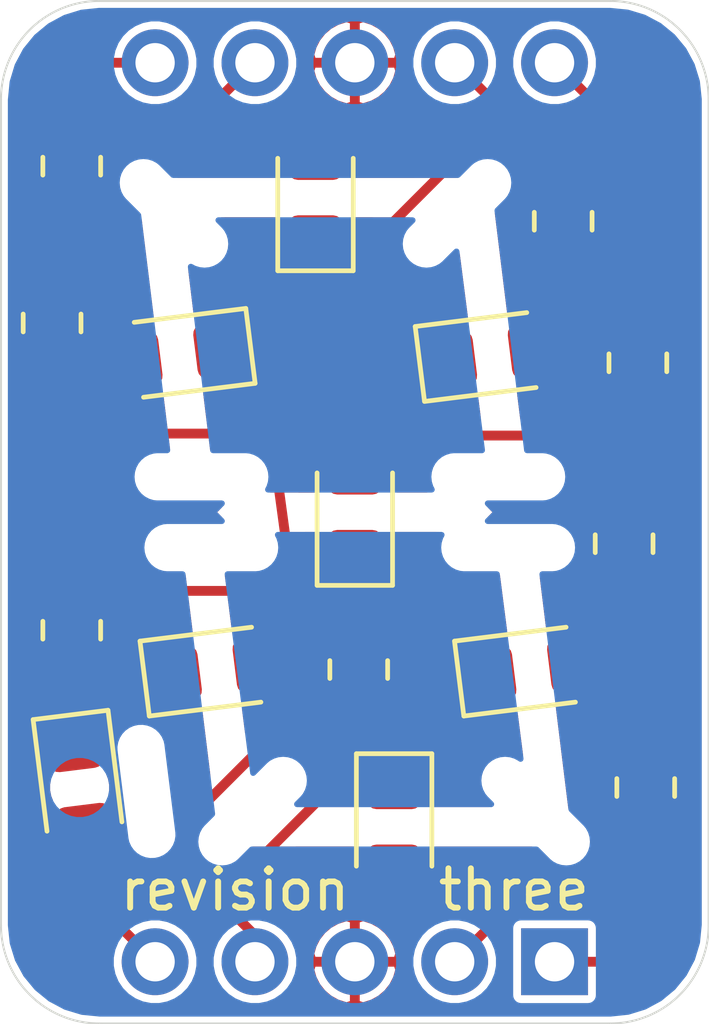
<source format=kicad_pcb>
(kicad_pcb (version 20171130) (host pcbnew "(5.1.10)-1")

  (general
    (thickness 1.6)
    (drawings 44)
    (tracks 62)
    (zones 0)
    (modules 28)
    (nets 18)
  )

  (page A4)
  (layers
    (0 F.Cu signal)
    (31 B.Cu signal hide)
    (32 B.Adhes user)
    (33 F.Adhes user)
    (34 B.Paste user)
    (35 F.Paste user)
    (36 B.SilkS user)
    (37 F.SilkS user)
    (38 B.Mask user)
    (39 F.Mask user)
    (40 Dwgs.User user)
    (41 Cmts.User user)
    (42 Eco1.User user)
    (43 Eco2.User user)
    (44 Edge.Cuts user)
    (45 Margin user)
    (46 B.CrtYd user)
    (47 F.CrtYd user)
    (48 B.Fab user hide)
    (49 F.Fab user hide)
  )

  (setup
    (last_trace_width 0.25)
    (trace_clearance 0.2)
    (zone_clearance 0.22)
    (zone_45_only no)
    (trace_min 0.2)
    (via_size 0.8)
    (via_drill 0.4)
    (via_min_size 0.4)
    (via_min_drill 0.3)
    (uvia_size 0.3)
    (uvia_drill 0.1)
    (uvias_allowed no)
    (uvia_min_size 0.2)
    (uvia_min_drill 0.1)
    (edge_width 0.05)
    (segment_width 0.2)
    (pcb_text_width 0.3)
    (pcb_text_size 1.5 1.5)
    (mod_edge_width 0.12)
    (mod_text_size 1 1)
    (mod_text_width 0.15)
    (pad_size 3 0.8)
    (pad_drill 3)
    (pad_to_mask_clearance 0)
    (aux_axis_origin 109 87)
    (grid_origin 100 100)
    (visible_elements 7FFFFF7F)
    (pcbplotparams
      (layerselection 0x010fc_ffffffff)
      (usegerberextensions false)
      (usegerberattributes true)
      (usegerberadvancedattributes true)
      (creategerberjobfile true)
      (excludeedgelayer true)
      (linewidth 0.100000)
      (plotframeref false)
      (viasonmask false)
      (mode 1)
      (useauxorigin false)
      (hpglpennumber 1)
      (hpglpenspeed 20)
      (hpglpendiameter 15.000000)
      (psnegative false)
      (psa4output false)
      (plotreference true)
      (plotvalue true)
      (plotinvisibletext false)
      (padsonsilk false)
      (subtractmaskfromsilk false)
      (outputformat 1)
      (mirror false)
      (drillshape 0)
      (scaleselection 1)
      (outputdirectory "gerbers/"))
  )

  (net 0 "")
  (net 1 A)
  (net 2 GND)
  (net 3 B)
  (net 4 F)
  (net 5 G)
  (net 6 E)
  (net 7 C)
  (net 8 DP)
  (net 9 D)
  (net 10 10)
  (net 11 9)
  (net 12 7)
  (net 13 6)
  (net 14 5)
  (net 15 4)
  (net 16 2)
  (net 17 1)

  (net_class Default "This is the default net class."
    (clearance 0.2)
    (trace_width 0.25)
    (via_dia 0.8)
    (via_drill 0.4)
    (uvia_dia 0.3)
    (uvia_drill 0.1)
    (add_net 1)
    (add_net 10)
    (add_net 2)
    (add_net 4)
    (add_net 5)
    (add_net 6)
    (add_net 7)
    (add_net 9)
    (add_net A)
    (add_net B)
    (add_net C)
    (add_net D)
    (add_net DP)
    (add_net E)
    (add_net F)
    (add_net G)
    (add_net GND)
  )

  (module LED_SMD:LED_0805_2012Metric_Pad1.15x1.40mm_HandSolder (layer F.Cu) (tedit 5F68FEF1) (tstamp 6128C5FD)
    (at 110 95 270)
    (descr "LED SMD 0805 (2012 Metric), square (rectangular) end terminal, IPC_7351 nominal, (Body size source: https://docs.google.com/spreadsheets/d/1BsfQQcO9C6DZCsRaXUlFlo91Tg2WpOkGARC1WS5S8t0/edit?usp=sharing), generated with kicad-footprint-generator")
    (tags "LED handsolder")
    (path /61292B30)
    (attr smd)
    (fp_text reference D8 (at 0 -1.65 90) (layer F.SilkS) hide
      (effects (font (size 1 1) (thickness 0.15)))
    )
    (fp_text value LED (at 0 1.65 90) (layer F.Fab) hide
      (effects (font (size 1 1) (thickness 0.15)))
    )
    (fp_text user %R (at 0 0 90) (layer F.Fab) hide
      (effects (font (size 0.5 0.5) (thickness 0.08)))
    )
    (fp_line (start 1 -0.6) (end -0.7 -0.6) (layer F.Fab) (width 0.1))
    (fp_line (start -0.7 -0.6) (end -1 -0.3) (layer F.Fab) (width 0.1))
    (fp_line (start -1 -0.3) (end -1 0.6) (layer F.Fab) (width 0.1))
    (fp_line (start -1 0.6) (end 1 0.6) (layer F.Fab) (width 0.1))
    (fp_line (start 1 0.6) (end 1 -0.6) (layer F.Fab) (width 0.1))
    (fp_line (start 1 -0.96) (end -1.86 -0.96) (layer F.SilkS) (width 0.12))
    (fp_line (start -1.86 -0.96) (end -1.86 0.96) (layer F.SilkS) (width 0.12))
    (fp_line (start -1.86 0.96) (end 1 0.96) (layer F.SilkS) (width 0.12))
    (fp_line (start -1.85 0.95) (end -1.85 -0.95) (layer F.CrtYd) (width 0.05))
    (fp_line (start -1.85 -0.95) (end 1.85 -0.95) (layer F.CrtYd) (width 0.05))
    (fp_line (start 1.85 -0.95) (end 1.85 0.95) (layer F.CrtYd) (width 0.05))
    (fp_line (start 1.85 0.95) (end -1.85 0.95) (layer F.CrtYd) (width 0.05))
    (pad 2 smd roundrect (at 1.025 0 270) (size 1.15 1.4) (layers F.Cu F.Paste F.Mask) (roundrect_rratio 0.217391)
      (net 9 D))
    (pad 1 smd roundrect (at -1.025 0 270) (size 1.15 1.4) (layers F.Cu F.Paste F.Mask) (roundrect_rratio 0.217391)
      (net 2 GND))
    (model ${KISYS3DMOD}/LED_SMD.3dshapes/LED_0805_2012Metric.wrl
      (offset (xyz 0 0 1))
      (scale (xyz 1 1 1))
      (rotate (xyz 180 0 0))
    )
  )

  (module LED_SMD:LED_0805_2012Metric_Pad1.15x1.40mm_HandSolder (layer F.Cu) (tedit 5F68FEF1) (tstamp 6128C5EA)
    (at 102 94 277.1)
    (descr "LED SMD 0805 (2012 Metric), square (rectangular) end terminal, IPC_7351 nominal, (Body size source: https://docs.google.com/spreadsheets/d/1BsfQQcO9C6DZCsRaXUlFlo91Tg2WpOkGARC1WS5S8t0/edit?usp=sharing), generated with kicad-footprint-generator")
    (tags "LED handsolder")
    (path /6129F53C)
    (attr smd)
    (fp_text reference D7 (at 0 -1.65 97.1) (layer F.SilkS) hide
      (effects (font (size 1 1) (thickness 0.15)))
    )
    (fp_text value LED (at 0 1.65 97.1) (layer F.Fab) hide
      (effects (font (size 1 1) (thickness 0.15)))
    )
    (fp_text user %R (at 0 0 97.1) (layer F.Fab) hide
      (effects (font (size 0.5 0.5) (thickness 0.08)))
    )
    (fp_line (start 1 -0.6) (end -0.7 -0.6) (layer F.Fab) (width 0.1))
    (fp_line (start -0.7 -0.6) (end -1 -0.3) (layer F.Fab) (width 0.1))
    (fp_line (start -1 -0.3) (end -1 0.6) (layer F.Fab) (width 0.1))
    (fp_line (start -1 0.6) (end 1 0.6) (layer F.Fab) (width 0.1))
    (fp_line (start 1 0.6) (end 1 -0.6) (layer F.Fab) (width 0.1))
    (fp_line (start 1 -0.96) (end -1.86 -0.96) (layer F.SilkS) (width 0.12))
    (fp_line (start -1.86 -0.96) (end -1.86 0.96) (layer F.SilkS) (width 0.12))
    (fp_line (start -1.86 0.96) (end 1 0.96) (layer F.SilkS) (width 0.12))
    (fp_line (start -1.85 0.95) (end -1.85 -0.95) (layer F.CrtYd) (width 0.05))
    (fp_line (start -1.85 -0.95) (end 1.85 -0.95) (layer F.CrtYd) (width 0.05))
    (fp_line (start 1.85 -0.95) (end 1.85 0.95) (layer F.CrtYd) (width 0.05))
    (fp_line (start 1.85 0.95) (end -1.85 0.95) (layer F.CrtYd) (width 0.05))
    (pad 2 smd roundrect (at 1.025 0 277.1) (size 1.15 1.4) (layers F.Cu F.Paste F.Mask) (roundrect_rratio 0.217391)
      (net 14 5))
    (pad 1 smd roundrect (at -1.025 0 277.1) (size 1.15 1.4) (layers F.Cu F.Paste F.Mask) (roundrect_rratio 0.217391)
      (net 8 DP))
    (model ${KISYS3DMOD}/LED_SMD.3dshapes/LED_0805_2012Metric.wrl
      (offset (xyz 0 0 1))
      (scale (xyz 1 1 1))
      (rotate (xyz 180 0 0))
    )
  )

  (module LED_SMD:LED_0805_2012Metric_Pad1.15x1.40mm_HandSolder (layer F.Cu) (tedit 5F68FEF1) (tstamp 6128C5D7)
    (at 105.5 91 7.1)
    (descr "LED SMD 0805 (2012 Metric), square (rectangular) end terminal, IPC_7351 nominal, (Body size source: https://docs.google.com/spreadsheets/d/1BsfQQcO9C6DZCsRaXUlFlo91Tg2WpOkGARC1WS5S8t0/edit?usp=sharing), generated with kicad-footprint-generator")
    (tags "LED handsolder")
    (path /6129246B)
    (attr smd)
    (fp_text reference D6 (at 0 -1.65 7.1) (layer F.SilkS) hide
      (effects (font (size 1 1) (thickness 0.15)))
    )
    (fp_text value LED (at 0 1.65 7.1) (layer F.Fab) hide
      (effects (font (size 1 1) (thickness 0.15)))
    )
    (fp_text user %R (at 0 0 7.1) (layer F.Fab) hide
      (effects (font (size 0.5 0.5) (thickness 0.08)))
    )
    (fp_line (start 1 -0.6) (end -0.7 -0.6) (layer F.Fab) (width 0.1))
    (fp_line (start -0.7 -0.6) (end -1 -0.3) (layer F.Fab) (width 0.1))
    (fp_line (start -1 -0.3) (end -1 0.6) (layer F.Fab) (width 0.1))
    (fp_line (start -1 0.6) (end 1 0.6) (layer F.Fab) (width 0.1))
    (fp_line (start 1 0.6) (end 1 -0.6) (layer F.Fab) (width 0.1))
    (fp_line (start 1 -0.96) (end -1.86 -0.96) (layer F.SilkS) (width 0.12))
    (fp_line (start -1.86 -0.96) (end -1.86 0.96) (layer F.SilkS) (width 0.12))
    (fp_line (start -1.86 0.96) (end 1 0.96) (layer F.SilkS) (width 0.12))
    (fp_line (start -1.85 0.95) (end -1.85 -0.95) (layer F.CrtYd) (width 0.05))
    (fp_line (start -1.85 -0.95) (end 1.85 -0.95) (layer F.CrtYd) (width 0.05))
    (fp_line (start 1.85 -0.95) (end 1.85 0.95) (layer F.CrtYd) (width 0.05))
    (fp_line (start 1.85 0.95) (end -1.85 0.95) (layer F.CrtYd) (width 0.05))
    (pad 2 smd roundrect (at 1.025 0 7.1) (size 1.15 1.4) (layers F.Cu F.Paste F.Mask) (roundrect_rratio 0.217391)
      (net 7 C))
    (pad 1 smd roundrect (at -1.025 0 7.1) (size 1.15 1.4) (layers F.Cu F.Paste F.Mask) (roundrect_rratio 0.217391)
      (net 2 GND))
    (model ${KISYS3DMOD}/LED_SMD.3dshapes/LED_0805_2012Metric.wrl
      (offset (xyz 0 0 1))
      (scale (xyz 1 1 1))
      (rotate (xyz 180 0 0))
    )
  )

  (module LED_SMD:LED_0805_2012Metric_Pad1.15x1.40mm_HandSolder (layer F.Cu) (tedit 5F68FEF1) (tstamp 6128C5C4)
    (at 113.5 91 7.1)
    (descr "LED SMD 0805 (2012 Metric), square (rectangular) end terminal, IPC_7351 nominal, (Body size source: https://docs.google.com/spreadsheets/d/1BsfQQcO9C6DZCsRaXUlFlo91Tg2WpOkGARC1WS5S8t0/edit?usp=sharing), generated with kicad-footprint-generator")
    (tags "LED handsolder")
    (path /61291FA8)
    (attr smd)
    (fp_text reference D5 (at 0 -1.65 7.1) (layer F.SilkS) hide
      (effects (font (size 1 1) (thickness 0.15)))
    )
    (fp_text value LED (at 0 1.65 7.1) (layer F.Fab) hide
      (effects (font (size 1 1) (thickness 0.15)))
    )
    (fp_text user %R (at 0 0 7.1) (layer F.Fab) hide
      (effects (font (size 0.5 0.5) (thickness 0.08)))
    )
    (fp_line (start 1 -0.6) (end -0.7 -0.6) (layer F.Fab) (width 0.1))
    (fp_line (start -0.7 -0.6) (end -1 -0.3) (layer F.Fab) (width 0.1))
    (fp_line (start -1 -0.3) (end -1 0.6) (layer F.Fab) (width 0.1))
    (fp_line (start -1 0.6) (end 1 0.6) (layer F.Fab) (width 0.1))
    (fp_line (start 1 0.6) (end 1 -0.6) (layer F.Fab) (width 0.1))
    (fp_line (start 1 -0.96) (end -1.86 -0.96) (layer F.SilkS) (width 0.12))
    (fp_line (start -1.86 -0.96) (end -1.86 0.96) (layer F.SilkS) (width 0.12))
    (fp_line (start -1.86 0.96) (end 1 0.96) (layer F.SilkS) (width 0.12))
    (fp_line (start -1.85 0.95) (end -1.85 -0.95) (layer F.CrtYd) (width 0.05))
    (fp_line (start -1.85 -0.95) (end 1.85 -0.95) (layer F.CrtYd) (width 0.05))
    (fp_line (start 1.85 -0.95) (end 1.85 0.95) (layer F.CrtYd) (width 0.05))
    (fp_line (start 1.85 0.95) (end -1.85 0.95) (layer F.CrtYd) (width 0.05))
    (pad 2 smd roundrect (at 1.025 0 7.1) (size 1.15 1.4) (layers F.Cu F.Paste F.Mask) (roundrect_rratio 0.217391)
      (net 6 E))
    (pad 1 smd roundrect (at -1.025 0 7.1) (size 1.15 1.4) (layers F.Cu F.Paste F.Mask) (roundrect_rratio 0.217391)
      (net 2 GND))
    (model ${KISYS3DMOD}/LED_SMD.3dshapes/LED_0805_2012Metric.wrl
      (offset (xyz 0 0 1))
      (scale (xyz 1 1 1))
      (rotate (xyz 180 0 0))
    )
  )

  (module LED_SMD:LED_0805_2012Metric_Pad1.15x1.40mm_HandSolder (layer F.Cu) (tedit 5F68FEF1) (tstamp 6128C5B1)
    (at 109 87 90)
    (descr "LED SMD 0805 (2012 Metric), square (rectangular) end terminal, IPC_7351 nominal, (Body size source: https://docs.google.com/spreadsheets/d/1BsfQQcO9C6DZCsRaXUlFlo91Tg2WpOkGARC1WS5S8t0/edit?usp=sharing), generated with kicad-footprint-generator")
    (tags "LED handsolder")
    (path /61291893)
    (attr smd)
    (fp_text reference D4 (at 0 -1.65 90) (layer F.SilkS) hide
      (effects (font (size 1 1) (thickness 0.15)))
    )
    (fp_text value LED (at 0 1.65 90) (layer F.Fab) hide
      (effects (font (size 1 1) (thickness 0.15)))
    )
    (fp_text user %R (at 0 0 90) (layer F.Fab) hide
      (effects (font (size 0.5 0.5) (thickness 0.08)))
    )
    (fp_line (start 1 -0.6) (end -0.7 -0.6) (layer F.Fab) (width 0.1))
    (fp_line (start -0.7 -0.6) (end -1 -0.3) (layer F.Fab) (width 0.1))
    (fp_line (start -1 -0.3) (end -1 0.6) (layer F.Fab) (width 0.1))
    (fp_line (start -1 0.6) (end 1 0.6) (layer F.Fab) (width 0.1))
    (fp_line (start 1 0.6) (end 1 -0.6) (layer F.Fab) (width 0.1))
    (fp_line (start 1 -0.96) (end -1.86 -0.96) (layer F.SilkS) (width 0.12))
    (fp_line (start -1.86 -0.96) (end -1.86 0.96) (layer F.SilkS) (width 0.12))
    (fp_line (start -1.86 0.96) (end 1 0.96) (layer F.SilkS) (width 0.12))
    (fp_line (start -1.85 0.95) (end -1.85 -0.95) (layer F.CrtYd) (width 0.05))
    (fp_line (start -1.85 -0.95) (end 1.85 -0.95) (layer F.CrtYd) (width 0.05))
    (fp_line (start 1.85 -0.95) (end 1.85 0.95) (layer F.CrtYd) (width 0.05))
    (fp_line (start 1.85 0.95) (end -1.85 0.95) (layer F.CrtYd) (width 0.05))
    (pad 2 smd roundrect (at 1.025 0 90) (size 1.15 1.4) (layers F.Cu F.Paste F.Mask) (roundrect_rratio 0.217391)
      (net 5 G))
    (pad 1 smd roundrect (at -1.025 0 90) (size 1.15 1.4) (layers F.Cu F.Paste F.Mask) (roundrect_rratio 0.217391)
      (net 2 GND))
    (model ${KISYS3DMOD}/LED_SMD.3dshapes/LED_0805_2012Metric.wrl
      (offset (xyz 0 0 1))
      (scale (xyz 1 1 1))
      (rotate (xyz 180 0 0))
    )
  )

  (module LED_SMD:LED_0805_2012Metric_Pad1.15x1.40mm_HandSolder (layer F.Cu) (tedit 5F68FEF1) (tstamp 6128C59E)
    (at 112.5 83 7.1)
    (descr "LED SMD 0805 (2012 Metric), square (rectangular) end terminal, IPC_7351 nominal, (Body size source: https://docs.google.com/spreadsheets/d/1BsfQQcO9C6DZCsRaXUlFlo91Tg2WpOkGARC1WS5S8t0/edit?usp=sharing), generated with kicad-footprint-generator")
    (tags "LED handsolder")
    (path /61290B66)
    (attr smd)
    (fp_text reference D3 (at 0 -1.65 7.1) (layer F.SilkS) hide
      (effects (font (size 1 1) (thickness 0.15)))
    )
    (fp_text value LED (at 0 1.65 7.1) (layer F.Fab) hide
      (effects (font (size 1 1) (thickness 0.15)))
    )
    (fp_text user %R (at 0 0 7.1) (layer F.Fab) hide
      (effects (font (size 0.5 0.5) (thickness 0.08)))
    )
    (fp_line (start 1 -0.6) (end -0.7 -0.6) (layer F.Fab) (width 0.1))
    (fp_line (start -0.7 -0.6) (end -1 -0.3) (layer F.Fab) (width 0.1))
    (fp_line (start -1 -0.3) (end -1 0.6) (layer F.Fab) (width 0.1))
    (fp_line (start -1 0.6) (end 1 0.6) (layer F.Fab) (width 0.1))
    (fp_line (start 1 0.6) (end 1 -0.6) (layer F.Fab) (width 0.1))
    (fp_line (start 1 -0.96) (end -1.86 -0.96) (layer F.SilkS) (width 0.12))
    (fp_line (start -1.86 -0.96) (end -1.86 0.96) (layer F.SilkS) (width 0.12))
    (fp_line (start -1.86 0.96) (end 1 0.96) (layer F.SilkS) (width 0.12))
    (fp_line (start -1.85 0.95) (end -1.85 -0.95) (layer F.CrtYd) (width 0.05))
    (fp_line (start -1.85 -0.95) (end 1.85 -0.95) (layer F.CrtYd) (width 0.05))
    (fp_line (start 1.85 -0.95) (end 1.85 0.95) (layer F.CrtYd) (width 0.05))
    (fp_line (start 1.85 0.95) (end -1.85 0.95) (layer F.CrtYd) (width 0.05))
    (pad 2 smd roundrect (at 1.025 0 7.1) (size 1.15 1.4) (layers F.Cu F.Paste F.Mask) (roundrect_rratio 0.217391)
      (net 4 F))
    (pad 1 smd roundrect (at -1.025 0 7.1) (size 1.15 1.4) (layers F.Cu F.Paste F.Mask) (roundrect_rratio 0.217391)
      (net 2 GND))
    (model ${KISYS3DMOD}/LED_SMD.3dshapes/LED_0805_2012Metric.wrl
      (offset (xyz 0 0 1))
      (scale (xyz 1 1 1))
      (rotate (xyz 180 0 0))
    )
  )

  (module LED_SMD:LED_0805_2012Metric_Pad1.15x1.40mm_HandSolder (layer F.Cu) (tedit 5F68FEF1) (tstamp 6128C58B)
    (at 104.5 83 187.1)
    (descr "LED SMD 0805 (2012 Metric), square (rectangular) end terminal, IPC_7351 nominal, (Body size source: https://docs.google.com/spreadsheets/d/1BsfQQcO9C6DZCsRaXUlFlo91Tg2WpOkGARC1WS5S8t0/edit?usp=sharing), generated with kicad-footprint-generator")
    (tags "LED handsolder")
    (path /612913D5)
    (attr smd)
    (fp_text reference D2 (at 0 -1.65 7.1) (layer F.SilkS) hide
      (effects (font (size 1 1) (thickness 0.15)))
    )
    (fp_text value LED (at 0 1.65 7.1) (layer F.Fab) hide
      (effects (font (size 1 1) (thickness 0.15)))
    )
    (fp_text user %R (at 0 0 7.1) (layer F.Fab) hide
      (effects (font (size 0.5 0.5) (thickness 0.08)))
    )
    (fp_line (start 1 -0.6) (end -0.7 -0.6) (layer F.Fab) (width 0.1))
    (fp_line (start -0.7 -0.6) (end -1 -0.3) (layer F.Fab) (width 0.1))
    (fp_line (start -1 -0.3) (end -1 0.6) (layer F.Fab) (width 0.1))
    (fp_line (start -1 0.6) (end 1 0.6) (layer F.Fab) (width 0.1))
    (fp_line (start 1 0.6) (end 1 -0.6) (layer F.Fab) (width 0.1))
    (fp_line (start 1 -0.96) (end -1.86 -0.96) (layer F.SilkS) (width 0.12))
    (fp_line (start -1.86 -0.96) (end -1.86 0.96) (layer F.SilkS) (width 0.12))
    (fp_line (start -1.86 0.96) (end 1 0.96) (layer F.SilkS) (width 0.12))
    (fp_line (start -1.85 0.95) (end -1.85 -0.95) (layer F.CrtYd) (width 0.05))
    (fp_line (start -1.85 -0.95) (end 1.85 -0.95) (layer F.CrtYd) (width 0.05))
    (fp_line (start 1.85 -0.95) (end 1.85 0.95) (layer F.CrtYd) (width 0.05))
    (fp_line (start 1.85 0.95) (end -1.85 0.95) (layer F.CrtYd) (width 0.05))
    (pad 2 smd roundrect (at 1.025 0 187.1) (size 1.15 1.4) (layers F.Cu F.Paste F.Mask) (roundrect_rratio 0.217391)
      (net 3 B))
    (pad 1 smd roundrect (at -1.025 0 187.1) (size 1.15 1.4) (layers F.Cu F.Paste F.Mask) (roundrect_rratio 0.217391)
      (net 2 GND))
    (model ${KISYS3DMOD}/LED_SMD.3dshapes/LED_0805_2012Metric.wrl
      (offset (xyz 0 0 1))
      (scale (xyz 1 1 1))
      (rotate (xyz 180 0 0))
    )
  )

  (module LED_SMD:LED_0805_2012Metric_Pad1.15x1.40mm_HandSolder (layer F.Cu) (tedit 5F68FEF1) (tstamp 6128CA60)
    (at 108 79 90)
    (descr "LED SMD 0805 (2012 Metric), square (rectangular) end terminal, IPC_7351 nominal, (Body size source: https://docs.google.com/spreadsheets/d/1BsfQQcO9C6DZCsRaXUlFlo91Tg2WpOkGARC1WS5S8t0/edit?usp=sharing), generated with kicad-footprint-generator")
    (tags "LED handsolder")
    (path /6128FE77)
    (attr smd)
    (fp_text reference D1 (at 0 -1.65 90) (layer F.SilkS) hide
      (effects (font (size 1 1) (thickness 0.15)))
    )
    (fp_text value LED (at 0 1.65 90) (layer F.Fab) hide
      (effects (font (size 1 1) (thickness 0.15)))
    )
    (fp_text user %R (at 0 0 90) (layer F.Fab) hide
      (effects (font (size 0.5 0.5) (thickness 0.08)))
    )
    (fp_line (start 1 -0.6) (end -0.7 -0.6) (layer F.Fab) (width 0.1))
    (fp_line (start -0.7 -0.6) (end -1 -0.3) (layer F.Fab) (width 0.1))
    (fp_line (start -1 -0.3) (end -1 0.6) (layer F.Fab) (width 0.1))
    (fp_line (start -1 0.6) (end 1 0.6) (layer F.Fab) (width 0.1))
    (fp_line (start 1 0.6) (end 1 -0.6) (layer F.Fab) (width 0.1))
    (fp_line (start 1 -0.96) (end -1.86 -0.96) (layer F.SilkS) (width 0.12))
    (fp_line (start -1.86 -0.96) (end -1.86 0.96) (layer F.SilkS) (width 0.12))
    (fp_line (start -1.86 0.96) (end 1 0.96) (layer F.SilkS) (width 0.12))
    (fp_line (start -1.85 0.95) (end -1.85 -0.95) (layer F.CrtYd) (width 0.05))
    (fp_line (start -1.85 -0.95) (end 1.85 -0.95) (layer F.CrtYd) (width 0.05))
    (fp_line (start 1.85 -0.95) (end 1.85 0.95) (layer F.CrtYd) (width 0.05))
    (fp_line (start 1.85 0.95) (end -1.85 0.95) (layer F.CrtYd) (width 0.05))
    (pad 2 smd roundrect (at 1.025 0 90) (size 1.15 1.4) (layers F.Cu F.Paste F.Mask) (roundrect_rratio 0.217391)
      (net 1 A))
    (pad 1 smd roundrect (at -1.025 0 90) (size 1.15 1.4) (layers F.Cu F.Paste F.Mask) (roundrect_rratio 0.217391)
      (net 2 GND))
    (model ${KISYS3DMOD}/LED_SMD.3dshapes/LED_0805_2012Metric.wrl
      (offset (xyz 0 0 1))
      (scale (xyz 1 1 1))
      (rotate (xyz 180 0 0))
    )
  )

  (module Connector_PinHeader_2.54mm:PinHeader_2x05_P2.54mm_Vertical (layer B.Cu) (tedit 6142B0F3) (tstamp 6142F606)
    (at 114.08 98.43 90)
    (descr "Through hole straight pin header, 2x05, 2.54mm pitch, double rows")
    (tags "Through hole pin header THT 2x05 2.54mm double row")
    (path /612A3E62)
    (fp_text reference J1 (at 1.27 2.33 270) (layer B.SilkS) hide
      (effects (font (size 1 1) (thickness 0.15)) (justify mirror))
    )
    (fp_text value Conn_02x05_Counter_Clockwise (at 1.27 -12.49 270) (layer B.Fab) hide
      (effects (font (size 1 1) (thickness 0.15)) (justify mirror))
    )
    (fp_text user %R (at 1.27 -5.08 180) (layer B.Fab) hide
      (effects (font (size 1 1) (thickness 0.15)) (justify mirror))
    )
    (pad 10 thru_hole oval (at 22.86 0 90) (size 1.7 1.7) (drill 1) (layers *.Cu *.Mask)
      (net 10 10))
    (pad 9 thru_hole oval (at 22.86 -2.54 90) (size 1.7 1.7) (drill 1) (layers *.Cu *.Mask)
      (net 11 9))
    (pad 7 thru_hole oval (at 22.86 -7.62 90) (size 1.7 1.7) (drill 1) (layers *.Cu *.Mask)
      (net 12 7))
    (pad 8 thru_hole oval (at 22.86 -5.08 90) (size 1.7 1.7) (drill 1) (layers *.Cu *.Mask)
      (net 2 GND))
    (pad 6 thru_hole oval (at 22.86 -10.16 90) (size 1.7 1.7) (drill 1) (layers *.Cu *.Mask)
      (net 13 6))
    (pad 5 thru_hole oval (at 0 -10.16 90) (size 1.7 1.7) (drill 1) (layers *.Cu *.Mask)
      (net 14 5))
    (pad 4 thru_hole oval (at 0 -7.62 90) (size 1.7 1.7) (drill 1) (layers *.Cu *.Mask)
      (net 15 4))
    (pad 3 thru_hole oval (at 0 -5.08 90) (size 1.7 1.7) (drill 1) (layers *.Cu *.Mask)
      (net 2 GND))
    (pad 2 thru_hole oval (at 0 -2.54 90) (size 1.7 1.7) (drill 1) (layers *.Cu *.Mask)
      (net 16 2))
    (pad 1 thru_hole rect (at 0 0 90) (size 1.7 1.7) (drill 1) (layers *.Cu *.Mask)
      (net 17 1))
  )

  (module Connector_Wire:SolderWirePad_1x01_Drill0.8mm (layer F.Cu) (tedit 6128903F) (tstamp 61294AA5)
    (at 102 94)
    (descr "Wire solder connection")
    (tags connector)
    (solder_mask_margin 0.75)
    (clearance 0.75)
    (attr virtual)
    (fp_text reference REF** (at 0 -2.54 180) (layer F.SilkS) hide
      (effects (font (size 1 1) (thickness 0.15)))
    )
    (fp_text value SolderWirePad_1x01_Drill0.8mm (at 0 2.54 180) (layer F.Fab)
      (effects (font (size 1 1) (thickness 0.15)))
    )
    (fp_text user %R (at 0 0 180) (layer F.Fab) hide
      (effects (font (size 1 1) (thickness 0.15)))
    )
    (pad "" smd circle (at 0 0) (size 0.00001 0.00001) (layers F.Cu F.Paste F.Mask)
      (thermal_gap 2))
  )

  (module Connector_Wire:SolderWirePad_1x01_Drill0.8mm (layer B.Cu) (tedit 6128903F) (tstamp 61293396)
    (at 102 94)
    (descr "Wire solder connection")
    (tags connector)
    (solder_mask_margin 0.75)
    (clearance 0.75)
    (attr virtual)
    (fp_text reference REF** (at 0 2.54 180) (layer B.SilkS) hide
      (effects (font (size 1 1) (thickness 0.15)) (justify mirror))
    )
    (fp_text value SolderWirePad_1x01_Drill0.8mm (at 0 -2.54 180) (layer B.Fab)
      (effects (font (size 1 1) (thickness 0.15)) (justify mirror))
    )
    (fp_text user %R (at 0 0 180) (layer B.Fab) hide
      (effects (font (size 1 1) (thickness 0.15)) (justify mirror))
    )
    (pad "" smd circle (at 0 0) (size 0.00001 0.00001) (layers B.Cu B.Paste B.Mask)
      (thermal_gap 2))
  )

  (module Connector_Wire:SolderWirePad_1x01_Drill0.8mm (layer B.Cu) (tedit 612887AF) (tstamp 61290D35)
    (at 103.7 94.1)
    (descr "Wire solder connection")
    (tags connector)
    (attr virtual)
    (fp_text reference REF** (at 0 2.54) (layer B.SilkS) hide
      (effects (font (size 1 1) (thickness 0.15)) (justify mirror))
    )
    (fp_text value SolderWirePad_1x01_Drill0.8mm (at 0 -2.54) (layer B.Fab)
      (effects (font (size 1 1) (thickness 0.15)) (justify mirror))
    )
    (fp_text user %R (at 0 0) (layer B.Fab) hide
      (effects (font (size 1 1) (thickness 0.15)) (justify mirror))
    )
    (pad "" np_thru_hole oval (at 0 0 277.1) (size 3 0.8) (drill oval 3 0.8) (layers *.Cu *.Mask))
  )

  (module Connector_Wire:SolderWirePad_1x01_Drill0.8mm (layer B.Cu) (tedit 61288152) (tstamp 61290B54)
    (at 104.4 79.4 90)
    (descr "Wire solder connection")
    (tags connector)
    (attr virtual)
    (fp_text reference REF** (at 0 2.54 270) (layer B.SilkS) hide
      (effects (font (size 1 1) (thickness 0.15)) (justify mirror))
    )
    (fp_text value SolderWirePad_1x01_Drill0.8mm (at 0 -2.54 270) (layer B.Fab)
      (effects (font (size 1 1) (thickness 0.15)) (justify mirror))
    )
    (fp_text user %R (at 0 0 270) (layer B.Fab) hide
      (effects (font (size 1 1) (thickness 0.15)) (justify mirror))
    )
    (pad "" np_thru_hole oval (at 0 0 315) (size 3 0.8) (drill oval 3 0.8) (layers *.Cu *.Mask))
  )

  (module Connector_Wire:SolderWirePad_1x01_Drill0.8mm (layer B.Cu) (tedit 61288152) (tstamp 61290B4F)
    (at 111.6 79.4)
    (descr "Wire solder connection")
    (tags connector)
    (attr virtual)
    (fp_text reference REF** (at 0 2.54) (layer B.SilkS) hide
      (effects (font (size 1 1) (thickness 0.15)) (justify mirror))
    )
    (fp_text value SolderWirePad_1x01_Drill0.8mm (at 0 -2.54) (layer B.Fab)
      (effects (font (size 1 1) (thickness 0.15)) (justify mirror))
    )
    (fp_text user %R (at 0 0) (layer B.Fab) hide
      (effects (font (size 1 1) (thickness 0.15)) (justify mirror))
    )
    (pad "" np_thru_hole oval (at 0 0 225) (size 3 0.8) (drill oval 3 0.8) (layers *.Cu *.Mask))
  )

  (module Connector_Wire:SolderWirePad_1x01_Drill0.8mm (layer B.Cu) (tedit 61288152) (tstamp 61290B4A)
    (at 113.6 94.6 270)
    (descr "Wire solder connection")
    (tags connector)
    (attr virtual)
    (fp_text reference REF** (at 0 2.54 270) (layer B.SilkS) hide
      (effects (font (size 1 1) (thickness 0.15)) (justify mirror))
    )
    (fp_text value SolderWirePad_1x01_Drill0.8mm (at 0 -2.54 270) (layer B.Fab)
      (effects (font (size 1 1) (thickness 0.15)) (justify mirror))
    )
    (fp_text user %R (at 0 0 270) (layer B.Fab) hide
      (effects (font (size 1 1) (thickness 0.15)) (justify mirror))
    )
    (pad "" np_thru_hole oval (at 0 0 135) (size 3 0.8) (drill oval 3 0.8) (layers *.Cu *.Mask))
  )

  (module Connector_Wire:SolderWirePad_1x01_Drill0.8mm (layer B.Cu) (tedit 6128820E) (tstamp 61290B40)
    (at 112.9 87.9 180)
    (descr "Wire solder connection")
    (tags connector)
    (attr virtual)
    (fp_text reference REF** (at 0 2.54) (layer B.SilkS) hide
      (effects (font (size 1 1) (thickness 0.15)) (justify mirror))
    )
    (fp_text value SolderWirePad_1x01_Drill0.8mm (at 0 -2.54) (layer B.Fab)
      (effects (font (size 1 1) (thickness 0.15)) (justify mirror))
    )
    (fp_text user %R (at 0 0) (layer B.Fab) hide
      (effects (font (size 1 1) (thickness 0.15)) (justify mirror))
    )
    (pad "" np_thru_hole oval (at 0 0 180) (size 3 0.8) (drill oval 3 0.8) (layers *.Cu *.Mask))
  )

  (module Connector_Wire:SolderWirePad_1x01_Drill0.8mm (layer B.Cu) (tedit 6128820E) (tstamp 61290B3B)
    (at 112.65 86.1 180)
    (descr "Wire solder connection")
    (tags connector)
    (attr virtual)
    (fp_text reference REF** (at 0 2.54) (layer B.SilkS) hide
      (effects (font (size 1 1) (thickness 0.15)) (justify mirror))
    )
    (fp_text value SolderWirePad_1x01_Drill0.8mm (at 0 -2.54) (layer B.Fab)
      (effects (font (size 1 1) (thickness 0.15)) (justify mirror))
    )
    (fp_text user %R (at 0 0) (layer B.Fab) hide
      (effects (font (size 1 1) (thickness 0.15)) (justify mirror))
    )
    (pad "" np_thru_hole oval (at 0 0 180) (size 3 0.8) (drill oval 3 0.8) (layers *.Cu *.Mask))
  )

  (module Connector_Wire:SolderWirePad_1x01_Drill0.8mm (layer B.Cu) (tedit 6128820E) (tstamp 61290B36)
    (at 105.35 87.9)
    (descr "Wire solder connection")
    (tags connector)
    (attr virtual)
    (fp_text reference REF** (at 0 2.54) (layer B.SilkS) hide
      (effects (font (size 1 1) (thickness 0.15)) (justify mirror))
    )
    (fp_text value SolderWirePad_1x01_Drill0.8mm (at 0 -2.54) (layer B.Fab)
      (effects (font (size 1 1) (thickness 0.15)) (justify mirror))
    )
    (fp_text user %R (at 0 0) (layer B.Fab) hide
      (effects (font (size 1 1) (thickness 0.15)) (justify mirror))
    )
    (pad "" np_thru_hole oval (at 0 0) (size 3 0.8) (drill oval 3 0.8) (layers *.Cu *.Mask))
  )

  (module Connector_Wire:SolderWirePad_1x01_Drill0.8mm (layer B.Cu) (tedit 6128820E) (tstamp 61290B31)
    (at 105.1 86.1)
    (descr "Wire solder connection")
    (tags connector)
    (attr virtual)
    (fp_text reference REF** (at 0 2.54) (layer B.SilkS) hide
      (effects (font (size 1 1) (thickness 0.15)) (justify mirror))
    )
    (fp_text value SolderWirePad_1x01_Drill0.8mm (at 0 -2.54) (layer B.Fab)
      (effects (font (size 1 1) (thickness 0.15)) (justify mirror))
    )
    (fp_text user %R (at 0 0) (layer B.Fab) hide
      (effects (font (size 1 1) (thickness 0.15)) (justify mirror))
    )
    (pad "" np_thru_hole oval (at 0 0) (size 3 0.8) (drill oval 3 0.8) (layers *.Cu *.Mask))
  )

  (module Connector_Wire:SolderWirePad_1x01_Drill0.8mm (layer B.Cu) (tedit 612881BE) (tstamp 61290B2C)
    (at 106.4 94.6 180)
    (descr "Wire solder connection")
    (tags connector)
    (attr virtual)
    (fp_text reference REF** (at 0 2.54) (layer B.SilkS) hide
      (effects (font (size 1 1) (thickness 0.15)) (justify mirror))
    )
    (fp_text value SolderWirePad_1x01_Drill0.8mm (at 0 -2.54) (layer B.Fab)
      (effects (font (size 1 1) (thickness 0.15)) (justify mirror))
    )
    (fp_text user %R (at 0 0) (layer B.Fab) hide
      (effects (font (size 1 1) (thickness 0.15)) (justify mirror))
    )
    (pad "" np_thru_hole oval (at 0 0 45) (size 3 0.8) (drill oval 3 0.8) (layers *.Cu *.Mask))
  )

  (module Resistor_SMD:R_0805_2012Metric (layer F.Cu) (tedit 5F68FEEE) (tstamp 6128C6A5)
    (at 101.8 90 270)
    (descr "Resistor SMD 0805 (2012 Metric), square (rectangular) end terminal, IPC_7351 nominal, (Body size source: IPC-SM-782 page 72, https://www.pcb-3d.com/wordpress/wp-content/uploads/ipc-sm-782a_amendment_1_and_2.pdf), generated with kicad-footprint-generator")
    (tags resistor)
    (path /612A0107)
    (attr smd)
    (fp_text reference R8 (at 0 -1.65 90) (layer F.SilkS) hide
      (effects (font (size 1 1) (thickness 0.15)))
    )
    (fp_text value 120Ω (at 0 1.65 90) (layer F.Fab)
      (effects (font (size 1 1) (thickness 0.15)))
    )
    (fp_line (start 1.68 0.95) (end -1.68 0.95) (layer F.CrtYd) (width 0.05))
    (fp_line (start 1.68 -0.95) (end 1.68 0.95) (layer F.CrtYd) (width 0.05))
    (fp_line (start -1.68 -0.95) (end 1.68 -0.95) (layer F.CrtYd) (width 0.05))
    (fp_line (start -1.68 0.95) (end -1.68 -0.95) (layer F.CrtYd) (width 0.05))
    (fp_line (start -0.227064 0.735) (end 0.227064 0.735) (layer F.SilkS) (width 0.12))
    (fp_line (start -0.227064 -0.735) (end 0.227064 -0.735) (layer F.SilkS) (width 0.12))
    (fp_line (start 1 0.625) (end -1 0.625) (layer F.Fab) (width 0.1))
    (fp_line (start 1 -0.625) (end 1 0.625) (layer F.Fab) (width 0.1))
    (fp_line (start -1 -0.625) (end 1 -0.625) (layer F.Fab) (width 0.1))
    (fp_line (start -1 0.625) (end -1 -0.625) (layer F.Fab) (width 0.1))
    (fp_text user %R (at 0 0 90) (layer F.Fab) hide
      (effects (font (size 0.5 0.5) (thickness 0.08)))
    )
    (pad 2 smd roundrect (at 0.9125 0 270) (size 1.025 1.4) (layers F.Cu F.Paste F.Mask) (roundrect_rratio 0.2439014634146341)
      (net 8 DP))
    (pad 1 smd roundrect (at -0.9125 0 270) (size 1.025 1.4) (layers F.Cu F.Paste F.Mask) (roundrect_rratio 0.2439014634146341)
      (net 2 GND))
    (model ${KISYS3DMOD}/Resistor_SMD.3dshapes/R_0805_2012Metric.wrl
      (at (xyz 0 0 0))
      (scale (xyz 1 1 1))
      (rotate (xyz 0 0 0))
    )
  )

  (module Resistor_SMD:R_0805_2012Metric (layer F.Cu) (tedit 5F68FEEE) (tstamp 6128C694)
    (at 116.2 83.2 90)
    (descr "Resistor SMD 0805 (2012 Metric), square (rectangular) end terminal, IPC_7351 nominal, (Body size source: IPC-SM-782 page 72, https://www.pcb-3d.com/wordpress/wp-content/uploads/ipc-sm-782a_amendment_1_and_2.pdf), generated with kicad-footprint-generator")
    (tags resistor)
    (path /6129F1A3)
    (attr smd)
    (fp_text reference R7 (at 0 -1.65 90) (layer F.SilkS) hide
      (effects (font (size 1 1) (thickness 0.15)))
    )
    (fp_text value 120Ω (at 0 1.65 90) (layer F.Fab)
      (effects (font (size 1 1) (thickness 0.15)))
    )
    (fp_line (start 1.68 0.95) (end -1.68 0.95) (layer F.CrtYd) (width 0.05))
    (fp_line (start 1.68 -0.95) (end 1.68 0.95) (layer F.CrtYd) (width 0.05))
    (fp_line (start -1.68 -0.95) (end 1.68 -0.95) (layer F.CrtYd) (width 0.05))
    (fp_line (start -1.68 0.95) (end -1.68 -0.95) (layer F.CrtYd) (width 0.05))
    (fp_line (start -0.227064 0.735) (end 0.227064 0.735) (layer F.SilkS) (width 0.12))
    (fp_line (start -0.227064 -0.735) (end 0.227064 -0.735) (layer F.SilkS) (width 0.12))
    (fp_line (start 1 0.625) (end -1 0.625) (layer F.Fab) (width 0.1))
    (fp_line (start 1 -0.625) (end 1 0.625) (layer F.Fab) (width 0.1))
    (fp_line (start -1 -0.625) (end 1 -0.625) (layer F.Fab) (width 0.1))
    (fp_line (start -1 0.625) (end -1 -0.625) (layer F.Fab) (width 0.1))
    (fp_text user %R (at 0 0 90) (layer F.Fab) hide
      (effects (font (size 0.5 0.5) (thickness 0.08)))
    )
    (pad 2 smd roundrect (at 0.9125 0 90) (size 1.025 1.4) (layers F.Cu F.Paste F.Mask) (roundrect_rratio 0.2439014634146341)
      (net 10 10))
    (pad 1 smd roundrect (at -0.9125 0 90) (size 1.025 1.4) (layers F.Cu F.Paste F.Mask) (roundrect_rratio 0.2439014634146341)
      (net 5 G))
    (model ${KISYS3DMOD}/Resistor_SMD.3dshapes/R_0805_2012Metric.wrl
      (at (xyz 0 0 0))
      (scale (xyz 1 1 1))
      (rotate (xyz 0 0 0))
    )
  )

  (module Resistor_SMD:R_0805_2012Metric (layer F.Cu) (tedit 5F68FEEE) (tstamp 6142F939)
    (at 114.3 79.6 90)
    (descr "Resistor SMD 0805 (2012 Metric), square (rectangular) end terminal, IPC_7351 nominal, (Body size source: IPC-SM-782 page 72, https://www.pcb-3d.com/wordpress/wp-content/uploads/ipc-sm-782a_amendment_1_and_2.pdf), generated with kicad-footprint-generator")
    (tags resistor)
    (path /6129EF1F)
    (attr smd)
    (fp_text reference R6 (at 0 -1.65 90) (layer F.SilkS) hide
      (effects (font (size 1 1) (thickness 0.15)))
    )
    (fp_text value 120Ω (at 0 1.65 90) (layer F.Fab)
      (effects (font (size 1 1) (thickness 0.15)))
    )
    (fp_line (start 1.68 0.95) (end -1.68 0.95) (layer F.CrtYd) (width 0.05))
    (fp_line (start 1.68 -0.95) (end 1.68 0.95) (layer F.CrtYd) (width 0.05))
    (fp_line (start -1.68 -0.95) (end 1.68 -0.95) (layer F.CrtYd) (width 0.05))
    (fp_line (start -1.68 0.95) (end -1.68 -0.95) (layer F.CrtYd) (width 0.05))
    (fp_line (start -0.227064 0.735) (end 0.227064 0.735) (layer F.SilkS) (width 0.12))
    (fp_line (start -0.227064 -0.735) (end 0.227064 -0.735) (layer F.SilkS) (width 0.12))
    (fp_line (start 1 0.625) (end -1 0.625) (layer F.Fab) (width 0.1))
    (fp_line (start 1 -0.625) (end 1 0.625) (layer F.Fab) (width 0.1))
    (fp_line (start -1 -0.625) (end 1 -0.625) (layer F.Fab) (width 0.1))
    (fp_line (start -1 0.625) (end -1 -0.625) (layer F.Fab) (width 0.1))
    (fp_text user %R (at 0 0 90) (layer F.Fab) hide
      (effects (font (size 0.5 0.5) (thickness 0.08)))
    )
    (pad 2 smd roundrect (at 0.9125 0 90) (size 1.025 1.4) (layers F.Cu F.Paste F.Mask) (roundrect_rratio 0.2439014634146341)
      (net 11 9))
    (pad 1 smd roundrect (at -0.9125 0 90) (size 1.025 1.4) (layers F.Cu F.Paste F.Mask) (roundrect_rratio 0.2439014634146341)
      (net 4 F))
    (model ${KISYS3DMOD}/Resistor_SMD.3dshapes/R_0805_2012Metric.wrl
      (at (xyz 0 0 0))
      (scale (xyz 1 1 1))
      (rotate (xyz 0 0 0))
    )
  )

  (module Resistor_SMD:R_0805_2012Metric (layer F.Cu) (tedit 5F68FEEE) (tstamp 6128C672)
    (at 115.85 87.8 90)
    (descr "Resistor SMD 0805 (2012 Metric), square (rectangular) end terminal, IPC_7351 nominal, (Body size source: IPC-SM-782 page 72, https://www.pcb-3d.com/wordpress/wp-content/uploads/ipc-sm-782a_amendment_1_and_2.pdf), generated with kicad-footprint-generator")
    (tags resistor)
    (path /6129EC80)
    (attr smd)
    (fp_text reference R5 (at 0 -1.65 90) (layer F.SilkS) hide
      (effects (font (size 1 1) (thickness 0.15)))
    )
    (fp_text value 120Ω (at 0 1.65 90) (layer F.Fab)
      (effects (font (size 1 1) (thickness 0.15)))
    )
    (fp_line (start 1.68 0.95) (end -1.68 0.95) (layer F.CrtYd) (width 0.05))
    (fp_line (start 1.68 -0.95) (end 1.68 0.95) (layer F.CrtYd) (width 0.05))
    (fp_line (start -1.68 -0.95) (end 1.68 -0.95) (layer F.CrtYd) (width 0.05))
    (fp_line (start -1.68 0.95) (end -1.68 -0.95) (layer F.CrtYd) (width 0.05))
    (fp_line (start -0.227064 0.735) (end 0.227064 0.735) (layer F.SilkS) (width 0.12))
    (fp_line (start -0.227064 -0.735) (end 0.227064 -0.735) (layer F.SilkS) (width 0.12))
    (fp_line (start 1 0.625) (end -1 0.625) (layer F.Fab) (width 0.1))
    (fp_line (start 1 -0.625) (end 1 0.625) (layer F.Fab) (width 0.1))
    (fp_line (start -1 -0.625) (end 1 -0.625) (layer F.Fab) (width 0.1))
    (fp_line (start -1 0.625) (end -1 -0.625) (layer F.Fab) (width 0.1))
    (fp_text user %R (at 0 0 90) (layer F.Fab) hide
      (effects (font (size 0.5 0.5) (thickness 0.08)))
    )
    (pad 2 smd roundrect (at 0.9125 0 90) (size 1.025 1.4) (layers F.Cu F.Paste F.Mask) (roundrect_rratio 0.2439014634146341)
      (net 17 1))
    (pad 1 smd roundrect (at -0.9125 0 90) (size 1.025 1.4) (layers F.Cu F.Paste F.Mask) (roundrect_rratio 0.2439014634146341)
      (net 6 E))
    (model ${KISYS3DMOD}/Resistor_SMD.3dshapes/R_0805_2012Metric.wrl
      (at (xyz 0 0 0))
      (scale (xyz 1 1 1))
      (rotate (xyz 0 0 0))
    )
  )

  (module Resistor_SMD:R_0805_2012Metric (layer F.Cu) (tedit 5F68FEEE) (tstamp 61430EF7)
    (at 116.4 94 270)
    (descr "Resistor SMD 0805 (2012 Metric), square (rectangular) end terminal, IPC_7351 nominal, (Body size source: IPC-SM-782 page 72, https://www.pcb-3d.com/wordpress/wp-content/uploads/ipc-sm-782a_amendment_1_and_2.pdf), generated with kicad-footprint-generator")
    (tags resistor)
    (path /6129EA84)
    (attr smd)
    (fp_text reference R4 (at 0 -1.65 90) (layer F.SilkS) hide
      (effects (font (size 1 1) (thickness 0.15)))
    )
    (fp_text value 120Ω (at 0 1.65 90) (layer F.Fab)
      (effects (font (size 1 1) (thickness 0.15)))
    )
    (fp_line (start 1.68 0.95) (end -1.68 0.95) (layer F.CrtYd) (width 0.05))
    (fp_line (start 1.68 -0.95) (end 1.68 0.95) (layer F.CrtYd) (width 0.05))
    (fp_line (start -1.68 -0.95) (end 1.68 -0.95) (layer F.CrtYd) (width 0.05))
    (fp_line (start -1.68 0.95) (end -1.68 -0.95) (layer F.CrtYd) (width 0.05))
    (fp_line (start -0.227064 0.735) (end 0.227064 0.735) (layer F.SilkS) (width 0.12))
    (fp_line (start -0.227064 -0.735) (end 0.227064 -0.735) (layer F.SilkS) (width 0.12))
    (fp_line (start 1 0.625) (end -1 0.625) (layer F.Fab) (width 0.1))
    (fp_line (start 1 -0.625) (end 1 0.625) (layer F.Fab) (width 0.1))
    (fp_line (start -1 -0.625) (end 1 -0.625) (layer F.Fab) (width 0.1))
    (fp_line (start -1 0.625) (end -1 -0.625) (layer F.Fab) (width 0.1))
    (fp_text user %R (at 0 0 90) (layer F.Fab) hide
      (effects (font (size 0.5 0.5) (thickness 0.08)))
    )
    (pad 2 smd roundrect (at 0.9125 0 270) (size 1.025 1.4) (layers F.Cu F.Paste F.Mask) (roundrect_rratio 0.2439014634146341)
      (net 16 2))
    (pad 1 smd roundrect (at -0.9125 0 270) (size 1.025 1.4) (layers F.Cu F.Paste F.Mask) (roundrect_rratio 0.2439014634146341)
      (net 9 D))
    (model ${KISYS3DMOD}/Resistor_SMD.3dshapes/R_0805_2012Metric.wrl
      (at (xyz 0 0 0))
      (scale (xyz 1 1 1))
      (rotate (xyz 0 0 0))
    )
  )

  (module Resistor_SMD:R_0805_2012Metric (layer F.Cu) (tedit 5F68FEEE) (tstamp 6128C650)
    (at 109.1 91 270)
    (descr "Resistor SMD 0805 (2012 Metric), square (rectangular) end terminal, IPC_7351 nominal, (Body size source: IPC-SM-782 page 72, https://www.pcb-3d.com/wordpress/wp-content/uploads/ipc-sm-782a_amendment_1_and_2.pdf), generated with kicad-footprint-generator")
    (tags resistor)
    (path /6129E80C)
    (attr smd)
    (fp_text reference R3 (at 0 -1.65 90) (layer F.SilkS) hide
      (effects (font (size 1 1) (thickness 0.15)))
    )
    (fp_text value 120Ω (at 0 1.65 90) (layer F.Fab)
      (effects (font (size 1 1) (thickness 0.15)))
    )
    (fp_line (start 1.68 0.95) (end -1.68 0.95) (layer F.CrtYd) (width 0.05))
    (fp_line (start 1.68 -0.95) (end 1.68 0.95) (layer F.CrtYd) (width 0.05))
    (fp_line (start -1.68 -0.95) (end 1.68 -0.95) (layer F.CrtYd) (width 0.05))
    (fp_line (start -1.68 0.95) (end -1.68 -0.95) (layer F.CrtYd) (width 0.05))
    (fp_line (start -0.227064 0.735) (end 0.227064 0.735) (layer F.SilkS) (width 0.12))
    (fp_line (start -0.227064 -0.735) (end 0.227064 -0.735) (layer F.SilkS) (width 0.12))
    (fp_line (start 1 0.625) (end -1 0.625) (layer F.Fab) (width 0.1))
    (fp_line (start 1 -0.625) (end 1 0.625) (layer F.Fab) (width 0.1))
    (fp_line (start -1 -0.625) (end 1 -0.625) (layer F.Fab) (width 0.1))
    (fp_line (start -1 0.625) (end -1 -0.625) (layer F.Fab) (width 0.1))
    (fp_text user %R (at 0 0 90) (layer F.Fab) hide
      (effects (font (size 0.5 0.5) (thickness 0.08)))
    )
    (pad 2 smd roundrect (at 0.9125 0 270) (size 1.025 1.4) (layers F.Cu F.Paste F.Mask) (roundrect_rratio 0.2439014634146341)
      (net 15 4))
    (pad 1 smd roundrect (at -0.9125 0 270) (size 1.025 1.4) (layers F.Cu F.Paste F.Mask) (roundrect_rratio 0.2439014634146341)
      (net 7 C))
    (model ${KISYS3DMOD}/Resistor_SMD.3dshapes/R_0805_2012Metric.wrl
      (at (xyz 0 0 0))
      (scale (xyz 1 1 1))
      (rotate (xyz 0 0 0))
    )
  )

  (module Resistor_SMD:R_0805_2012Metric (layer F.Cu) (tedit 5F68FEEE) (tstamp 6128C63F)
    (at 101.3 82.1875 90)
    (descr "Resistor SMD 0805 (2012 Metric), square (rectangular) end terminal, IPC_7351 nominal, (Body size source: IPC-SM-782 page 72, https://www.pcb-3d.com/wordpress/wp-content/uploads/ipc-sm-782a_amendment_1_and_2.pdf), generated with kicad-footprint-generator")
    (tags resistor)
    (path /6129E580)
    (attr smd)
    (fp_text reference R2 (at 0 -1.65 90) (layer F.SilkS) hide
      (effects (font (size 1 1) (thickness 0.15)))
    )
    (fp_text value 120Ω (at 0 1.65 90) (layer F.Fab)
      (effects (font (size 1 1) (thickness 0.15)))
    )
    (fp_line (start 1.68 0.95) (end -1.68 0.95) (layer F.CrtYd) (width 0.05))
    (fp_line (start 1.68 -0.95) (end 1.68 0.95) (layer F.CrtYd) (width 0.05))
    (fp_line (start -1.68 -0.95) (end 1.68 -0.95) (layer F.CrtYd) (width 0.05))
    (fp_line (start -1.68 0.95) (end -1.68 -0.95) (layer F.CrtYd) (width 0.05))
    (fp_line (start -0.227064 0.735) (end 0.227064 0.735) (layer F.SilkS) (width 0.12))
    (fp_line (start -0.227064 -0.735) (end 0.227064 -0.735) (layer F.SilkS) (width 0.12))
    (fp_line (start 1 0.625) (end -1 0.625) (layer F.Fab) (width 0.1))
    (fp_line (start 1 -0.625) (end 1 0.625) (layer F.Fab) (width 0.1))
    (fp_line (start -1 -0.625) (end 1 -0.625) (layer F.Fab) (width 0.1))
    (fp_line (start -1 0.625) (end -1 -0.625) (layer F.Fab) (width 0.1))
    (fp_text user %R (at 0 0 90) (layer F.Fab) hide
      (effects (font (size 0.5 0.5) (thickness 0.08)))
    )
    (pad 2 smd roundrect (at 0.9125 0 90) (size 1.025 1.4) (layers F.Cu F.Paste F.Mask) (roundrect_rratio 0.2439014634146341)
      (net 13 6))
    (pad 1 smd roundrect (at -0.9125 0 90) (size 1.025 1.4) (layers F.Cu F.Paste F.Mask) (roundrect_rratio 0.2439014634146341)
      (net 3 B))
    (model ${KISYS3DMOD}/Resistor_SMD.3dshapes/R_0805_2012Metric.wrl
      (at (xyz 0 0 0))
      (scale (xyz 1 1 1))
      (rotate (xyz 0 0 0))
    )
  )

  (module Resistor_SMD:R_0805_2012Metric (layer F.Cu) (tedit 5F68FEEE) (tstamp 61430687)
    (at 101.8 78.2 90)
    (descr "Resistor SMD 0805 (2012 Metric), square (rectangular) end terminal, IPC_7351 nominal, (Body size source: IPC-SM-782 page 72, https://www.pcb-3d.com/wordpress/wp-content/uploads/ipc-sm-782a_amendment_1_and_2.pdf), generated with kicad-footprint-generator")
    (tags resistor)
    (path /6129DBF6)
    (attr smd)
    (fp_text reference R1 (at 0 -1.65 90) (layer F.SilkS) hide
      (effects (font (size 1 1) (thickness 0.15)))
    )
    (fp_text value 120Ω (at 0 1.65 90) (layer F.Fab)
      (effects (font (size 1 1) (thickness 0.15)))
    )
    (fp_line (start 1.68 0.95) (end -1.68 0.95) (layer F.CrtYd) (width 0.05))
    (fp_line (start 1.68 -0.95) (end 1.68 0.95) (layer F.CrtYd) (width 0.05))
    (fp_line (start -1.68 -0.95) (end 1.68 -0.95) (layer F.CrtYd) (width 0.05))
    (fp_line (start -1.68 0.95) (end -1.68 -0.95) (layer F.CrtYd) (width 0.05))
    (fp_line (start -0.227064 0.735) (end 0.227064 0.735) (layer F.SilkS) (width 0.12))
    (fp_line (start -0.227064 -0.735) (end 0.227064 -0.735) (layer F.SilkS) (width 0.12))
    (fp_line (start 1 0.625) (end -1 0.625) (layer F.Fab) (width 0.1))
    (fp_line (start 1 -0.625) (end 1 0.625) (layer F.Fab) (width 0.1))
    (fp_line (start -1 -0.625) (end 1 -0.625) (layer F.Fab) (width 0.1))
    (fp_line (start -1 0.625) (end -1 -0.625) (layer F.Fab) (width 0.1))
    (fp_text user %R (at 0 0 90) (layer F.Fab) hide
      (effects (font (size 0.5 0.5) (thickness 0.08)))
    )
    (pad 2 smd roundrect (at 0.9125 0 90) (size 1.025 1.4) (layers F.Cu F.Paste F.Mask) (roundrect_rratio 0.2439014634146341)
      (net 12 7))
    (pad 1 smd roundrect (at -0.9125 0 90) (size 1.025 1.4) (layers F.Cu F.Paste F.Mask) (roundrect_rratio 0.2439014634146341)
      (net 1 A))
    (model ${KISYS3DMOD}/Resistor_SMD.3dshapes/R_0805_2012Metric.wrl
      (at (xyz 0 0 0))
      (scale (xyz 1 1 1))
      (rotate (xyz 0 0 0))
    )
  )

  (gr_text "revision   three" (at 109 96.6) (layer F.SilkS) (tstamp 614326F4)
    (effects (font (size 1 1) (thickness 0.15)))
  )
  (gr_poly (pts (xy 113 88.1) (xy 112.6 87.7) (xy 113.461745 94.752373) (xy 114 95) (xy 114.454077 94.628772) (xy 113.6 88.1)) (layer F.Mask) (width 0) (tstamp 61294A10))
  (gr_poly (pts (xy 106 95) (xy 106.25 95.5) (xy 113.75 95.5) (xy 114 95) (xy 113.75 94.5) (xy 106.25 94.5)) (layer F.Mask) (width 0) (tstamp 612948AE))
  (gr_poly (pts (xy 105 88.1) (xy 104.6 87.7) (xy 105.461745 94.752373) (xy 106 95) (xy 106.454077 94.628772) (xy 105.6 88.1)) (layer F.Mask) (width 0) (tstamp 61294823))
  (gr_poly (pts (xy 105.5 87) (xy 106 87.5) (xy 112 87.5) (xy 112.5 87) (xy 112 86.5) (xy 106 86.5)) (layer F.Mask) (width 0) (tstamp 6129478A))
  (gr_poly (pts (xy 113 85.9) (xy 113.4 86.3) (xy 112.538255 79.247627) (xy 112 79) (xy 111.545923 79.371228) (xy 112.4 85.9)) (layer F.Mask) (width 0) (tstamp 612943FA))
  (gr_poly (pts (xy 104 79) (xy 104.25 79.5) (xy 111.75 79.5) (xy 112 79) (xy 111.75 78.5) (xy 104.25 78.5)) (layer F.Mask) (width 0) (tstamp 61293F6D))
  (gr_poly (pts (xy 105 85.9) (xy 105.4 86.3) (xy 104.538255 79.247627) (xy 104 79) (xy 103.545923 79.371228) (xy 104.4 85.9)) (layer F.Mask) (width 0) (tstamp 61293D4F))
  (gr_arc (start 102.5 97.5) (end 100 97.5) (angle -90) (layer Edge.Cuts) (width 0.05) (tstamp 61292842))
  (gr_arc (start 102.5 76.5) (end 102.5 74) (angle -90) (layer Edge.Cuts) (width 0.05) (tstamp 61292842))
  (gr_arc (start 115.5 76.5) (end 118 76.5) (angle -90) (layer Edge.Cuts) (width 0.05) (tstamp 61292842))
  (gr_arc (start 115.5 97.5) (end 115.5 100) (angle -90) (layer Edge.Cuts) (width 0.05))
  (gr_poly (pts (xy 104 79) (xy 104.25 79.5) (xy 111.75 79.5) (xy 112 79) (xy 111.75 78.5) (xy 104.25 78.5)) (layer B.Mask) (width 0) (tstamp 61290B2B))
  (gr_line (start 106 94.5) (end 114 94.5) (layer Dwgs.User) (width 0.15) (tstamp 61290B2A))
  (gr_line (start 105.5 95) (end 103.5 79) (layer Dwgs.User) (width 0.15) (tstamp 61290B29))
  (gr_line (start 114.5 95) (end 112.5 79) (layer Dwgs.User) (width 0.15) (tstamp 61290B28))
  (gr_poly (pts (xy 105.5 87) (xy 106 87.5) (xy 112 87.5) (xy 112.5 87) (xy 112 86.5) (xy 106 86.5)) (layer B.Mask) (width 0) (tstamp 61290B27))
  (gr_line (start 106 95.5) (end 114 95.5) (layer Dwgs.User) (width 0.15) (tstamp 61290B26))
  (gr_line (start 105 86.5) (end 113 86.5) (layer Dwgs.User) (width 0.15) (tstamp 61290B25))
  (gr_poly (pts (xy 105 88.1) (xy 104.6 87.7) (xy 105.461745 94.752373) (xy 106 95) (xy 106.454077 94.628772) (xy 105.6 88.1)) (layer B.Mask) (width 0) (tstamp 61290B24))
  (gr_line (start 106.5 95) (end 104.5 79) (layer Dwgs.User) (width 0.15) (tstamp 61290B23))
  (gr_line (start 105 87.5) (end 113 87.5) (layer Dwgs.User) (width 0.15) (tstamp 61290B22))
  (gr_line (start 113.5 95) (end 111.5 79) (layer Dwgs.User) (width 0.15) (tstamp 61290B21))
  (gr_poly (pts (xy 106 95) (xy 106.25 95.5) (xy 113.75 95.5) (xy 114 95) (xy 113.75 94.5) (xy 106.25 94.5)) (layer B.Mask) (width 0) (tstamp 61290B20))
  (gr_line (start 112 78.5) (end 104 78.5) (layer Dwgs.User) (width 0.15) (tstamp 61290B1F))
  (gr_line (start 112 79.5) (end 104 79.5) (layer Dwgs.User) (width 0.15) (tstamp 61290B1E))
  (gr_line (start 110 95) (end 108 79) (layer Dwgs.User) (width 0.15) (tstamp 61290B1D))
  (gr_line (start 104.5 83) (end 112.5 83) (layer Dwgs.User) (width 0.15) (tstamp 61290B1C))
  (gr_line (start 105.5 91) (end 113.5 91) (layer Dwgs.User) (width 0.15) (tstamp 61290B1B))
  (gr_line (start 113 87) (end 105 87) (layer Dwgs.User) (width 0.15) (tstamp 61290B1A))
  (gr_line (start 112 79) (end 104 79) (layer Dwgs.User) (width 0.15) (tstamp 61290B19))
  (gr_line (start 114 95) (end 112 79) (layer Dwgs.User) (width 0.15) (tstamp 61290B18))
  (gr_circle (center 109 87) (end 108.292893 87) (layer Dwgs.User) (width 0.05) (tstamp 61290B17))
  (gr_line (start 104 79) (end 105 87) (layer Dwgs.User) (width 0.15) (tstamp 61290B16))
  (gr_line (start 106 95) (end 114 95) (layer Dwgs.User) (width 0.15) (tstamp 61290B15))
  (gr_line (start 105 87) (end 106 95) (layer Dwgs.User) (width 0.15) (tstamp 61290B14))
  (gr_line (start 104.6 95) (end 102.6 79) (layer Dwgs.User) (width 0.15) (tstamp 61290B13))
  (gr_poly (pts (xy 105 85.9) (xy 105.4 86.3) (xy 104.538255 79.247627) (xy 104 79) (xy 103.545923 79.371228) (xy 104.4 85.9)) (layer B.Mask) (width 0) (tstamp 61290B11))
  (gr_poly (pts (xy 113 85.9) (xy 113.4 86.3) (xy 112.538255 79.247627) (xy 112 79) (xy 111.545923 79.371228) (xy 112.4 85.9)) (layer B.Mask) (width 0) (tstamp 61290B10))
  (gr_poly (pts (xy 113 88.1) (xy 112.6 87.7) (xy 113.461745 94.752373) (xy 114 95) (xy 114.454077 94.628772) (xy 113.6 88.1)) (layer B.Mask) (width 0) (tstamp 61290B0F))
  (gr_line (start 100 76.5) (end 100 97.5) (layer Edge.Cuts) (width 0.05))
  (gr_line (start 115.5 74) (end 102.5 74) (layer Edge.Cuts) (width 0.05))
  (gr_line (start 118 97.5) (end 118 76.5) (layer Edge.Cuts) (width 0.05))
  (gr_line (start 102.5 100) (end 115.5 100) (layer Edge.Cuts) (width 0.05))

  (segment (start 106.25 96.15) (end 108.05 94.35) (width 0.25) (layer F.Cu) (net 2))
  (segment (start 103.7 85) (end 105.9 85) (width 0.25) (layer F.Cu) (net 2) (tstamp 61432A0C))
  (segment (start 107.3 88.1) (end 107 85.9) (width 0.25) (layer F.Cu) (net 2))
  (segment (start 107.590448 77.7) (end 107.873308 77.98286) (width 0.25) (layer F.Cu) (net 1))
  (segment (start 103.2125 77.7) (end 107.590448 77.7) (width 0.25) (layer F.Cu) (net 1))
  (segment (start 101.8 79.1125) (end 103.2125 77.7) (width 0.25) (layer F.Cu) (net 1))
  (segment (start 112.48286 90.98286) (end 112.48286 91.126692) (width 0.25) (layer F.Cu) (net 2))
  (segment (start 109.126692 88.01714) (end 109.51714 88.01714) (width 0.25) (layer F.Cu) (net 2))
  (segment (start 101.8 89.0875) (end 101.8125 89.1) (width 0.25) (layer F.Cu) (net 2))
  (segment (start 104.1 89) (end 106.3 89) (width 0.25) (layer F.Cu) (net 2))
  (segment (start 116.4 90.8) (end 116.5 90.9) (width 0.25) (layer F.Cu) (net 2))
  (segment (start 101.326692 83.126692) (end 101.3 83.1) (width 0.25) (layer F.Cu) (net 3))
  (segment (start 103.48286 83.126692) (end 101.326692 83.126692) (width 0.25) (layer F.Cu) (net 3))
  (segment (start 114.3 82.090448) (end 113.51714 82.873308) (width 0.25) (layer F.Cu) (net 4))
  (segment (start 114.3 80.5125) (end 114.3 82.090448) (width 0.25) (layer F.Cu) (net 4))
  (segment (start 115.2625 85.05) (end 116.2 84.1125) (width 0.25) (layer F.Cu) (net 5))
  (segment (start 109.55 85.05) (end 115.2625 85.05) (width 0.25) (layer F.Cu) (net 5))
  (segment (start 108.873308 85.726692) (end 109.55 85.05) (width 0.25) (layer F.Cu) (net 5))
  (segment (start 108.873308 85.98286) (end 108.873308 85.726692) (width 0.25) (layer F.Cu) (net 5))
  (segment (start 114.8 90.590448) (end 114.51714 90.873308) (width 0.25) (layer F.Cu) (net 6))
  (segment (start 114.51714 90.873308) (end 116.1 89.290448) (width 0.25) (layer F.Cu) (net 6))
  (segment (start 116.1 89.290448) (end 116.1 88.7125) (width 0.25) (layer F.Cu) (net 6))
  (segment (start 116.1 88.7125) (end 116.3125 88.7125) (width 0.25) (layer F.Cu) (net 6))
  (segment (start 108.8875 90.3) (end 109.1 90.0875) (width 0.25) (layer F.Cu) (net 7))
  (segment (start 107.090448 90.3) (end 108.8875 90.3) (width 0.25) (layer F.Cu) (net 7))
  (segment (start 106.51714 90.873308) (end 107.090448 90.3) (width 0.25) (layer F.Cu) (net 7))
  (segment (start 101.873308 90.985808) (end 101.8 90.9125) (width 0.25) (layer F.Cu) (net 8))
  (segment (start 101.873308 92.98286) (end 101.873308 90.985808) (width 0.25) (layer F.Cu) (net 8))
  (segment (start 110.409552 96.3) (end 110.126692 96.01714) (width 0.25) (layer F.Cu) (net 9))
  (segment (start 114.740476 96.3) (end 110.409552 96.3) (width 0.25) (layer F.Cu) (net 9))
  (segment (start 115.2 95.840476) (end 114.740476 96.3) (width 0.25) (layer F.Cu) (net 9))
  (segment (start 115.2 94.2875) (end 115.2 95.840476) (width 0.25) (layer F.Cu) (net 9))
  (segment (start 116.4 93.0875) (end 115.2 94.2875) (width 0.25) (layer F.Cu) (net 9))
  (segment (start 116.2 77.69) (end 116.2 82.2875) (width 0.25) (layer F.Cu) (net 10))
  (segment (start 114.08 75.57) (end 116.2 77.69) (width 0.25) (layer F.Cu) (net 10))
  (segment (start 114.3 78.33) (end 111.54 75.57) (width 0.25) (layer F.Cu) (net 11))
  (segment (start 114.3 78.6875) (end 114.3 78.33) (width 0.25) (layer F.Cu) (net 11))
  (segment (start 111.975 77.625) (end 109.95 79.65) (width 0.25) (layer F.Cu) (net 2))
  (segment (start 104.93 77.1) (end 106.46 75.57) (width 0.25) (layer F.Cu) (net 12))
  (segment (start 101.9875 77.1) (end 104.93 77.1) (width 0.25) (layer F.Cu) (net 12))
  (segment (start 101.8 77.2875) (end 101.9875 77.1) (width 0.25) (layer F.Cu) (net 12))
  (segment (start 101.73 75.57) (end 103.92 75.57) (width 0.25) (layer F.Cu) (net 13))
  (segment (start 100.6 76.7) (end 101.73 75.57) (width 0.25) (layer F.Cu) (net 13))
  (segment (start 100.6 80.575) (end 100.6 76.7) (width 0.25) (layer F.Cu) (net 13))
  (segment (start 101.3 81.275) (end 100.6 80.575) (width 0.25) (layer F.Cu) (net 13))
  (segment (start 102.126692 96.636692) (end 102.126692 95.01714) (width 0.25) (layer F.Cu) (net 14))
  (segment (start 103.92 98.43) (end 102.126692 96.636692) (width 0.25) (layer F.Cu) (net 14))
  (segment (start 113.07 96.9) (end 111.54 98.43) (width 0.25) (layer F.Cu) (net 16))
  (segment (start 115.3 96.9) (end 113.07 96.9) (width 0.25) (layer F.Cu) (net 16))
  (segment (start 116.4 95.8) (end 115.3 96.9) (width 0.25) (layer F.Cu) (net 16))
  (segment (start 116.4 94.9125) (end 116.4 95.8) (width 0.25) (layer F.Cu) (net 16))
  (segment (start 106.46 97.76) (end 106.46 98.43) (width 0.25) (layer F.Cu) (net 15))
  (segment (start 104.75 96.05) (end 106.46 97.76) (width 0.25) (layer F.Cu) (net 15))
  (segment (start 104.75 94.85) (end 104.75 96.05) (width 0.25) (layer F.Cu) (net 15))
  (segment (start 107.665618 91.934382) (end 104.75 94.85) (width 0.25) (layer F.Cu) (net 15))
  (segment (start 109.078118 91.934382) (end 107.665618 91.934382) (width 0.25) (layer F.Cu) (net 15))
  (segment (start 109.1 91.9125) (end 109.078118 91.934382) (width 0.25) (layer F.Cu) (net 15))
  (segment (start 114.08 98.43) (end 115.47 98.43) (width 0.25) (layer F.Cu) (net 17))
  (segment (start 115.47 98.43) (end 117.6 96.3) (width 0.25) (layer F.Cu) (net 17))
  (segment (start 117.6 96.3) (end 117.6 87.671875) (width 0.25) (layer F.Cu) (net 17))
  (segment (start 117.6 87.671875) (end 116.815625 86.8875) (width 0.25) (layer F.Cu) (net 17))
  (segment (start 116.815625 86.8875) (end 116.1 86.8875) (width 0.25) (layer F.Cu) (net 17))

  (zone (net 0) (net_name "") (layer B.Cu) (tstamp 61293BA8) (hatch edge 0.508)
    (connect_pads no (clearance 0.15))
    (min_thickness 0.15)
    (fill yes (arc_segments 32) (thermal_gap 0.15) (thermal_bridge_width 0.2))
    (polygon
      (pts
        (xy 118 100) (xy 100 100) (xy 100 74) (xy 118 74)
      )
    )
    (filled_polygon
      (pts
        (xy 115.936794 74.294027) (xy 116.356953 74.420881) (xy 116.74447 74.626927) (xy 117.084585 74.904319) (xy 117.364341 75.242486)
        (xy 117.573086 75.628552) (xy 117.702871 76.04782) (xy 117.749985 76.496084) (xy 117.750001 76.500588) (xy 117.75 97.487771)
        (xy 117.705973 97.936795) (xy 117.57912 98.356951) (xy 117.373073 98.74447) (xy 117.095684 99.084582) (xy 116.757514 99.364341)
        (xy 116.371448 99.573086) (xy 115.95218 99.702871) (xy 115.503916 99.749985) (xy 115.499698 99.75) (xy 102.512229 99.75)
        (xy 102.063205 99.705973) (xy 101.643049 99.57912) (xy 101.25553 99.373073) (xy 100.915418 99.095684) (xy 100.635659 98.757514)
        (xy 100.426914 98.371448) (xy 100.41074 98.319197) (xy 102.795 98.319197) (xy 102.795 98.540803) (xy 102.838233 98.75815)
        (xy 102.923038 98.962887) (xy 103.046156 99.147145) (xy 103.202855 99.303844) (xy 103.387113 99.426962) (xy 103.59185 99.511767)
        (xy 103.809197 99.555) (xy 104.030803 99.555) (xy 104.24815 99.511767) (xy 104.452887 99.426962) (xy 104.637145 99.303844)
        (xy 104.793844 99.147145) (xy 104.916962 98.962887) (xy 105.001767 98.75815) (xy 105.045 98.540803) (xy 105.045 98.319197)
        (xy 105.335 98.319197) (xy 105.335 98.540803) (xy 105.378233 98.75815) (xy 105.463038 98.962887) (xy 105.586156 99.147145)
        (xy 105.742855 99.303844) (xy 105.927113 99.426962) (xy 106.13185 99.511767) (xy 106.349197 99.555) (xy 106.570803 99.555)
        (xy 106.78815 99.511767) (xy 106.992887 99.426962) (xy 107.177145 99.303844) (xy 107.333844 99.147145) (xy 107.456962 98.962887)
        (xy 107.541767 98.75815) (xy 107.585 98.540803) (xy 107.585 98.319197) (xy 107.875 98.319197) (xy 107.875 98.540803)
        (xy 107.918233 98.75815) (xy 108.003038 98.962887) (xy 108.126156 99.147145) (xy 108.282855 99.303844) (xy 108.467113 99.426962)
        (xy 108.67185 99.511767) (xy 108.889197 99.555) (xy 109.110803 99.555) (xy 109.32815 99.511767) (xy 109.532887 99.426962)
        (xy 109.717145 99.303844) (xy 109.873844 99.147145) (xy 109.996962 98.962887) (xy 110.081767 98.75815) (xy 110.125 98.540803)
        (xy 110.125 98.319197) (xy 110.415 98.319197) (xy 110.415 98.540803) (xy 110.458233 98.75815) (xy 110.543038 98.962887)
        (xy 110.666156 99.147145) (xy 110.822855 99.303844) (xy 111.007113 99.426962) (xy 111.21185 99.511767) (xy 111.429197 99.555)
        (xy 111.650803 99.555) (xy 111.86815 99.511767) (xy 112.072887 99.426962) (xy 112.257145 99.303844) (xy 112.413844 99.147145)
        (xy 112.536962 98.962887) (xy 112.621767 98.75815) (xy 112.665 98.540803) (xy 112.665 98.319197) (xy 112.621767 98.10185)
        (xy 112.536962 97.897113) (xy 112.413844 97.712855) (xy 112.280989 97.58) (xy 112.95367 97.58) (xy 112.95367 99.28)
        (xy 112.95898 99.333909) (xy 112.974704 99.385747) (xy 113.00024 99.433521) (xy 113.034605 99.475395) (xy 113.076479 99.50976)
        (xy 113.124253 99.535296) (xy 113.176091 99.55102) (xy 113.23 99.55633) (xy 114.93 99.55633) (xy 114.983909 99.55102)
        (xy 115.035747 99.535296) (xy 115.083521 99.50976) (xy 115.125395 99.475395) (xy 115.15976 99.433521) (xy 115.185296 99.385747)
        (xy 115.20102 99.333909) (xy 115.20633 99.28) (xy 115.20633 97.58) (xy 115.20102 97.526091) (xy 115.185296 97.474253)
        (xy 115.15976 97.426479) (xy 115.125395 97.384605) (xy 115.083521 97.35024) (xy 115.035747 97.324704) (xy 114.983909 97.30898)
        (xy 114.93 97.30367) (xy 113.23 97.30367) (xy 113.176091 97.30898) (xy 113.124253 97.324704) (xy 113.076479 97.35024)
        (xy 113.034605 97.384605) (xy 113.00024 97.426479) (xy 112.974704 97.474253) (xy 112.95898 97.526091) (xy 112.95367 97.58)
        (xy 112.280989 97.58) (xy 112.257145 97.556156) (xy 112.072887 97.433038) (xy 111.86815 97.348233) (xy 111.650803 97.305)
        (xy 111.429197 97.305) (xy 111.21185 97.348233) (xy 111.007113 97.433038) (xy 110.822855 97.556156) (xy 110.666156 97.712855)
        (xy 110.543038 97.897113) (xy 110.458233 98.10185) (xy 110.415 98.319197) (xy 110.125 98.319197) (xy 110.081767 98.10185)
        (xy 109.996962 97.897113) (xy 109.873844 97.712855) (xy 109.717145 97.556156) (xy 109.532887 97.433038) (xy 109.32815 97.348233)
        (xy 109.110803 97.305) (xy 108.889197 97.305) (xy 108.67185 97.348233) (xy 108.467113 97.433038) (xy 108.282855 97.556156)
        (xy 108.126156 97.712855) (xy 108.003038 97.897113) (xy 107.918233 98.10185) (xy 107.875 98.319197) (xy 107.585 98.319197)
        (xy 107.541767 98.10185) (xy 107.456962 97.897113) (xy 107.333844 97.712855) (xy 107.177145 97.556156) (xy 106.992887 97.433038)
        (xy 106.78815 97.348233) (xy 106.570803 97.305) (xy 106.349197 97.305) (xy 106.13185 97.348233) (xy 105.927113 97.433038)
        (xy 105.742855 97.556156) (xy 105.586156 97.712855) (xy 105.463038 97.897113) (xy 105.378233 98.10185) (xy 105.335 98.319197)
        (xy 105.045 98.319197) (xy 105.001767 98.10185) (xy 104.916962 97.897113) (xy 104.793844 97.712855) (xy 104.637145 97.556156)
        (xy 104.452887 97.433038) (xy 104.24815 97.348233) (xy 104.030803 97.305) (xy 103.809197 97.305) (xy 103.59185 97.348233)
        (xy 103.387113 97.433038) (xy 103.202855 97.556156) (xy 103.046156 97.712855) (xy 102.923038 97.897113) (xy 102.838233 98.10185)
        (xy 102.795 98.319197) (xy 100.41074 98.319197) (xy 100.297129 97.95218) (xy 100.250015 97.503916) (xy 100.25 97.499698)
        (xy 100.25 93.918744) (xy 101.174995 93.918744) (xy 101.174995 94.081256) (xy 101.206699 94.240645) (xy 101.26889 94.390786)
        (xy 101.359177 94.52591) (xy 101.47409 94.640823) (xy 101.609214 94.73111) (xy 101.759355 94.793301) (xy 101.918744 94.825005)
        (xy 102.081256 94.825005) (xy 102.240645 94.793301) (xy 102.390786 94.73111) (xy 102.52591 94.640823) (xy 102.640823 94.52591)
        (xy 102.73111 94.390786) (xy 102.793301 94.240645) (xy 102.825005 94.081256) (xy 102.825005 93.918744) (xy 102.793301 93.759355)
        (xy 102.73111 93.609214) (xy 102.640823 93.47409) (xy 102.52591 93.359177) (xy 102.390786 93.26889) (xy 102.240645 93.206699)
        (xy 102.081256 93.174995) (xy 101.918744 93.174995) (xy 101.759355 93.206699) (xy 101.609214 93.26889) (xy 101.47409 93.359177)
        (xy 101.359177 93.47409) (xy 101.26889 93.609214) (xy 101.206699 93.759355) (xy 101.174995 93.918744) (xy 100.25 93.918744)
        (xy 100.25 92.959351) (xy 102.887551 92.959351) (xy 102.890116 93.058961) (xy 103.170237 95.307901) (xy 103.192186 95.405097)
        (xy 103.246214 95.526589) (xy 103.322905 95.635205) (xy 103.419314 95.726773) (xy 103.531734 95.797774) (xy 103.655844 95.845478)
        (xy 103.786877 95.868052) (xy 103.919796 95.86463) (xy 104.049494 95.835341) (xy 104.170986 95.781313) (xy 104.279602 95.704622)
        (xy 104.37117 95.608213) (xy 104.442171 95.495793) (xy 104.489875 95.371682) (xy 104.512449 95.240649) (xy 104.509884 95.141038)
        (xy 104.229763 92.8921) (xy 104.207814 92.794903) (xy 104.153786 92.673411) (xy 104.077095 92.564795) (xy 103.980686 92.473227)
        (xy 103.868266 92.402226) (xy 103.744155 92.354522) (xy 103.613122 92.331948) (xy 103.480204 92.335371) (xy 103.350506 92.364659)
        (xy 103.229014 92.418687) (xy 103.120398 92.495378) (xy 103.02883 92.591787) (xy 102.957829 92.704207) (xy 102.910125 92.828318)
        (xy 102.887551 92.959351) (xy 100.25 92.959351) (xy 100.25 78.622183) (xy 102.943918 78.622183) (xy 102.95695 78.754506)
        (xy 102.995548 78.881744) (xy 103.058226 78.999007) (xy 103.121439 79.076033) (xy 103.491272 79.445866) (xy 104.229871 85.425)
        (xy 103.966841 85.425) (xy 103.867677 85.434767) (xy 103.740439 85.473364) (xy 103.623176 85.536042) (xy 103.520394 85.620394)
        (xy 103.436042 85.723176) (xy 103.373364 85.840439) (xy 103.334767 85.967677) (xy 103.321734 86.1) (xy 103.334767 86.232323)
        (xy 103.373364 86.359561) (xy 103.436042 86.476824) (xy 103.520394 86.579606) (xy 103.623176 86.663958) (xy 103.740439 86.726636)
        (xy 103.867677 86.765233) (xy 103.966841 86.775) (xy 105.618934 86.775) (xy 105.446967 86.946967) (xy 105.43764 86.958332)
        (xy 105.430709 86.971299) (xy 105.426441 86.985368) (xy 105.425 87) (xy 105.426441 87.014632) (xy 105.430709 87.028701)
        (xy 105.43764 87.041668) (xy 105.446967 87.053033) (xy 105.618934 87.225) (xy 104.216841 87.225) (xy 104.117677 87.234767)
        (xy 103.990439 87.273364) (xy 103.873176 87.336042) (xy 103.770394 87.420394) (xy 103.686042 87.523176) (xy 103.623364 87.640439)
        (xy 103.584767 87.767677) (xy 103.571734 87.9) (xy 103.584767 88.032323) (xy 103.623364 88.159561) (xy 103.686042 88.276824)
        (xy 103.770394 88.379606) (xy 103.873176 88.463958) (xy 103.990439 88.526636) (xy 104.117677 88.565233) (xy 104.216841 88.575)
        (xy 104.618989 88.575) (xy 105.372286 94.67312) (xy 105.121439 94.923967) (xy 105.058226 95.000993) (xy 104.995548 95.118256)
        (xy 104.95695 95.245494) (xy 104.943918 95.377817) (xy 104.95695 95.51014) (xy 104.995548 95.637378) (xy 105.058226 95.754641)
        (xy 105.142577 95.857423) (xy 105.245359 95.941774) (xy 105.362622 96.004452) (xy 105.48986 96.04305) (xy 105.622183 96.056082)
        (xy 105.754506 96.04305) (xy 105.881744 96.004452) (xy 105.999007 95.941774) (xy 106.076033 95.878561) (xy 106.379594 95.575)
        (xy 113.620406 95.575) (xy 113.923967 95.878561) (xy 114.000992 95.941774) (xy 114.118255 96.004453) (xy 114.245493 96.04305)
        (xy 114.377817 96.056082) (xy 114.51014 96.04305) (xy 114.637378 96.004453) (xy 114.754641 95.941774) (xy 114.857423 95.857423)
        (xy 114.941774 95.754641) (xy 115.004453 95.637378) (xy 115.04305 95.51014) (xy 115.056082 95.377817) (xy 115.04305 95.245493)
        (xy 115.004453 95.118255) (xy 114.941774 95.000992) (xy 114.878561 94.923967) (xy 114.508728 94.554134) (xy 113.770129 88.575)
        (xy 114.033159 88.575) (xy 114.132323 88.565233) (xy 114.259561 88.526636) (xy 114.376824 88.463958) (xy 114.479606 88.379606)
        (xy 114.563958 88.276824) (xy 114.626636 88.159561) (xy 114.665233 88.032323) (xy 114.678266 87.9) (xy 114.665233 87.767677)
        (xy 114.626636 87.640439) (xy 114.563958 87.523176) (xy 114.479606 87.420394) (xy 114.376824 87.336042) (xy 114.259561 87.273364)
        (xy 114.132323 87.234767) (xy 114.033159 87.225) (xy 112.381066 87.225) (xy 112.553033 87.053033) (xy 112.56236 87.041668)
        (xy 112.569291 87.028701) (xy 112.573559 87.014632) (xy 112.575 87) (xy 112.573559 86.985368) (xy 112.569291 86.971299)
        (xy 112.56236 86.958332) (xy 112.553033 86.946967) (xy 112.381066 86.775) (xy 113.783159 86.775) (xy 113.882323 86.765233)
        (xy 114.009561 86.726636) (xy 114.126824 86.663958) (xy 114.229606 86.579606) (xy 114.313958 86.476824) (xy 114.376636 86.359561)
        (xy 114.415233 86.232323) (xy 114.428266 86.1) (xy 114.415233 85.967677) (xy 114.376636 85.840439) (xy 114.313958 85.723176)
        (xy 114.229606 85.620394) (xy 114.126824 85.536042) (xy 114.009561 85.473364) (xy 113.882323 85.434767) (xy 113.783159 85.425)
        (xy 113.381011 85.425) (xy 112.627714 79.32688) (xy 112.878561 79.076033) (xy 112.941774 78.999008) (xy 113.004453 78.881745)
        (xy 113.04305 78.754507) (xy 113.056082 78.622183) (xy 113.04305 78.48986) (xy 113.004453 78.362622) (xy 112.941774 78.245359)
        (xy 112.857423 78.142577) (xy 112.754641 78.058226) (xy 112.637378 77.995547) (xy 112.51014 77.95695) (xy 112.377817 77.943918)
        (xy 112.245493 77.95695) (xy 112.118255 77.995547) (xy 112.000992 78.058226) (xy 111.923967 78.121439) (xy 111.620406 78.425)
        (xy 104.379594 78.425) (xy 104.076033 78.121439) (xy 103.999007 78.058226) (xy 103.881744 77.995548) (xy 103.754506 77.95695)
        (xy 103.622183 77.943918) (xy 103.48986 77.95695) (xy 103.362622 77.995548) (xy 103.245359 78.058226) (xy 103.142577 78.142577)
        (xy 103.058226 78.245359) (xy 102.995548 78.362622) (xy 102.95695 78.48986) (xy 102.943918 78.622183) (xy 100.25 78.622183)
        (xy 100.25 76.512229) (xy 100.294027 76.063206) (xy 100.420881 75.643047) (xy 100.518635 75.459197) (xy 102.795 75.459197)
        (xy 102.795 75.680803) (xy 102.838233 75.89815) (xy 102.923038 76.102887) (xy 103.046156 76.287145) (xy 103.202855 76.443844)
        (xy 103.387113 76.566962) (xy 103.59185 76.651767) (xy 103.809197 76.695) (xy 104.030803 76.695) (xy 104.24815 76.651767)
        (xy 104.452887 76.566962) (xy 104.637145 76.443844) (xy 104.793844 76.287145) (xy 104.916962 76.102887) (xy 105.001767 75.89815)
        (xy 105.045 75.680803) (xy 105.045 75.459197) (xy 105.335 75.459197) (xy 105.335 75.680803) (xy 105.378233 75.89815)
        (xy 105.463038 76.102887) (xy 105.586156 76.287145) (xy 105.742855 76.443844) (xy 105.927113 76.566962) (xy 106.13185 76.651767)
        (xy 106.349197 76.695) (xy 106.570803 76.695) (xy 106.78815 76.651767) (xy 106.992887 76.566962) (xy 107.177145 76.443844)
        (xy 107.333844 76.287145) (xy 107.456962 76.102887) (xy 107.541767 75.89815) (xy 107.585 75.680803) (xy 107.585 75.459197)
        (xy 107.875 75.459197) (xy 107.875 75.680803) (xy 107.918233 75.89815) (xy 108.003038 76.102887) (xy 108.126156 76.287145)
        (xy 108.282855 76.443844) (xy 108.467113 76.566962) (xy 108.67185 76.651767) (xy 108.889197 76.695) (xy 109.110803 76.695)
        (xy 109.32815 76.651767) (xy 109.532887 76.566962) (xy 109.717145 76.443844) (xy 109.873844 76.287145) (xy 109.996962 76.102887)
        (xy 110.081767 75.89815) (xy 110.125 75.680803) (xy 110.125 75.459197) (xy 110.415 75.459197) (xy 110.415 75.680803)
        (xy 110.458233 75.89815) (xy 110.543038 76.102887) (xy 110.666156 76.287145) (xy 110.822855 76.443844) (xy 111.007113 76.566962)
        (xy 111.21185 76.651767) (xy 111.429197 76.695) (xy 111.650803 76.695) (xy 111.86815 76.651767) (xy 112.072887 76.566962)
        (xy 112.257145 76.443844) (xy 112.413844 76.287145) (xy 112.536962 76.102887) (xy 112.621767 75.89815) (xy 112.665 75.680803)
        (xy 112.665 75.459197) (xy 112.955 75.459197) (xy 112.955 75.680803) (xy 112.998233 75.89815) (xy 113.083038 76.102887)
        (xy 113.206156 76.287145) (xy 113.362855 76.443844) (xy 113.547113 76.566962) (xy 113.75185 76.651767) (xy 113.969197 76.695)
        (xy 114.190803 76.695) (xy 114.40815 76.651767) (xy 114.612887 76.566962) (xy 114.797145 76.443844) (xy 114.953844 76.287145)
        (xy 115.076962 76.102887) (xy 115.161767 75.89815) (xy 115.205 75.680803) (xy 115.205 75.459197) (xy 115.161767 75.24185)
        (xy 115.076962 75.037113) (xy 114.953844 74.852855) (xy 114.797145 74.696156) (xy 114.612887 74.573038) (xy 114.40815 74.488233)
        (xy 114.190803 74.445) (xy 113.969197 74.445) (xy 113.75185 74.488233) (xy 113.547113 74.573038) (xy 113.362855 74.696156)
        (xy 113.206156 74.852855) (xy 113.083038 75.037113) (xy 112.998233 75.24185) (xy 112.955 75.459197) (xy 112.665 75.459197)
        (xy 112.621767 75.24185) (xy 112.536962 75.037113) (xy 112.413844 74.852855) (xy 112.257145 74.696156) (xy 112.072887 74.573038)
        (xy 111.86815 74.488233) (xy 111.650803 74.445) (xy 111.429197 74.445) (xy 111.21185 74.488233) (xy 111.007113 74.573038)
        (xy 110.822855 74.696156) (xy 110.666156 74.852855) (xy 110.543038 75.037113) (xy 110.458233 75.24185) (xy 110.415 75.459197)
        (xy 110.125 75.459197) (xy 110.081767 75.24185) (xy 109.996962 75.037113) (xy 109.873844 74.852855) (xy 109.717145 74.696156)
        (xy 109.532887 74.573038) (xy 109.32815 74.488233) (xy 109.110803 74.445) (xy 108.889197 74.445) (xy 108.67185 74.488233)
        (xy 108.467113 74.573038) (xy 108.282855 74.696156) (xy 108.126156 74.852855) (xy 108.003038 75.037113) (xy 107.918233 75.24185)
        (xy 107.875 75.459197) (xy 107.585 75.459197) (xy 107.541767 75.24185) (xy 107.456962 75.037113) (xy 107.333844 74.852855)
        (xy 107.177145 74.696156) (xy 106.992887 74.573038) (xy 106.78815 74.488233) (xy 106.570803 74.445) (xy 106.349197 74.445)
        (xy 106.13185 74.488233) (xy 105.927113 74.573038) (xy 105.742855 74.696156) (xy 105.586156 74.852855) (xy 105.463038 75.037113)
        (xy 105.378233 75.24185) (xy 105.335 75.459197) (xy 105.045 75.459197) (xy 105.001767 75.24185) (xy 104.916962 75.037113)
        (xy 104.793844 74.852855) (xy 104.637145 74.696156) (xy 104.452887 74.573038) (xy 104.24815 74.488233) (xy 104.030803 74.445)
        (xy 103.809197 74.445) (xy 103.59185 74.488233) (xy 103.387113 74.573038) (xy 103.202855 74.696156) (xy 103.046156 74.852855)
        (xy 102.923038 75.037113) (xy 102.838233 75.24185) (xy 102.795 75.459197) (xy 100.518635 75.459197) (xy 100.626927 75.25553)
        (xy 100.904319 74.915415) (xy 101.242486 74.635659) (xy 101.628552 74.426914) (xy 102.04782 74.297129) (xy 102.496084 74.250015)
        (xy 102.500302 74.25) (xy 115.487771 74.25)
      )
    )
    (filled_polygon
      (pts
        (xy 111.173364 87.640439) (xy 111.134767 87.767677) (xy 111.121734 87.9) (xy 111.134767 88.032323) (xy 111.173364 88.159561)
        (xy 111.236042 88.276824) (xy 111.320394 88.379606) (xy 111.423176 88.463958) (xy 111.540439 88.526636) (xy 111.667677 88.565233)
        (xy 111.766841 88.575) (xy 112.612597 88.575) (xy 113.216579 93.272647) (xy 113.199007 93.258226) (xy 113.081744 93.195548)
        (xy 112.954506 93.15695) (xy 112.822183 93.143918) (xy 112.68986 93.15695) (xy 112.562622 93.195548) (xy 112.445359 93.258226)
        (xy 112.342577 93.342577) (xy 112.258226 93.445359) (xy 112.195548 93.562622) (xy 112.15695 93.68986) (xy 112.143918 93.822183)
        (xy 112.15695 93.954506) (xy 112.195548 94.081744) (xy 112.258226 94.199007) (xy 112.321439 94.276033) (xy 112.470406 94.425)
        (xy 107.529594 94.425) (xy 107.678561 94.276033) (xy 107.741774 94.199008) (xy 107.804453 94.081745) (xy 107.84305 93.954507)
        (xy 107.856082 93.822183) (xy 107.84305 93.68986) (xy 107.804453 93.562622) (xy 107.741774 93.445359) (xy 107.657423 93.342577)
        (xy 107.554641 93.258226) (xy 107.437378 93.195547) (xy 107.31014 93.15695) (xy 107.177817 93.143918) (xy 107.045493 93.15695)
        (xy 106.918255 93.195547) (xy 106.800992 93.258226) (xy 106.723967 93.321439) (xy 106.413948 93.631458) (xy 105.763832 88.575)
        (xy 106.483159 88.575) (xy 106.582323 88.565233) (xy 106.709561 88.526636) (xy 106.826824 88.463958) (xy 106.929606 88.379606)
        (xy 107.013958 88.276824) (xy 107.076636 88.159561) (xy 107.115233 88.032323) (xy 107.128266 87.9) (xy 107.115233 87.767677)
        (xy 107.076636 87.640439) (xy 107.041658 87.575) (xy 111.208342 87.575)
      )
    )
    (filled_polygon
      (pts
        (xy 110.321439 79.723967) (xy 110.258226 79.800993) (xy 110.195548 79.918256) (xy 110.15695 80.045494) (xy 110.143918 80.177817)
        (xy 110.15695 80.31014) (xy 110.195548 80.437378) (xy 110.258226 80.554641) (xy 110.342577 80.657423) (xy 110.445359 80.741774)
        (xy 110.562622 80.804452) (xy 110.68986 80.84305) (xy 110.822183 80.856082) (xy 110.954506 80.84305) (xy 111.081744 80.804452)
        (xy 111.199007 80.741774) (xy 111.276033 80.678561) (xy 111.586052 80.368542) (xy 112.236168 85.425) (xy 111.516841 85.425)
        (xy 111.417677 85.434767) (xy 111.290439 85.473364) (xy 111.173176 85.536042) (xy 111.070394 85.620394) (xy 110.986042 85.723176)
        (xy 110.923364 85.840439) (xy 110.884767 85.967677) (xy 110.871734 86.1) (xy 110.884767 86.232323) (xy 110.923364 86.359561)
        (xy 110.958342 86.425) (xy 106.791658 86.425) (xy 106.826636 86.359561) (xy 106.865233 86.232323) (xy 106.878266 86.1)
        (xy 106.865233 85.967677) (xy 106.826636 85.840439) (xy 106.763958 85.723176) (xy 106.679606 85.620394) (xy 106.576824 85.536042)
        (xy 106.459561 85.473364) (xy 106.332323 85.434767) (xy 106.233159 85.425) (xy 105.395015 85.425) (xy 104.828097 80.756262)
        (xy 104.918255 80.804453) (xy 105.045493 80.84305) (xy 105.177817 80.856082) (xy 105.31014 80.84305) (xy 105.437378 80.804453)
        (xy 105.554641 80.741774) (xy 105.657423 80.657423) (xy 105.741774 80.554641) (xy 105.804453 80.437378) (xy 105.84305 80.31014)
        (xy 105.856082 80.177817) (xy 105.84305 80.045493) (xy 105.804453 79.918255) (xy 105.741774 79.800992) (xy 105.678561 79.723967)
        (xy 105.529594 79.575) (xy 110.470406 79.575)
      )
    )
  )
  (zone (net 2) (net_name GND) (layer F.Cu) (tstamp 61293BA5) (hatch edge 0.508)
    (priority 5)
    (connect_pads (clearance 0.22))
    (min_thickness 0.2)
    (fill yes (arc_segments 32) (thermal_gap 0.2) (thermal_bridge_width 0.25))
    (polygon
      (pts
        (xy 100 100) (xy 118 100) (xy 118 74) (xy 100 74)
      )
    )
    (filled_polygon
      (pts
        (xy 102.648808 83.684057) (xy 102.673487 83.793348) (xy 102.719015 83.895724) (xy 102.78364 83.987251) (xy 102.864879 84.064412)
        (xy 102.959611 84.124241) (xy 103.064194 84.164439) (xy 103.17461 84.183461) (xy 103.286616 84.180577) (xy 103.931634 84.100236)
        (xy 104.038064 84.076202) (xy 104.199122 85.38) (xy 103.964638 85.38) (xy 103.858855 85.390419) (xy 103.723135 85.431589)
        (xy 103.598054 85.498446) (xy 103.48842 85.58842) (xy 103.398446 85.698054) (xy 103.331589 85.823135) (xy 103.290419 85.958855)
        (xy 103.276517 86.1) (xy 103.290419 86.241145) (xy 103.331589 86.376865) (xy 103.398446 86.501946) (xy 103.48842 86.61158)
        (xy 103.598054 86.701554) (xy 103.723135 86.768411) (xy 103.858855 86.809581) (xy 103.964638 86.82) (xy 105.538578 86.82)
        (xy 105.429289 86.929289) (xy 105.416853 86.944443) (xy 105.407612 86.961732) (xy 105.401921 86.980491) (xy 105.4 87)
        (xy 105.401921 87.019509) (xy 105.407612 87.038268) (xy 105.416853 87.055557) (xy 105.429289 87.070711) (xy 105.538578 87.18)
        (xy 104.214638 87.18) (xy 104.108855 87.190419) (xy 103.973135 87.231589) (xy 103.848054 87.298446) (xy 103.73842 87.38842)
        (xy 103.648446 87.498054) (xy 103.581589 87.623135) (xy 103.540419 87.758855) (xy 103.526517 87.9) (xy 103.540419 88.041145)
        (xy 103.581589 88.176865) (xy 103.648446 88.301946) (xy 103.73842 88.41158) (xy 103.848054 88.501554) (xy 103.973135 88.568411)
        (xy 104.108855 88.609581) (xy 104.214638 88.62) (xy 104.599357 88.62) (xy 104.779831 90.080977) (xy 104.458492 90.122)
        (xy 104.393337 90.205695) (xy 104.504578 91.098794) (xy 104.524425 91.096322) (xy 104.530605 91.145938) (xy 104.510758 91.14841)
        (xy 104.622 92.041509) (xy 104.705695 92.106664) (xy 105.025268 92.067851) (xy 105.231701 93.738975) (xy 104.474864 94.495812)
        (xy 104.274146 92.884351) (xy 104.250732 92.780667) (xy 104.193102 92.651077) (xy 104.111297 92.535218) (xy 104.008462 92.437546)
        (xy 103.888548 92.361813) (xy 103.756163 92.310929) (xy 103.616395 92.28685) (xy 103.474615 92.2905) (xy 103.33627 92.321741)
        (xy 103.20668 92.379371) (xy 103.090821 92.461176) (xy 102.993149 92.564011) (xy 102.917416 92.683925) (xy 102.878218 92.785907)
        (xy 102.846852 92.534086) (xy 102.822172 92.424795) (xy 102.776645 92.322419) (xy 102.71202 92.230892) (xy 102.630781 92.153731)
        (xy 102.536049 92.093902) (xy 102.431466 92.053704) (xy 102.321049 92.034682) (xy 102.318308 92.034753) (xy 102.318308 91.73982)
        (xy 102.361505 91.735566) (xy 102.468723 91.703042) (xy 102.567536 91.650225) (xy 102.654146 91.579146) (xy 102.725225 91.492536)
        (xy 102.778042 91.393723) (xy 102.796135 91.334076) (xy 103.62693 91.334076) (xy 103.69965 91.929655) (xy 103.712666 91.987298)
        (xy 103.73668 92.041295) (xy 103.770765 92.089569) (xy 103.813612 92.130266) (xy 103.863577 92.161822) (xy 103.918737 92.183023)
        (xy 103.976975 92.193057) (xy 104.03605 92.191536) (xy 104.507228 92.131384) (xy 104.572383 92.047689) (xy 104.461142 91.15459)
        (xy 103.692084 91.250381) (xy 103.62693 91.334076) (xy 102.796135 91.334076) (xy 102.810566 91.286505) (xy 102.821548 91.175002)
        (xy 102.821548 90.649998) (xy 102.810566 90.538495) (xy 102.793221 90.481315) (xy 103.525086 90.481315) (xy 103.526608 90.54039)
        (xy 103.602209 91.13561) (xy 103.685904 91.200765) (xy 104.454962 91.104974) (xy 104.34372 90.211875) (xy 104.260025 90.14672)
        (xy 103.788488 90.20399) (xy 103.730845 90.217007) (xy 103.676848 90.24102) (xy 103.628574 90.275105) (xy 103.587877 90.317953)
        (xy 103.556322 90.367917) (xy 103.53512 90.423078) (xy 103.525086 90.481315) (xy 102.793221 90.481315) (xy 102.778042 90.431277)
        (xy 102.725225 90.332464) (xy 102.654146 90.245854) (xy 102.567536 90.174775) (xy 102.468723 90.121958) (xy 102.361505 90.089434)
        (xy 102.250002 90.078452) (xy 101.349998 90.078452) (xy 101.238495 90.089434) (xy 101.131277 90.121958) (xy 101.032464 90.174775)
        (xy 100.945854 90.245854) (xy 100.874775 90.332464) (xy 100.821958 90.431277) (xy 100.789434 90.538495) (xy 100.778452 90.649998)
        (xy 100.778452 91.175002) (xy 100.789434 91.286505) (xy 100.821958 91.393723) (xy 100.874775 91.492536) (xy 100.945854 91.579146)
        (xy 101.032464 91.650225) (xy 101.131277 91.703042) (xy 101.238495 91.735566) (xy 101.349998 91.746548) (xy 101.428309 91.746548)
        (xy 101.428308 92.134812) (xy 101.315943 92.148808) (xy 101.206652 92.173487) (xy 101.104276 92.219015) (xy 101.012749 92.28364)
        (xy 100.935588 92.364879) (xy 100.875759 92.459611) (xy 100.835561 92.564194) (xy 100.816539 92.67461) (xy 100.819423 92.786616)
        (xy 100.899764 93.431634) (xy 100.924444 93.540925) (xy 100.969971 93.643301) (xy 101.034596 93.734828) (xy 101.115835 93.811989)
        (xy 101.164612 93.842795) (xy 101.149995 93.916282) (xy 101.149995 94.083718) (xy 101.18266 94.247937) (xy 101.228193 94.357865)
        (xy 101.188972 94.399159) (xy 101.129143 94.493891) (xy 101.088945 94.598474) (xy 101.069923 94.70889) (xy 101.072807 94.820896)
        (xy 101.153148 95.465914) (xy 101.177828 95.575205) (xy 101.223355 95.677581) (xy 101.28798 95.769108) (xy 101.369219 95.846269)
        (xy 101.463951 95.906098) (xy 101.568534 95.946296) (xy 101.678951 95.965318) (xy 101.681692 95.965247) (xy 101.681692 96.614832)
        (xy 101.679539 96.636692) (xy 101.681692 96.658551) (xy 101.688131 96.723926) (xy 101.713576 96.807809) (xy 101.754898 96.885116)
        (xy 101.810507 96.952877) (xy 101.827493 96.966817) (xy 102.840196 97.979521) (xy 102.794963 98.088724) (xy 102.75 98.314765)
        (xy 102.75 98.545235) (xy 102.794963 98.771276) (xy 102.88316 98.984203) (xy 103.011202 99.175831) (xy 103.174169 99.338798)
        (xy 103.365797 99.46684) (xy 103.578724 99.555037) (xy 103.804765 99.6) (xy 104.035235 99.6) (xy 104.261276 99.555037)
        (xy 104.474203 99.46684) (xy 104.665831 99.338798) (xy 104.828798 99.175831) (xy 104.95684 98.984203) (xy 105.045037 98.771276)
        (xy 105.09 98.545235) (xy 105.09 98.314765) (xy 105.045037 98.088724) (xy 104.95684 97.875797) (xy 104.828798 97.684169)
        (xy 104.665831 97.521202) (xy 104.474203 97.39316) (xy 104.261276 97.304963) (xy 104.035235 97.26) (xy 103.804765 97.26)
        (xy 103.578724 97.304963) (xy 103.469521 97.350196) (xy 102.571692 96.452368) (xy 102.571692 95.865188) (xy 102.684057 95.851192)
        (xy 102.793348 95.826513) (xy 102.895724 95.780985) (xy 102.987251 95.71636) (xy 103.064412 95.635121) (xy 103.124241 95.540389)
        (xy 103.160802 95.445269) (xy 103.206898 95.548923) (xy 103.288703 95.664782) (xy 103.391538 95.762454) (xy 103.511452 95.838187)
        (xy 103.643836 95.889071) (xy 103.783604 95.91315) (xy 103.925385 95.9095) (xy 104.06373 95.878259) (xy 104.19332 95.820629)
        (xy 104.305001 95.741775) (xy 104.305001 96.028131) (xy 104.302847 96.05) (xy 104.311439 96.137235) (xy 104.329912 96.198131)
        (xy 104.336885 96.221118) (xy 104.378207 96.298425) (xy 104.433816 96.366185) (xy 104.450796 96.38012) (xy 105.653023 97.582348)
        (xy 105.551202 97.684169) (xy 105.42316 97.875797) (xy 105.334963 98.088724) (xy 105.29 98.314765) (xy 105.29 98.545235)
        (xy 105.334963 98.771276) (xy 105.42316 98.984203) (xy 105.551202 99.175831) (xy 105.714169 99.338798) (xy 105.905797 99.46684)
        (xy 106.118724 99.555037) (xy 106.344765 99.6) (xy 106.575235 99.6) (xy 106.801276 99.555037) (xy 107.014203 99.46684)
        (xy 107.205831 99.338798) (xy 107.368798 99.175831) (xy 107.49684 98.984203) (xy 107.585037 98.771276) (xy 107.612234 98.634549)
        (xy 107.868337 98.634549) (xy 107.929987 98.851395) (xy 108.032757 99.052047) (xy 108.172698 99.228794) (xy 108.344431 99.374844)
        (xy 108.541357 99.484584) (xy 108.755909 99.553797) (xy 108.795451 99.561662) (xy 108.975 99.504709) (xy 108.975 98.455)
        (xy 109.025 98.455) (xy 109.025 99.504709) (xy 109.204549 99.561662) (xy 109.244091 99.553797) (xy 109.458643 99.484584)
        (xy 109.655569 99.374844) (xy 109.827302 99.228794) (xy 109.967243 99.052047) (xy 110.070013 98.851395) (xy 110.131663 98.634549)
        (xy 110.074729 98.455) (xy 109.025 98.455) (xy 108.975 98.455) (xy 107.925271 98.455) (xy 107.868337 98.634549)
        (xy 107.612234 98.634549) (xy 107.63 98.545235) (xy 107.63 98.314765) (xy 107.612235 98.225451) (xy 107.868337 98.225451)
        (xy 107.925271 98.405) (xy 108.975 98.405) (xy 108.975 97.355291) (xy 109.025 97.355291) (xy 109.025 98.405)
        (xy 110.074729 98.405) (xy 110.131663 98.225451) (xy 110.070013 98.008605) (xy 109.967243 97.807953) (xy 109.827302 97.631206)
        (xy 109.655569 97.485156) (xy 109.458643 97.375416) (xy 109.244091 97.306203) (xy 109.204549 97.298338) (xy 109.025 97.355291)
        (xy 108.975 97.355291) (xy 108.795451 97.298338) (xy 108.755909 97.306203) (xy 108.541357 97.375416) (xy 108.344431 97.485156)
        (xy 108.172698 97.631206) (xy 108.032757 97.807953) (xy 107.929987 98.008605) (xy 107.868337 98.225451) (xy 107.612235 98.225451)
        (xy 107.585037 98.088724) (xy 107.49684 97.875797) (xy 107.368798 97.684169) (xy 107.205831 97.521202) (xy 107.014203 97.39316)
        (xy 106.801276 97.304963) (xy 106.592824 97.263499) (xy 105.388717 96.059392) (xy 105.481039 96.087398) (xy 105.622183 96.1013)
        (xy 105.763327 96.087398) (xy 105.899047 96.046228) (xy 106.024127 95.979371) (xy 106.106295 95.911938) (xy 106.418233 95.6)
        (xy 108.988301 95.6) (xy 108.978452 95.699999) (xy 108.978452 96.350001) (xy 108.989434 96.461504) (xy 109.021958 96.568723)
        (xy 109.074775 96.667535) (xy 109.145854 96.754146) (xy 109.232465 96.825225) (xy 109.331277 96.878042) (xy 109.438496 96.910566)
        (xy 109.549999 96.921548) (xy 110.450001 96.921548) (xy 110.561504 96.910566) (xy 110.668723 96.878042) (xy 110.767535 96.825225)
        (xy 110.854146 96.754146) (xy 110.861652 96.745) (xy 112.595675 96.745) (xy 111.990479 97.350196) (xy 111.881276 97.304963)
        (xy 111.655235 97.26) (xy 111.424765 97.26) (xy 111.198724 97.304963) (xy 110.985797 97.39316) (xy 110.794169 97.521202)
        (xy 110.631202 97.684169) (xy 110.50316 97.875797) (xy 110.414963 98.088724) (xy 110.37 98.314765) (xy 110.37 98.545235)
        (xy 110.414963 98.771276) (xy 110.50316 98.984203) (xy 110.631202 99.175831) (xy 110.794169 99.338798) (xy 110.985797 99.46684)
        (xy 111.198724 99.555037) (xy 111.424765 99.6) (xy 111.655235 99.6) (xy 111.881276 99.555037) (xy 112.094203 99.46684)
        (xy 112.285831 99.338798) (xy 112.448798 99.175831) (xy 112.57684 98.984203) (xy 112.665037 98.771276) (xy 112.71 98.545235)
        (xy 112.71 98.314765) (xy 112.665037 98.088724) (xy 112.619804 97.979521) (xy 112.908452 97.690873) (xy 112.908452 99.28)
        (xy 112.91463 99.342731) (xy 112.932928 99.403051) (xy 112.962643 99.458642) (xy 113.002631 99.507369) (xy 113.051358 99.547357)
        (xy 113.106949 99.577072) (xy 113.167269 99.59537) (xy 113.23 99.601548) (xy 114.93 99.601548) (xy 114.992731 99.59537)
        (xy 115.053051 99.577072) (xy 115.108642 99.547357) (xy 115.157369 99.507369) (xy 115.197357 99.458642) (xy 115.227072 99.403051)
        (xy 115.24537 99.342731) (xy 115.251548 99.28) (xy 115.251548 98.875) (xy 115.44814 98.875) (xy 115.47 98.877153)
        (xy 115.557235 98.868561) (xy 115.563327 98.866713) (xy 115.641118 98.843116) (xy 115.718425 98.801794) (xy 115.786185 98.746185)
        (xy 115.800125 98.729199) (xy 117.655 96.874325) (xy 117.655 97.483131) (xy 117.612336 97.918253) (xy 117.490868 98.320574)
        (xy 117.293566 98.691644) (xy 117.027953 99.01732) (xy 116.704138 99.285202) (xy 116.334454 99.48509) (xy 115.932991 99.609364)
        (xy 115.498793 99.655) (xy 102.516869 99.655) (xy 102.081747 99.612336) (xy 101.679426 99.490868) (xy 101.308356 99.293566)
        (xy 100.98268 99.027953) (xy 100.714798 98.704138) (xy 100.51491 98.334454) (xy 100.390636 97.932991) (xy 100.345 97.498793)
        (xy 100.345 89.6) (xy 100.798548 89.6) (xy 100.80434 89.65881) (xy 100.821495 89.715361) (xy 100.849352 89.767478)
        (xy 100.886841 89.813159) (xy 100.932522 89.850648) (xy 100.984639 89.878505) (xy 101.04119 89.89566) (xy 101.1 89.901452)
        (xy 101.7 89.9) (xy 101.775 89.825) (xy 101.775 89.1125) (xy 101.825 89.1125) (xy 101.825 89.825)
        (xy 101.9 89.9) (xy 102.5 89.901452) (xy 102.55881 89.89566) (xy 102.615361 89.878505) (xy 102.667478 89.850648)
        (xy 102.713159 89.813159) (xy 102.750648 89.767478) (xy 102.778505 89.715361) (xy 102.79566 89.65881) (xy 102.801452 89.6)
        (xy 102.8 89.1875) (xy 102.725 89.1125) (xy 101.825 89.1125) (xy 101.775 89.1125) (xy 100.875 89.1125)
        (xy 100.8 89.1875) (xy 100.798548 89.6) (xy 100.345 89.6) (xy 100.345 88.575) (xy 100.798548 88.575)
        (xy 100.8 88.9875) (xy 100.875 89.0625) (xy 101.775 89.0625) (xy 101.775 88.35) (xy 101.825 88.35)
        (xy 101.825 89.0625) (xy 102.725 89.0625) (xy 102.8 88.9875) (xy 102.801452 88.575) (xy 102.79566 88.51619)
        (xy 102.778505 88.459639) (xy 102.750648 88.407522) (xy 102.713159 88.361841) (xy 102.667478 88.324352) (xy 102.615361 88.296495)
        (xy 102.55881 88.27934) (xy 102.5 88.273548) (xy 101.9 88.275) (xy 101.825 88.35) (xy 101.775 88.35)
        (xy 101.7 88.275) (xy 101.1 88.273548) (xy 101.04119 88.27934) (xy 100.984639 88.296495) (xy 100.932522 88.324352)
        (xy 100.886841 88.361841) (xy 100.849352 88.407522) (xy 100.821495 88.459639) (xy 100.80434 88.51619) (xy 100.798548 88.575)
        (xy 100.345 88.575) (xy 100.345 83.624331) (xy 100.374775 83.680036) (xy 100.445854 83.766646) (xy 100.532464 83.837725)
        (xy 100.631277 83.890542) (xy 100.738495 83.923066) (xy 100.849998 83.934048) (xy 101.750002 83.934048) (xy 101.861505 83.923066)
        (xy 101.968723 83.890542) (xy 102.067536 83.837725) (xy 102.154146 83.766646) (xy 102.225225 83.680036) (xy 102.278042 83.581223)
        (xy 102.280933 83.571692) (xy 102.634812 83.571692)
      )
    )
    (filled_polygon
      (pts
        (xy 115.918252 74.387664) (xy 116.320576 74.509133) (xy 116.691642 74.706432) (xy 117.017322 74.97205) (xy 117.285204 75.295863)
        (xy 117.48509 75.665546) (xy 117.609364 76.067009) (xy 117.655001 76.501217) (xy 117.655 87.097551) (xy 117.14575 86.588301)
        (xy 117.13181 86.571315) (xy 117.06405 86.515706) (xy 116.986743 86.474384) (xy 116.90286 86.448939) (xy 116.839078 86.442657)
        (xy 116.828042 86.406277) (xy 116.775225 86.307464) (xy 116.704146 86.220854) (xy 116.617536 86.149775) (xy 116.518723 86.096958)
        (xy 116.411505 86.064434) (xy 116.300002 86.053452) (xy 115.399998 86.053452) (xy 115.288495 86.064434) (xy 115.181277 86.096958)
        (xy 115.082464 86.149775) (xy 114.995854 86.220854) (xy 114.924775 86.307464) (xy 114.871958 86.406277) (xy 114.839434 86.513495)
        (xy 114.828452 86.624998) (xy 114.828452 87.150002) (xy 114.839434 87.261505) (xy 114.871958 87.368723) (xy 114.924775 87.467536)
        (xy 114.995854 87.554146) (xy 115.082464 87.625225) (xy 115.181277 87.678042) (xy 115.288495 87.710566) (xy 115.399998 87.721548)
        (xy 116.300002 87.721548) (xy 116.411505 87.710566) (xy 116.518723 87.678042) (xy 116.617536 87.625225) (xy 116.704146 87.554146)
        (xy 116.771219 87.472418) (xy 117.155001 87.856201) (xy 117.155 92.343075) (xy 117.068723 92.296958) (xy 116.961505 92.264434)
        (xy 116.850002 92.253452) (xy 115.949998 92.253452) (xy 115.838495 92.264434) (xy 115.731277 92.296958) (xy 115.632464 92.349775)
        (xy 115.545854 92.420854) (xy 115.474775 92.507464) (xy 115.421958 92.606277) (xy 115.389434 92.713495) (xy 115.378452 92.824998)
        (xy 115.378452 93.350002) (xy 115.389434 93.461505) (xy 115.391118 93.467057) (xy 114.900801 93.957375) (xy 114.883815 93.971315)
        (xy 114.828206 94.039076) (xy 114.786884 94.116383) (xy 114.783305 94.128182) (xy 114.761439 94.200265) (xy 114.752847 94.2875)
        (xy 114.755 94.30936) (xy 114.755 94.736767) (xy 114.528499 94.510266) (xy 114.209767 91.930054) (xy 114.320896 91.927193)
        (xy 114.965914 91.846852) (xy 115.075205 91.822172) (xy 115.177581 91.776645) (xy 115.269108 91.71202) (xy 115.346269 91.630781)
        (xy 115.406098 91.536049) (xy 115.446296 91.431466) (xy 115.465318 91.321049) (xy 115.462434 91.209044) (xy 115.39025 90.629522)
        (xy 116.399206 89.620567) (xy 116.416185 89.606633) (xy 116.471794 89.538873) (xy 116.485571 89.513098) (xy 116.518723 89.503042)
        (xy 116.617536 89.450225) (xy 116.704146 89.379146) (xy 116.775225 89.292536) (xy 116.828042 89.193723) (xy 116.860566 89.086505)
        (xy 116.871548 88.975002) (xy 116.871548 88.449998) (xy 116.860566 88.338495) (xy 116.828042 88.231277) (xy 116.775225 88.132464)
        (xy 116.704146 88.045854) (xy 116.617536 87.974775) (xy 116.518723 87.921958) (xy 116.411505 87.889434) (xy 116.300002 87.878452)
        (xy 115.399998 87.878452) (xy 115.288495 87.889434) (xy 115.181277 87.921958) (xy 115.082464 87.974775) (xy 114.995854 88.045854)
        (xy 114.924775 88.132464) (xy 114.871958 88.231277) (xy 114.839434 88.338495) (xy 114.828452 88.449998) (xy 114.828452 88.975002)
        (xy 114.839434 89.086505) (xy 114.871958 89.193723) (xy 114.924775 89.292536) (xy 114.995854 89.379146) (xy 115.082464 89.450225)
        (xy 115.181277 89.503042) (xy 115.240206 89.520918) (xy 114.927068 89.834056) (xy 114.82539 89.816539) (xy 114.713384 89.819423)
        (xy 114.068366 89.899764) (xy 113.961936 89.923798) (xy 113.800878 88.62) (xy 114.035362 88.62) (xy 114.141145 88.609581)
        (xy 114.276865 88.568411) (xy 114.401946 88.501554) (xy 114.51158 88.41158) (xy 114.601554 88.301946) (xy 114.668411 88.176865)
        (xy 114.709581 88.041145) (xy 114.723483 87.9) (xy 114.709581 87.758855) (xy 114.668411 87.623135) (xy 114.601554 87.498054)
        (xy 114.51158 87.38842) (xy 114.401946 87.298446) (xy 114.276865 87.231589) (xy 114.141145 87.190419) (xy 114.035362 87.18)
        (xy 112.461422 87.18) (xy 112.570711 87.070711) (xy 112.583147 87.055557) (xy 112.592388 87.038268) (xy 112.598079 87.019509)
        (xy 112.6 87) (xy 112.598079 86.980491) (xy 112.592388 86.961732) (xy 112.583147 86.944443) (xy 112.570711 86.929289)
        (xy 112.461422 86.82) (xy 113.785362 86.82) (xy 113.891145 86.809581) (xy 114.026865 86.768411) (xy 114.151946 86.701554)
        (xy 114.26158 86.61158) (xy 114.351554 86.501946) (xy 114.418411 86.376865) (xy 114.459581 86.241145) (xy 114.473483 86.1)
        (xy 114.459581 85.958855) (xy 114.418411 85.823135) (xy 114.351554 85.698054) (xy 114.26158 85.58842) (xy 114.151946 85.498446)
        (xy 114.145499 85.495) (xy 115.24064 85.495) (xy 115.2625 85.497153) (xy 115.349735 85.488561) (xy 115.433618 85.463116)
        (xy 115.510925 85.421794) (xy 115.578685 85.366185) (xy 115.592625 85.349199) (xy 115.995276 84.946548) (xy 116.650002 84.946548)
        (xy 116.761505 84.935566) (xy 116.868723 84.903042) (xy 116.967536 84.850225) (xy 117.054146 84.779146) (xy 117.125225 84.692536)
        (xy 117.178042 84.593723) (xy 117.210566 84.486505) (xy 117.221548 84.375002) (xy 117.221548 83.849998) (xy 117.210566 83.738495)
        (xy 117.178042 83.631277) (xy 117.125225 83.532464) (xy 117.054146 83.445854) (xy 116.967536 83.374775) (xy 116.868723 83.321958)
        (xy 116.761505 83.289434) (xy 116.650002 83.278452) (xy 115.749998 83.278452) (xy 115.638495 83.289434) (xy 115.531277 83.321958)
        (xy 115.432464 83.374775) (xy 115.345854 83.445854) (xy 115.274775 83.532464) (xy 115.221958 83.631277) (xy 115.189434 83.738495)
        (xy 115.178452 83.849998) (xy 115.178452 84.375002) (xy 115.189434 84.486505) (xy 115.191118 84.492057) (xy 115.078176 84.605)
        (xy 113.304907 84.605) (xy 113.221494 83.929752) (xy 113.320896 83.927193) (xy 113.965914 83.846852) (xy 114.075205 83.822172)
        (xy 114.177581 83.776645) (xy 114.269108 83.71202) (xy 114.346269 83.630781) (xy 114.406098 83.536049) (xy 114.446296 83.431466)
        (xy 114.465318 83.321049) (xy 114.462434 83.209044) (xy 114.39025 82.629522) (xy 114.599204 82.420569) (xy 114.616185 82.406633)
        (xy 114.671794 82.338873) (xy 114.713116 82.261566) (xy 114.738561 82.177683) (xy 114.745 82.112308) (xy 114.745 82.112298)
        (xy 114.747152 82.090449) (xy 114.745 82.0686) (xy 114.745 81.346548) (xy 114.750002 81.346548) (xy 114.861505 81.335566)
        (xy 114.968723 81.303042) (xy 115.067536 81.250225) (xy 115.154146 81.179146) (xy 115.225225 81.092536) (xy 115.278042 80.993723)
        (xy 115.310566 80.886505) (xy 115.321548 80.775002) (xy 115.321548 80.249998) (xy 115.310566 80.138495) (xy 115.278042 80.031277)
        (xy 115.225225 79.932464) (xy 115.154146 79.845854) (xy 115.067536 79.774775) (xy 114.968723 79.721958) (xy 114.861505 79.689434)
        (xy 114.750002 79.678452) (xy 113.849998 79.678452) (xy 113.738495 79.689434) (xy 113.631277 79.721958) (xy 113.532464 79.774775)
        (xy 113.445854 79.845854) (xy 113.374775 79.932464) (xy 113.321958 80.031277) (xy 113.289434 80.138495) (xy 113.278452 80.249998)
        (xy 113.278452 80.775002) (xy 113.289434 80.886505) (xy 113.321958 80.993723) (xy 113.374775 81.092536) (xy 113.445854 81.179146)
        (xy 113.532464 81.250225) (xy 113.631277 81.303042) (xy 113.738495 81.335566) (xy 113.849998 81.346548) (xy 113.855001 81.346548)
        (xy 113.855001 81.82164) (xy 113.82539 81.816539) (xy 113.713384 81.819423) (xy 113.068366 81.899764) (xy 112.973381 81.921213)
        (xy 112.657132 79.361101) (xy 112.911938 79.106295) (xy 112.979371 79.024128) (xy 113.046228 78.899048) (xy 113.087398 78.763327)
        (xy 113.1013 78.622183) (xy 113.087398 78.481039) (xy 113.046228 78.345318) (xy 112.979371 78.220238) (xy 112.889396 78.110604)
        (xy 112.779762 78.020629) (xy 112.654682 77.953772) (xy 112.518961 77.912602) (xy 112.377817 77.8987) (xy 112.236673 77.912602)
        (xy 112.100952 77.953772) (xy 111.975872 78.020629) (xy 111.893705 78.088062) (xy 111.581767 78.4) (xy 109.011699 78.4)
        (xy 109.021548 78.300001) (xy 109.021548 77.649999) (xy 109.010566 77.538496) (xy 108.978042 77.431277) (xy 108.925225 77.332465)
        (xy 108.854146 77.245854) (xy 108.767535 77.174775) (xy 108.668723 77.121958) (xy 108.561504 77.089434) (xy 108.450001 77.078452)
        (xy 107.549999 77.078452) (xy 107.438496 77.089434) (xy 107.331277 77.121958) (xy 107.232465 77.174775) (xy 107.145854 77.245854)
        (xy 107.138348 77.255) (xy 105.404324 77.255) (xy 106.009521 76.649804) (xy 106.118724 76.695037) (xy 106.344765 76.74)
        (xy 106.575235 76.74) (xy 106.801276 76.695037) (xy 107.014203 76.60684) (xy 107.205831 76.478798) (xy 107.368798 76.315831)
        (xy 107.49684 76.124203) (xy 107.585037 75.911276) (xy 107.612234 75.774549) (xy 107.868337 75.774549) (xy 107.929987 75.991395)
        (xy 108.032757 76.192047) (xy 108.172698 76.368794) (xy 108.344431 76.514844) (xy 108.541357 76.624584) (xy 108.755909 76.693797)
        (xy 108.795451 76.701662) (xy 108.975 76.644709) (xy 108.975 75.595) (xy 109.025 75.595) (xy 109.025 76.644709)
        (xy 109.204549 76.701662) (xy 109.244091 76.693797) (xy 109.458643 76.624584) (xy 109.655569 76.514844) (xy 109.827302 76.368794)
        (xy 109.967243 76.192047) (xy 110.070013 75.991395) (xy 110.131663 75.774549) (xy 110.074729 75.595) (xy 109.025 75.595)
        (xy 108.975 75.595) (xy 107.925271 75.595) (xy 107.868337 75.774549) (xy 107.612234 75.774549) (xy 107.63 75.685235)
        (xy 107.63 75.454765) (xy 107.612235 75.365451) (xy 107.868337 75.365451) (xy 107.925271 75.545) (xy 108.975 75.545)
        (xy 108.975 74.495291) (xy 109.025 74.495291) (xy 109.025 75.545) (xy 110.074729 75.545) (xy 110.103342 75.454765)
        (xy 110.37 75.454765) (xy 110.37 75.685235) (xy 110.414963 75.911276) (xy 110.50316 76.124203) (xy 110.631202 76.315831)
        (xy 110.794169 76.478798) (xy 110.985797 76.60684) (xy 111.198724 76.695037) (xy 111.424765 76.74) (xy 111.655235 76.74)
        (xy 111.881276 76.695037) (xy 111.990479 76.649804) (xy 113.407844 78.067169) (xy 113.374775 78.107464) (xy 113.321958 78.206277)
        (xy 113.289434 78.313495) (xy 113.278452 78.424998) (xy 113.278452 78.950002) (xy 113.289434 79.061505) (xy 113.321958 79.168723)
        (xy 113.374775 79.267536) (xy 113.445854 79.354146) (xy 113.532464 79.425225) (xy 113.631277 79.478042) (xy 113.738495 79.510566)
        (xy 113.849998 79.521548) (xy 114.750002 79.521548) (xy 114.861505 79.510566) (xy 114.968723 79.478042) (xy 115.067536 79.425225)
        (xy 115.154146 79.354146) (xy 115.225225 79.267536) (xy 115.278042 79.168723) (xy 115.310566 79.061505) (xy 115.321548 78.950002)
        (xy 115.321548 78.424998) (xy 115.310566 78.313495) (xy 115.278042 78.206277) (xy 115.225225 78.107464) (xy 115.154146 78.020854)
        (xy 115.067536 77.949775) (xy 114.968723 77.896958) (xy 114.861505 77.864434) (xy 114.750002 77.853452) (xy 114.452777 77.853452)
        (xy 112.619804 76.020479) (xy 112.665037 75.911276) (xy 112.71 75.685235) (xy 112.71 75.454765) (xy 112.91 75.454765)
        (xy 112.91 75.685235) (xy 112.954963 75.911276) (xy 113.04316 76.124203) (xy 113.171202 76.315831) (xy 113.334169 76.478798)
        (xy 113.525797 76.60684) (xy 113.738724 76.695037) (xy 113.964765 76.74) (xy 114.195235 76.74) (xy 114.421276 76.695037)
        (xy 114.530479 76.649804) (xy 115.755 77.874325) (xy 115.755001 81.453452) (xy 115.749998 81.453452) (xy 115.638495 81.464434)
        (xy 115.531277 81.496958) (xy 115.432464 81.549775) (xy 115.345854 81.620854) (xy 115.274775 81.707464) (xy 115.221958 81.806277)
        (xy 115.189434 81.913495) (xy 115.178452 82.024998) (xy 115.178452 82.550002) (xy 115.189434 82.661505) (xy 115.221958 82.768723)
        (xy 115.274775 82.867536) (xy 115.345854 82.954146) (xy 115.432464 83.025225) (xy 115.531277 83.078042) (xy 115.638495 83.110566)
        (xy 115.749998 83.121548) (xy 116.650002 83.121548) (xy 116.761505 83.110566) (xy 116.868723 83.078042) (xy 116.967536 83.025225)
        (xy 117.054146 82.954146) (xy 117.125225 82.867536) (xy 117.178042 82.768723) (xy 117.210566 82.661505) (xy 117.221548 82.550002)
        (xy 117.221548 82.024998) (xy 117.210566 81.913495) (xy 117.178042 81.806277) (xy 117.125225 81.707464) (xy 117.054146 81.620854)
        (xy 116.967536 81.549775) (xy 116.868723 81.496958) (xy 116.761505 81.464434) (xy 116.650002 81.453452) (xy 116.645 81.453452)
        (xy 116.645 77.71186) (xy 116.647153 77.69) (xy 116.638561 77.602765) (xy 116.613116 77.518882) (xy 116.571794 77.441575)
        (xy 116.516185 77.373815) (xy 116.499206 77.359881) (xy 115.159804 76.020479) (xy 115.205037 75.911276) (xy 115.25 75.685235)
        (xy 115.25 75.454765) (xy 115.205037 75.228724) (xy 115.11684 75.015797) (xy 114.988798 74.824169) (xy 114.825831 74.661202)
        (xy 114.634203 74.53316) (xy 114.421276 74.444963) (xy 114.195235 74.4) (xy 113.964765 74.4) (xy 113.738724 74.444963)
        (xy 113.525797 74.53316) (xy 113.334169 74.661202) (xy 113.171202 74.824169) (xy 113.04316 75.015797) (xy 112.954963 75.228724)
        (xy 112.91 75.454765) (xy 112.71 75.454765) (xy 112.665037 75.228724) (xy 112.57684 75.015797) (xy 112.448798 74.824169)
        (xy 112.285831 74.661202) (xy 112.094203 74.53316) (xy 111.881276 74.444963) (xy 111.655235 74.4) (xy 111.424765 74.4)
        (xy 111.198724 74.444963) (xy 110.985797 74.53316) (xy 110.794169 74.661202) (xy 110.631202 74.824169) (xy 110.50316 75.015797)
        (xy 110.414963 75.228724) (xy 110.37 75.454765) (xy 110.103342 75.454765) (xy 110.131663 75.365451) (xy 110.070013 75.148605)
        (xy 109.967243 74.947953) (xy 109.827302 74.771206) (xy 109.655569 74.625156) (xy 109.458643 74.515416) (xy 109.244091 74.446203)
        (xy 109.204549 74.438338) (xy 109.025 74.495291) (xy 108.975 74.495291) (xy 108.795451 74.438338) (xy 108.755909 74.446203)
        (xy 108.541357 74.515416) (xy 108.344431 74.625156) (xy 108.172698 74.771206) (xy 108.032757 74.947953) (xy 107.929987 75.148605)
        (xy 107.868337 75.365451) (xy 107.612235 75.365451) (xy 107.585037 75.228724) (xy 107.49684 75.015797) (xy 107.368798 74.824169)
        (xy 107.205831 74.661202) (xy 107.014203 74.53316) (xy 106.801276 74.444963) (xy 106.575235 74.4) (xy 106.344765 74.4)
        (xy 106.118724 74.444963) (xy 105.905797 74.53316) (xy 105.714169 74.661202) (xy 105.551202 74.824169) (xy 105.42316 75.015797)
        (xy 105.334963 75.228724) (xy 105.29 75.454765) (xy 105.29 75.685235) (xy 105.334963 75.911276) (xy 105.380196 76.020479)
        (xy 104.745676 76.655) (xy 104.357934 76.655) (xy 104.474203 76.60684) (xy 104.665831 76.478798) (xy 104.828798 76.315831)
        (xy 104.95684 76.124203) (xy 105.045037 75.911276) (xy 105.09 75.685235) (xy 105.09 75.454765) (xy 105.045037 75.228724)
        (xy 104.95684 75.015797) (xy 104.828798 74.824169) (xy 104.665831 74.661202) (xy 104.474203 74.53316) (xy 104.261276 74.444963)
        (xy 104.035235 74.4) (xy 103.804765 74.4) (xy 103.578724 74.444963) (xy 103.365797 74.53316) (xy 103.174169 74.661202)
        (xy 103.011202 74.824169) (xy 102.88316 75.015797) (xy 102.837927 75.125) (xy 101.751848 75.125) (xy 101.729999 75.122848)
        (xy 101.70815 75.125) (xy 101.70814 75.125) (xy 101.642765 75.131439) (xy 101.558882 75.156884) (xy 101.481575 75.198206)
        (xy 101.413815 75.253815) (xy 101.399879 75.270796) (xy 100.365784 76.304891) (xy 100.387664 76.081748) (xy 100.509133 75.679424)
        (xy 100.706432 75.308358) (xy 100.97205 74.982678) (xy 101.295863 74.714796) (xy 101.665546 74.51491) (xy 102.067009 74.390636)
        (xy 102.501207 74.345) (xy 115.483131 74.345)
      )
    )
    (filled_polygon
      (pts
        (xy 108 87.925) (xy 108.075 88) (xy 108.975 88) (xy 108.975 87.98) (xy 109.025 87.98)
        (xy 109.025 88) (xy 109.925 88) (xy 110 87.925) (xy 110.000993 87.6) (xy 111.143955 87.6)
        (xy 111.131589 87.623135) (xy 111.090419 87.758855) (xy 111.076517 87.9) (xy 111.090419 88.041145) (xy 111.131589 88.176865)
        (xy 111.198446 88.301946) (xy 111.28842 88.41158) (xy 111.398054 88.501554) (xy 111.523135 88.568411) (xy 111.658855 88.609581)
        (xy 111.764638 88.62) (xy 112.593176 88.62) (xy 112.780997 90.080828) (xy 112.458492 90.122) (xy 112.393337 90.205695)
        (xy 112.504578 91.098794) (xy 112.524425 91.096322) (xy 112.530605 91.145938) (xy 112.510758 91.14841) (xy 112.622 92.041509)
        (xy 112.705695 92.106664) (xy 113.036299 92.066511) (xy 113.181775 93.197991) (xy 113.099047 93.153772) (xy 112.963327 93.112602)
        (xy 112.822183 93.0987) (xy 112.681039 93.112602) (xy 112.545319 93.153772) (xy 112.420239 93.220629) (xy 112.310604 93.310604)
        (xy 112.220629 93.420239) (xy 112.153772 93.545319) (xy 112.112602 93.681039) (xy 112.0987 93.822183) (xy 112.112602 93.963327)
        (xy 112.153772 94.099047) (xy 112.220629 94.224127) (xy 112.288062 94.306295) (xy 112.381767 94.4) (xy 111.000993 94.4)
        (xy 111 94.075) (xy 110.925 94) (xy 110.025 94) (xy 110.025 94.02) (xy 109.975 94.02)
        (xy 109.975 94) (xy 109.075 94) (xy 109 94.075) (xy 108.999007 94.4) (xy 107.618233 94.4)
        (xy 107.711938 94.306295) (xy 107.779371 94.224128) (xy 107.846228 94.099048) (xy 107.887398 93.963327) (xy 107.9013 93.822183)
        (xy 107.887398 93.681039) (xy 107.846228 93.545318) (xy 107.779371 93.420238) (xy 107.762762 93.4) (xy 108.998548 93.4)
        (xy 109 93.875) (xy 109.075 93.95) (xy 109.975 93.95) (xy 109.975 93.175) (xy 110.025 93.175)
        (xy 110.025 93.95) (xy 110.925 93.95) (xy 111 93.875) (xy 111.001452 93.4) (xy 110.99566 93.34119)
        (xy 110.978505 93.284639) (xy 110.950648 93.232522) (xy 110.913159 93.186841) (xy 110.867478 93.149352) (xy 110.815361 93.121495)
        (xy 110.75881 93.10434) (xy 110.7 93.098548) (xy 110.1 93.1) (xy 110.025 93.175) (xy 109.975 93.175)
        (xy 109.9 93.1) (xy 109.3 93.098548) (xy 109.24119 93.10434) (xy 109.184639 93.121495) (xy 109.132522 93.149352)
        (xy 109.086841 93.186841) (xy 109.049352 93.232522) (xy 109.021495 93.284639) (xy 109.00434 93.34119) (xy 108.998548 93.4)
        (xy 107.762762 93.4) (xy 107.689396 93.310604) (xy 107.579762 93.220629) (xy 107.454682 93.153772) (xy 107.318961 93.112602)
        (xy 107.177817 93.0987) (xy 107.125469 93.103856) (xy 107.849943 92.379382) (xy 108.117608 92.379382) (xy 108.121958 92.393723)
        (xy 108.174775 92.492536) (xy 108.245854 92.579146) (xy 108.332464 92.650225) (xy 108.431277 92.703042) (xy 108.538495 92.735566)
        (xy 108.649998 92.746548) (xy 109.550002 92.746548) (xy 109.661505 92.735566) (xy 109.768723 92.703042) (xy 109.867536 92.650225)
        (xy 109.954146 92.579146) (xy 110.025225 92.492536) (xy 110.078042 92.393723) (xy 110.110566 92.286505) (xy 110.121548 92.175002)
        (xy 110.121548 91.649998) (xy 110.110566 91.538495) (xy 110.078042 91.431277) (xy 110.026087 91.334076) (xy 111.62693 91.334076)
        (xy 111.69965 91.929655) (xy 111.712666 91.987298) (xy 111.73668 92.041295) (xy 111.770765 92.089569) (xy 111.813612 92.130266)
        (xy 111.863577 92.161822) (xy 111.918737 92.183023) (xy 111.976975 92.193057) (xy 112.03605 92.191536) (xy 112.507228 92.131384)
        (xy 112.572383 92.047689) (xy 112.461142 91.15459) (xy 111.692084 91.250381) (xy 111.62693 91.334076) (xy 110.026087 91.334076)
        (xy 110.025225 91.332464) (xy 109.954146 91.245854) (xy 109.867536 91.174775) (xy 109.768723 91.121958) (xy 109.661505 91.089434)
        (xy 109.550002 91.078452) (xy 108.649998 91.078452) (xy 108.538495 91.089434) (xy 108.431277 91.121958) (xy 108.332464 91.174775)
        (xy 108.245854 91.245854) (xy 108.174775 91.332464) (xy 108.121958 91.431277) (xy 108.104332 91.489382) (xy 107.687478 91.489382)
        (xy 107.665618 91.487229) (xy 107.578383 91.495821) (xy 107.494499 91.521266) (xy 107.417193 91.562588) (xy 107.359364 91.610047)
        (xy 107.406098 91.536049) (xy 107.446296 91.431466) (xy 107.465318 91.321049) (xy 107.462434 91.209044) (xy 107.404634 90.745)
        (xy 108.238348 90.745) (xy 108.245854 90.754146) (xy 108.332464 90.825225) (xy 108.431277 90.878042) (xy 108.538495 90.910566)
        (xy 108.649998 90.921548) (xy 109.550002 90.921548) (xy 109.661505 90.910566) (xy 109.768723 90.878042) (xy 109.867536 90.825225)
        (xy 109.954146 90.754146) (xy 110.025225 90.667536) (xy 110.078042 90.568723) (xy 110.104556 90.481315) (xy 111.525086 90.481315)
        (xy 111.526608 90.54039) (xy 111.602209 91.13561) (xy 111.685904 91.200765) (xy 112.454962 91.104974) (xy 112.34372 90.211875)
        (xy 112.260025 90.14672) (xy 111.788488 90.20399) (xy 111.730845 90.217007) (xy 111.676848 90.24102) (xy 111.628574 90.275105)
        (xy 111.587877 90.317953) (xy 111.556322 90.367917) (xy 111.53512 90.423078) (xy 111.525086 90.481315) (xy 110.104556 90.481315)
        (xy 110.110566 90.461505) (xy 110.121548 90.350002) (xy 110.121548 89.824998) (xy 110.110566 89.713495) (xy 110.078042 89.606277)
        (xy 110.025225 89.507464) (xy 109.954146 89.420854) (xy 109.867536 89.349775) (xy 109.768723 89.296958) (xy 109.661505 89.264434)
        (xy 109.550002 89.253452) (xy 108.649998 89.253452) (xy 108.538495 89.264434) (xy 108.431277 89.296958) (xy 108.332464 89.349775)
        (xy 108.245854 89.420854) (xy 108.174775 89.507464) (xy 108.121958 89.606277) (xy 108.089434 89.713495) (xy 108.078452 89.824998)
        (xy 108.078452 89.855) (xy 107.112308 89.855) (xy 107.090448 89.852847) (xy 107.003212 89.861439) (xy 107.003168 89.861452)
        (xy 106.935806 89.835561) (xy 106.82539 89.816539) (xy 106.713384 89.819423) (xy 106.068366 89.899764) (xy 105.96244 89.923684)
        (xy 105.794824 88.62) (xy 106.485362 88.62) (xy 106.591145 88.609581) (xy 106.622729 88.6) (xy 107.998548 88.6)
        (xy 108.00434 88.65881) (xy 108.021495 88.715361) (xy 108.049352 88.767478) (xy 108.086841 88.813159) (xy 108.132522 88.850648)
        (xy 108.184639 88.878505) (xy 108.24119 88.89566) (xy 108.3 88.901452) (xy 108.9 88.9) (xy 108.975 88.825)
        (xy 108.975 88.05) (xy 109.025 88.05) (xy 109.025 88.825) (xy 109.1 88.9) (xy 109.7 88.901452)
        (xy 109.75881 88.89566) (xy 109.815361 88.878505) (xy 109.867478 88.850648) (xy 109.913159 88.813159) (xy 109.950648 88.767478)
        (xy 109.978505 88.715361) (xy 109.99566 88.65881) (xy 110.001452 88.6) (xy 110 88.125) (xy 109.925 88.05)
        (xy 109.025 88.05) (xy 108.975 88.05) (xy 108.075 88.05) (xy 108 88.125) (xy 107.998548 88.6)
        (xy 106.622729 88.6) (xy 106.726865 88.568411) (xy 106.851946 88.501554) (xy 106.96158 88.41158) (xy 107.051554 88.301946)
        (xy 107.118411 88.176865) (xy 107.159581 88.041145) (xy 107.173483 87.9) (xy 107.159581 87.758855) (xy 107.118411 87.623135)
        (xy 107.106045 87.6) (xy 107.999007 87.6)
      )
    )
    (filled_polygon
      (pts
        (xy 107 79.925) (xy 107.075 80) (xy 107.975 80) (xy 107.975 79.98) (xy 108.025 79.98)
        (xy 108.025 80) (xy 108.925 80) (xy 109 79.925) (xy 109.000993 79.6) (xy 110.381767 79.6)
        (xy 110.288062 79.693705) (xy 110.220629 79.775873) (xy 110.153772 79.900953) (xy 110.112602 80.036673) (xy 110.0987 80.177817)
        (xy 110.112602 80.318961) (xy 110.153772 80.454681) (xy 110.220629 80.579761) (xy 110.310604 80.689396) (xy 110.420239 80.779371)
        (xy 110.545319 80.846228) (xy 110.681039 80.887398) (xy 110.822183 80.9013) (xy 110.963327 80.887398) (xy 111.099047 80.846228)
        (xy 111.224127 80.779371) (xy 111.306295 80.711938) (xy 111.570968 80.447265) (xy 111.780997 82.080828) (xy 111.458492 82.122)
        (xy 111.393337 82.205695) (xy 111.504578 83.098794) (xy 111.524425 83.096322) (xy 111.530605 83.145938) (xy 111.510758 83.14841)
        (xy 111.622 84.041509) (xy 111.705695 84.106664) (xy 112.036299 84.066511) (xy 112.105534 84.605) (xy 109.571859 84.605)
        (xy 109.549999 84.602847) (xy 109.462764 84.611439) (xy 109.437319 84.619158) (xy 109.378882 84.636884) (xy 109.301575 84.678206)
        (xy 109.233815 84.733815) (xy 109.21988 84.750795) (xy 108.892224 85.078452) (xy 108.549999 85.078452) (xy 108.438496 85.089434)
        (xy 108.331277 85.121958) (xy 108.232465 85.174775) (xy 108.145854 85.245854) (xy 108.074775 85.332465) (xy 108.021958 85.431277)
        (xy 107.989434 85.538496) (xy 107.978452 85.649999) (xy 107.978452 86.300001) (xy 107.988301 86.4) (xy 106.856045 86.4)
        (xy 106.868411 86.376865) (xy 106.909581 86.241145) (xy 106.923483 86.1) (xy 106.909581 85.958855) (xy 106.868411 85.823135)
        (xy 106.801554 85.698054) (xy 106.71158 85.58842) (xy 106.601946 85.498446) (xy 106.476865 85.431589) (xy 106.341145 85.390419)
        (xy 106.235362 85.38) (xy 105.414735 85.38) (xy 105.237069 83.916866) (xy 105.541508 83.878) (xy 105.606663 83.794305)
        (xy 105.495422 82.901206) (xy 105.475575 82.903678) (xy 105.474498 82.895026) (xy 105.545038 82.895026) (xy 105.65628 83.788125)
        (xy 105.739975 83.85328) (xy 106.211512 83.79601) (xy 106.269155 83.782993) (xy 106.323152 83.75898) (xy 106.371426 83.724895)
        (xy 106.412123 83.682047) (xy 106.443678 83.632083) (xy 106.46488 83.576922) (xy 106.474914 83.518685) (xy 106.473392 83.45961)
        (xy 106.457448 83.334076) (xy 110.62693 83.334076) (xy 110.69965 83.929655) (xy 110.712666 83.987298) (xy 110.73668 84.041295)
        (xy 110.770765 84.089569) (xy 110.813612 84.130266) (xy 110.863577 84.161822) (xy 110.918737 84.183023) (xy 110.976975 84.193057)
        (xy 111.03605 84.191536) (xy 111.507228 84.131384) (xy 111.572383 84.047689) (xy 111.461142 83.15459) (xy 110.692084 83.250381)
        (xy 110.62693 83.334076) (xy 106.457448 83.334076) (xy 106.397791 82.86439) (xy 106.314096 82.799235) (xy 105.545038 82.895026)
        (xy 105.474498 82.895026) (xy 105.469395 82.854062) (xy 105.489242 82.85159) (xy 105.378 81.958491) (xy 105.370062 81.952311)
        (xy 105.427617 81.952311) (xy 105.538858 82.84541) (xy 106.307916 82.749619) (xy 106.37307 82.665924) (xy 106.35053 82.481315)
        (xy 110.525086 82.481315) (xy 110.526608 82.54039) (xy 110.602209 83.13561) (xy 110.685904 83.200765) (xy 111.454962 83.104974)
        (xy 111.34372 82.211875) (xy 111.260025 82.14672) (xy 110.788488 82.20399) (xy 110.730845 82.217007) (xy 110.676848 82.24102)
        (xy 110.628574 82.275105) (xy 110.587877 82.317953) (xy 110.556322 82.367917) (xy 110.53512 82.423078) (xy 110.525086 82.481315)
        (xy 106.35053 82.481315) (xy 106.30035 82.070345) (xy 106.287334 82.012702) (xy 106.26332 81.958705) (xy 106.229235 81.910431)
        (xy 106.186388 81.869734) (xy 106.136423 81.838178) (xy 106.081263 81.816977) (xy 106.023025 81.806943) (xy 105.96395 81.808464)
        (xy 105.492772 81.868616) (xy 105.427617 81.952311) (xy 105.370062 81.952311) (xy 105.294305 81.893336) (xy 104.995757 81.929596)
        (xy 104.861655 80.825223) (xy 104.900952 80.846228) (xy 105.036673 80.887398) (xy 105.177817 80.9013) (xy 105.318961 80.887398)
        (xy 105.454682 80.846228) (xy 105.579762 80.779371) (xy 105.689396 80.689396) (xy 105.762761 80.6) (xy 106.998548 80.6)
        (xy 107.00434 80.65881) (xy 107.021495 80.715361) (xy 107.049352 80.767478) (xy 107.086841 80.813159) (xy 107.132522 80.850648)
        (xy 107.184639 80.878505) (xy 107.24119 80.89566) (xy 107.3 80.901452) (xy 107.9 80.9) (xy 107.975 80.825)
        (xy 107.975 80.05) (xy 108.025 80.05) (xy 108.025 80.825) (xy 108.1 80.9) (xy 108.7 80.901452)
        (xy 108.75881 80.89566) (xy 108.815361 80.878505) (xy 108.867478 80.850648) (xy 108.913159 80.813159) (xy 108.950648 80.767478)
        (xy 108.978505 80.715361) (xy 108.99566 80.65881) (xy 109.001452 80.6) (xy 109 80.125) (xy 108.925 80.05)
        (xy 108.025 80.05) (xy 107.975 80.05) (xy 107.075 80.05) (xy 107 80.125) (xy 106.998548 80.6)
        (xy 105.762761 80.6) (xy 105.779371 80.579762) (xy 105.846228 80.454682) (xy 105.887398 80.318961) (xy 105.9013 80.177817)
        (xy 105.887398 80.036673) (xy 105.846228 79.900952) (xy 105.779371 79.775872) (xy 105.711938 79.693705) (xy 105.618233 79.6)
        (xy 106.999007 79.6)
      )
    )
  )
  (zone (net 0) (net_name "") (layer F.Cu) (tstamp 61433F95) (hatch edge 0.508)
    (priority 5)
    (connect_pads (clearance 0.28))
    (min_thickness 0.2)
    (fill yes (arc_segments 32) (thermal_gap 0.2) (thermal_bridge_width 0.25))
    (polygon
      (pts
        (xy 100 100) (xy 118 100) (xy 118 74) (xy 100 74)
      )
    )
    (filled_polygon
      (pts
        (xy 108.918162 95.699999) (xy 108.918162 96.350001) (xy 108.930303 96.473266) (xy 108.966258 96.591795) (xy 109.024646 96.701031)
        (xy 109.103223 96.796777) (xy 109.198969 96.875354) (xy 109.308205 96.933742) (xy 109.426734 96.969697) (xy 109.549999 96.981838)
        (xy 110.450001 96.981838) (xy 110.573266 96.969697) (xy 110.691795 96.933742) (xy 110.801031 96.875354) (xy 110.886757 96.805)
        (xy 112.450823 96.805) (xy 111.976401 97.279422) (xy 111.898778 97.247269) (xy 111.661144 97.2) (xy 111.418856 97.2)
        (xy 111.181222 97.247269) (xy 110.957377 97.339989) (xy 110.755921 97.474597) (xy 110.584597 97.645921) (xy 110.449989 97.847377)
        (xy 110.357269 98.071222) (xy 110.31 98.308856) (xy 110.31 98.551144) (xy 110.357269 98.788778) (xy 110.449989 99.012623)
        (xy 110.584597 99.214079) (xy 110.755921 99.385403) (xy 110.957377 99.520011) (xy 111.138416 99.595) (xy 109.401584 99.595)
        (xy 109.582623 99.520011) (xy 109.784079 99.385403) (xy 109.955403 99.214079) (xy 110.090011 99.012623) (xy 110.182731 98.788778)
        (xy 110.23 98.551144) (xy 110.23 98.308856) (xy 110.182731 98.071222) (xy 110.090011 97.847377) (xy 109.955403 97.645921)
        (xy 109.784079 97.474597) (xy 109.582623 97.339989) (xy 109.358778 97.247269) (xy 109.121144 97.2) (xy 108.878856 97.2)
        (xy 108.641222 97.247269) (xy 108.417377 97.339989) (xy 108.215921 97.474597) (xy 108.044597 97.645921) (xy 107.909989 97.847377)
        (xy 107.817269 98.071222) (xy 107.77 98.308856) (xy 107.77 98.551144) (xy 107.817269 98.788778) (xy 107.909989 99.012623)
        (xy 108.044597 99.214079) (xy 108.215921 99.385403) (xy 108.417377 99.520011) (xy 108.598416 99.595) (xy 106.861584 99.595)
        (xy 107.042623 99.520011) (xy 107.244079 99.385403) (xy 107.415403 99.214079) (xy 107.550011 99.012623) (xy 107.642731 98.788778)
        (xy 107.69 98.551144) (xy 107.69 98.308856) (xy 107.642731 98.071222) (xy 107.550011 97.847377) (xy 107.415403 97.645921)
        (xy 107.244079 97.474597) (xy 107.042623 97.339989) (xy 106.818778 97.247269) (xy 106.62238 97.208203) (xy 106.006793 96.592615)
        (xy 106.055811 96.618816) (xy 106.151003 96.647692) (xy 106.25 96.657442) (xy 106.348997 96.647692) (xy 106.444189 96.618816)
        (xy 106.53192 96.571923) (xy 106.589549 96.524628) (xy 107.514178 95.6) (xy 108.928011 95.6)
      )
    )
    (filled_polygon
      (pts
        (xy 117.595 97.480193) (xy 117.553196 97.906545) (xy 117.435129 98.2976) (xy 117.243351 98.658283) (xy 116.98517 98.974843)
        (xy 116.670423 99.235224) (xy 116.311092 99.429513) (xy 115.920865 99.550308) (xy 115.495651 99.595) (xy 115.145168 99.595)
        (xy 115.2 99.55) (xy 115.247487 99.492138) (xy 115.282772 99.426123) (xy 115.304501 99.354493) (xy 115.311838 99.28)
        (xy 115.311838 98.935) (xy 115.445205 98.935) (xy 115.47 98.937442) (xy 115.494795 98.935) (xy 115.494805 98.935)
        (xy 115.568997 98.927693) (xy 115.66419 98.898816) (xy 115.75192 98.851923) (xy 115.828816 98.788816) (xy 115.844628 98.769549)
        (xy 117.595 97.019178)
      )
    )
    (filled_polygon
      (pts
        (xy 102.58898 83.691509) (xy 102.616263 83.812328) (xy 102.666593 83.925504) (xy 102.738035 84.026685) (xy 102.827844 84.111985)
        (xy 102.932568 84.178126) (xy 103.048184 84.222564) (xy 103.170247 84.243593) (xy 103.294068 84.240405) (xy 103.939086 84.160064)
        (xy 104.045457 84.136044) (xy 104.089798 84.495) (xy 103.675195 84.495) (xy 103.601003 84.502307) (xy 103.50581 84.531184)
        (xy 103.41808 84.578077) (xy 103.341184 84.641184) (xy 103.278077 84.71808) (xy 103.231184 84.80581) (xy 103.202307 84.901003)
        (xy 103.192557 85) (xy 103.202307 85.098997) (xy 103.231184 85.19419) (xy 103.278077 85.28192) (xy 103.341184 85.358816)
        (xy 103.41808 85.421923) (xy 103.50581 85.468816) (xy 103.530465 85.476295) (xy 103.445788 85.545788) (xy 103.348316 85.664558)
        (xy 103.275887 85.800063) (xy 103.231286 85.947093) (xy 103.216226 86.1) (xy 103.231286 86.252907) (xy 103.275887 86.399937)
        (xy 103.348316 86.535442) (xy 103.445788 86.654212) (xy 103.564558 86.751684) (xy 103.700063 86.824113) (xy 103.847093 86.868714)
        (xy 103.961682 86.88) (xy 105.478578 86.88) (xy 105.429289 86.929289) (xy 105.416853 86.944443) (xy 105.407612 86.961732)
        (xy 105.401921 86.980491) (xy 105.4 87) (xy 105.401921 87.019509) (xy 105.407612 87.038268) (xy 105.416853 87.055557)
        (xy 105.429289 87.070711) (xy 105.478578 87.12) (xy 104.211682 87.12) (xy 104.097093 87.131286) (xy 103.950063 87.175887)
        (xy 103.814558 87.248316) (xy 103.695788 87.345788) (xy 103.598316 87.464558) (xy 103.525887 87.600063) (xy 103.481286 87.747093)
        (xy 103.466226 87.9) (xy 103.481286 88.052907) (xy 103.525887 88.199937) (xy 103.598316 88.335442) (xy 103.695788 88.454212)
        (xy 103.814558 88.551684) (xy 103.841008 88.565822) (xy 103.81808 88.578077) (xy 103.741184 88.641184) (xy 103.678077 88.71808)
        (xy 103.631184 88.80581) (xy 103.602307 88.901003) (xy 103.592557 89) (xy 103.602307 89.098997) (xy 103.631184 89.19419)
        (xy 103.678077 89.28192) (xy 103.741184 89.358816) (xy 103.81808 89.421923) (xy 103.90581 89.468816) (xy 104.001003 89.497693)
        (xy 104.075195 89.505) (xy 104.708681 89.505) (xy 104.771115 90.010418) (xy 104.671652 90.012979) (xy 104.026634 90.09332)
        (xy 103.905814 90.120603) (xy 103.792639 90.170933) (xy 103.691457 90.242375) (xy 103.606157 90.332184) (xy 103.540017 90.436909)
        (xy 103.495579 90.552524) (xy 103.47455 90.674588) (xy 103.477738 90.798408) (xy 103.58898 91.691509) (xy 103.616263 91.812328)
        (xy 103.666593 91.925504) (xy 103.738035 92.026685) (xy 103.827844 92.111985) (xy 103.932568 92.178126) (xy 104.048184 92.222564)
        (xy 104.170247 92.243593) (xy 104.294068 92.240405) (xy 104.939086 92.160064) (xy 105.034011 92.138628) (xy 105.222372 93.663451)
        (xy 104.519233 94.36659) (xy 104.33332 92.874002) (xy 104.307957 92.761687) (xy 104.245525 92.621297) (xy 104.156903 92.495783)
        (xy 104.045498 92.389972) (xy 103.915591 92.307927) (xy 103.772173 92.252802) (xy 103.620758 92.226716) (xy 103.467163 92.230672)
        (xy 103.31729 92.264516) (xy 103.1769 92.326948) (xy 103.051386 92.41557) (xy 102.945575 92.526975) (xy 102.913123 92.578359)
        (xy 102.90668 92.526634) (xy 102.879397 92.405814) (xy 102.829067 92.292639) (xy 102.757625 92.191457) (xy 102.667816 92.106157)
        (xy 102.563091 92.040017) (xy 102.447476 91.995579) (xy 102.378308 91.983663) (xy 102.378308 91.793168) (xy 102.491795 91.758742)
        (xy 102.601031 91.700354) (xy 102.696778 91.621778) (xy 102.775354 91.526031) (xy 102.833742 91.416795) (xy 102.869697 91.298267)
        (xy 102.881838 91.175002) (xy 102.881838 90.649998) (xy 102.869697 90.526733) (xy 102.833742 90.408205) (xy 102.775354 90.298969)
        (xy 102.696778 90.203222) (xy 102.601031 90.124646) (xy 102.491795 90.066258) (xy 102.373267 90.030303) (xy 102.250002 90.018162)
        (xy 101.349998 90.018162) (xy 101.226733 90.030303) (xy 101.108205 90.066258) (xy 100.998969 90.124646) (xy 100.903222 90.203222)
        (xy 100.824646 90.298969) (xy 100.766258 90.408205) (xy 100.730303 90.526733) (xy 100.718162 90.649998) (xy 100.718162 91.175002)
        (xy 100.730303 91.298267) (xy 100.766258 91.416795) (xy 100.824646 91.526031) (xy 100.903222 91.621778) (xy 100.998969 91.700354)
        (xy 101.108205 91.758742) (xy 101.226733 91.794697) (xy 101.349998 91.806838) (xy 101.368309 91.806838) (xy 101.368308 92.081529)
        (xy 101.308491 92.08898) (xy 101.187672 92.116263) (xy 101.074496 92.166593) (xy 100.973315 92.238035) (xy 100.888015 92.327844)
        (xy 100.821874 92.432568) (xy 100.777436 92.548184) (xy 100.756407 92.670247) (xy 100.759595 92.794068) (xy 100.839936 93.439086)
        (xy 100.867219 93.559906) (xy 100.917549 93.673081) (xy 100.988991 93.774263) (xy 101.0788 93.859563) (xy 101.152072 93.905839)
        (xy 101.149995 93.916282) (xy 101.149995 94.083718) (xy 101.18266 94.247937) (xy 101.203065 94.297199) (xy 101.141399 94.362124)
        (xy 101.075258 94.466848) (xy 101.03082 94.582464) (xy 101.009791 94.704527) (xy 101.012979 94.828348) (xy 101.09332 95.473366)
        (xy 101.120603 95.594186) (xy 101.170933 95.707361) (xy 101.242375 95.808543) (xy 101.332184 95.893843) (xy 101.436909 95.959983)
        (xy 101.552524 96.004421) (xy 101.621692 96.016337) (xy 101.621692 96.611897) (xy 101.61925 96.636692) (xy 101.621692 96.661487)
        (xy 101.621692 96.661496) (xy 101.628999 96.735688) (xy 101.657876 96.830881) (xy 101.704769 96.918612) (xy 101.767876 96.995508)
        (xy 101.787143 97.01132) (xy 102.769422 97.993599) (xy 102.737269 98.071222) (xy 102.69 98.308856) (xy 102.69 98.551144)
        (xy 102.737269 98.788778) (xy 102.829989 99.012623) (xy 102.964597 99.214079) (xy 103.135921 99.385403) (xy 103.337377 99.520011)
        (xy 103.518416 99.595) (xy 102.519807 99.595) (xy 102.093455 99.553196) (xy 101.7024 99.435129) (xy 101.341717 99.243351)
        (xy 101.025157 98.98517) (xy 100.764776 98.670423) (xy 100.570487 98.311092) (xy 100.449692 97.920865) (xy 100.405 97.495651)
        (xy 100.405 88.824998) (xy 100.718162 88.824998) (xy 100.718162 89.350002) (xy 100.730303 89.473267) (xy 100.766258 89.591795)
        (xy 100.824646 89.701031) (xy 100.903222 89.796778) (xy 100.998969 89.875354) (xy 101.108205 89.933742) (xy 101.226733 89.969697)
        (xy 101.349998 89.981838) (xy 102.250002 89.981838) (xy 102.373267 89.969697) (xy 102.491795 89.933742) (xy 102.601031 89.875354)
        (xy 102.696778 89.796778) (xy 102.775354 89.701031) (xy 102.833742 89.591795) (xy 102.869697 89.473267) (xy 102.881838 89.350002)
        (xy 102.881838 88.824998) (xy 102.869697 88.701733) (xy 102.833742 88.583205) (xy 102.775354 88.473969) (xy 102.696778 88.378222)
        (xy 102.601031 88.299646) (xy 102.491795 88.241258) (xy 102.373267 88.205303) (xy 102.250002 88.193162) (xy 101.349998 88.193162)
        (xy 101.226733 88.205303) (xy 101.108205 88.241258) (xy 100.998969 88.299646) (xy 100.903222 88.378222) (xy 100.824646 88.473969)
        (xy 100.766258 88.583205) (xy 100.730303 88.701733) (xy 100.718162 88.824998) (xy 100.405 88.824998) (xy 100.405 83.810737)
        (xy 100.498969 83.887854) (xy 100.608205 83.946242) (xy 100.726733 83.982197) (xy 100.849998 83.994338) (xy 101.750002 83.994338)
        (xy 101.873267 83.982197) (xy 101.991795 83.946242) (xy 102.101031 83.887854) (xy 102.196778 83.809278) (xy 102.275354 83.713531)
        (xy 102.319098 83.631692) (xy 102.581529 83.631692)
      )
    )
    (filled_polygon
      (pts
        (xy 112.848162 99.28) (xy 112.855499 99.354493) (xy 112.877228 99.426123) (xy 112.912513 99.492138) (xy 112.96 99.55)
        (xy 113.014832 99.595) (xy 111.941584 99.595) (xy 112.122623 99.520011) (xy 112.324079 99.385403) (xy 112.495403 99.214079)
        (xy 112.630011 99.012623) (xy 112.722731 98.788778) (xy 112.77 98.551144) (xy 112.77 98.308856) (xy 112.722731 98.071222)
        (xy 112.690578 97.993599) (xy 112.848162 97.836015)
      )
    )
    (filled_polygon
      (pts
        (xy 103.243097 95.704217) (xy 103.354502 95.810029) (xy 103.484409 95.892073) (xy 103.627826 95.947198) (xy 103.779241 95.973284)
        (xy 103.932837 95.969329) (xy 104.08271 95.935485) (xy 104.2231 95.873052) (xy 104.245001 95.857588) (xy 104.245001 96.025195)
        (xy 104.242558 96.05) (xy 104.252308 96.148997) (xy 104.281184 96.244189) (xy 104.328077 96.33192) (xy 104.375372 96.389549)
        (xy 104.375377 96.389554) (xy 104.391185 96.408816) (xy 104.410447 96.424624) (xy 105.56817 97.582348) (xy 105.504597 97.645921)
        (xy 105.369989 97.847377) (xy 105.277269 98.071222) (xy 105.23 98.308856) (xy 105.23 98.551144) (xy 105.277269 98.788778)
        (xy 105.369989 99.012623) (xy 105.504597 99.214079) (xy 105.675921 99.385403) (xy 105.877377 99.520011) (xy 106.058416 99.595)
        (xy 104.321584 99.595) (xy 104.502623 99.520011) (xy 104.704079 99.385403) (xy 104.875403 99.214079) (xy 105.010011 99.012623)
        (xy 105.102731 98.788778) (xy 105.15 98.551144) (xy 105.15 98.308856) (xy 105.102731 98.071222) (xy 105.010011 97.847377)
        (xy 104.875403 97.645921) (xy 104.704079 97.474597) (xy 104.502623 97.339989) (xy 104.278778 97.247269) (xy 104.041144 97.2)
        (xy 103.798856 97.2) (xy 103.561222 97.247269) (xy 103.483599 97.279422) (xy 102.631692 96.427515) (xy 102.631692 95.918471)
        (xy 102.691509 95.91102) (xy 102.812328 95.883737) (xy 102.925504 95.833407) (xy 103.026685 95.761965) (xy 103.111985 95.672156)
        (xy 103.163202 95.591062)
      )
    )
    (filled_polygon
      (pts
        (xy 117.095 96.090822) (xy 115.311838 97.873985) (xy 115.311838 97.58) (xy 115.304501 97.505507) (xy 115.282772 97.433877)
        (xy 115.267337 97.405) (xy 115.275205 97.405) (xy 115.3 97.407442) (xy 115.324795 97.405) (xy 115.324805 97.405)
        (xy 115.398997 97.397693) (xy 115.49419 97.368816) (xy 115.58192 97.321923) (xy 115.658816 97.258816) (xy 115.674628 97.239549)
        (xy 116.739554 96.174624) (xy 116.758816 96.158816) (xy 116.774624 96.139554) (xy 116.774628 96.13955) (xy 116.821923 96.081921)
        (xy 116.868816 95.99419) (xy 116.875158 95.973284) (xy 116.897693 95.898997) (xy 116.905 95.824805) (xy 116.905 95.824795)
        (xy 116.907325 95.801192) (xy 116.973267 95.794697) (xy 117.091795 95.758742) (xy 117.095 95.757029)
      )
    )
    (filled_polygon
      (pts
        (xy 105.742558 96.15) (xy 105.752308 96.248997) (xy 105.781184 96.344189) (xy 105.807385 96.393207) (xy 105.570697 96.15652)
        (xy 105.622183 96.161591) (xy 105.742584 96.149732)
      )
    )
    (filled_polygon
      (pts
        (xy 113.691913 95.795) (xy 111.081838 95.795) (xy 111.081838 95.699999) (xy 111.071989 95.6) (xy 113.496913 95.6)
      )
    )
    (filled_polygon
      (pts
        (xy 115.708205 95.758742) (xy 115.722687 95.763135) (xy 115.705 95.780822) (xy 115.705 95.757029)
      )
    )
    (filled_polygon
      (pts
        (xy 108.417377 74.479989) (xy 108.215921 74.614597) (xy 108.044597 74.785921) (xy 107.909989 74.987377) (xy 107.817269 75.211222)
        (xy 107.77 75.448856) (xy 107.77 75.691144) (xy 107.817269 75.928778) (xy 107.909989 76.152623) (xy 108.044597 76.354079)
        (xy 108.215921 76.525403) (xy 108.417377 76.660011) (xy 108.641222 76.752731) (xy 108.878856 76.8) (xy 109.121144 76.8)
        (xy 109.358778 76.752731) (xy 109.582623 76.660011) (xy 109.784079 76.525403) (xy 109.955403 76.354079) (xy 110.090011 76.152623)
        (xy 110.182731 75.928778) (xy 110.23 75.691144) (xy 110.23 75.448856) (xy 110.182731 75.211222) (xy 110.090011 74.987377)
        (xy 109.955403 74.785921) (xy 109.784079 74.614597) (xy 109.582623 74.479989) (xy 109.401584 74.405) (xy 111.138416 74.405)
        (xy 110.957377 74.479989) (xy 110.755921 74.614597) (xy 110.584597 74.785921) (xy 110.449989 74.987377) (xy 110.357269 75.211222)
        (xy 110.31 75.448856) (xy 110.31 75.691144) (xy 110.357269 75.928778) (xy 110.449989 76.152623) (xy 110.584597 76.354079)
        (xy 110.755921 76.525403) (xy 110.957377 76.660011) (xy 111.181222 76.752731) (xy 111.418856 76.8) (xy 111.661144 76.8)
        (xy 111.898778 76.752731) (xy 111.976401 76.720578) (xy 113.326965 78.071143) (xy 113.324646 78.073969) (xy 113.266258 78.183205)
        (xy 113.230303 78.301733) (xy 113.218162 78.424998) (xy 113.218162 78.950002) (xy 113.230303 79.073267) (xy 113.266258 79.191795)
        (xy 113.324646 79.301031) (xy 113.403222 79.396778) (xy 113.498969 79.475354) (xy 113.608205 79.533742) (xy 113.726733 79.569697)
        (xy 113.849998 79.581838) (xy 114.750002 79.581838) (xy 114.873267 79.569697) (xy 114.991795 79.533742) (xy 115.101031 79.475354)
        (xy 115.196778 79.396778) (xy 115.275354 79.301031) (xy 115.333742 79.191795) (xy 115.369697 79.073267) (xy 115.381838 78.950002)
        (xy 115.381838 78.424998) (xy 115.369697 78.301733) (xy 115.333742 78.183205) (xy 115.275354 78.073969) (xy 115.196778 77.978222)
        (xy 115.101031 77.899646) (xy 114.991795 77.841258) (xy 114.873267 77.805303) (xy 114.750002 77.793162) (xy 114.47734 77.793162)
        (xy 112.690578 76.006401) (xy 112.722731 75.928778) (xy 112.77 75.691144) (xy 112.77 75.448856) (xy 112.722731 75.211222)
        (xy 112.630011 74.987377) (xy 112.495403 74.785921) (xy 112.324079 74.614597) (xy 112.122623 74.479989) (xy 111.941584 74.405)
        (xy 113.678416 74.405) (xy 113.497377 74.479989) (xy 113.295921 74.614597) (xy 113.124597 74.785921) (xy 112.989989 74.987377)
        (xy 112.897269 75.211222) (xy 112.85 75.448856) (xy 112.85 75.691144) (xy 112.897269 75.928778) (xy 112.989989 76.152623)
        (xy 113.124597 76.354079) (xy 113.295921 76.525403) (xy 113.497377 76.660011) (xy 113.721222 76.752731) (xy 113.958856 76.8)
        (xy 114.201144 76.8) (xy 114.438778 76.752731) (xy 114.516401 76.720578) (xy 115.695 77.899177) (xy 115.695001 81.398579)
        (xy 115.626733 81.405303) (xy 115.508205 81.441258) (xy 115.398969 81.499646) (xy 115.303222 81.578222) (xy 115.224646 81.673969)
        (xy 115.166258 81.783205) (xy 115.130303 81.901733) (xy 115.118162 82.024998) (xy 115.118162 82.550002) (xy 115.130303 82.673267)
        (xy 115.166258 82.791795) (xy 115.224646 82.901031) (xy 115.303222 82.996778) (xy 115.398969 83.075354) (xy 115.508205 83.133742)
        (xy 115.626733 83.169697) (xy 115.749998 83.181838) (xy 116.650002 83.181838) (xy 116.773267 83.169697) (xy 116.891795 83.133742)
        (xy 117.001031 83.075354) (xy 117.096778 82.996778) (xy 117.175354 82.901031) (xy 117.233742 82.791795) (xy 117.269697 82.673267)
        (xy 117.281838 82.550002) (xy 117.281838 82.024998) (xy 117.269697 81.901733) (xy 117.233742 81.783205) (xy 117.175354 81.673969)
        (xy 117.096778 81.578222) (xy 117.001031 81.499646) (xy 116.891795 81.441258) (xy 116.773267 81.405303) (xy 116.705 81.398579)
        (xy 116.705 77.714795) (xy 116.707442 77.69) (xy 116.705 77.665205) (xy 116.705 77.665195) (xy 116.697693 77.591003)
        (xy 116.668816 77.49581) (xy 116.634073 77.430811) (xy 116.621923 77.408079) (xy 116.574628 77.350451) (xy 116.558816 77.331184)
        (xy 116.539549 77.315372) (xy 115.230578 76.006401) (xy 115.262731 75.928778) (xy 115.31 75.691144) (xy 115.31 75.448856)
        (xy 115.262731 75.211222) (xy 115.170011 74.987377) (xy 115.035403 74.785921) (xy 114.864079 74.614597) (xy 114.662623 74.479989)
        (xy 114.481584 74.405) (xy 115.480193 74.405) (xy 115.906545 74.446804) (xy 116.297601 74.564871) (xy 116.65828 74.756648)
        (xy 116.974841 75.014828) (xy 117.235223 75.329577) (xy 117.429513 75.688908) (xy 117.550308 76.079134) (xy 117.595001 76.504359)
        (xy 117.595001 86.952699) (xy 117.190253 86.547951) (xy 117.174441 86.528684) (xy 117.097545 86.465577) (xy 117.009815 86.418684)
        (xy 116.914622 86.389807) (xy 116.884855 86.386875) (xy 116.883742 86.383205) (xy 116.825354 86.273969) (xy 116.746778 86.178222)
        (xy 116.651031 86.099646) (xy 116.541795 86.041258) (xy 116.423267 86.005303) (xy 116.300002 85.993162) (xy 115.399998 85.993162)
        (xy 115.276733 86.005303) (xy 115.158205 86.041258) (xy 115.048969 86.099646) (xy 114.953222 86.178222) (xy 114.874646 86.273969)
        (xy 114.816258 86.383205) (xy 114.780303 86.501733) (xy 114.768162 86.624998) (xy 114.768162 87.150002) (xy 114.780303 87.273267)
        (xy 114.816258 87.391795) (xy 114.874646 87.501031) (xy 114.953222 87.596778) (xy 115.048969 87.675354) (xy 115.158205 87.733742)
        (xy 115.276733 87.769697) (xy 115.399998 87.781838) (xy 116.300002 87.781838) (xy 116.423267 87.769697) (xy 116.541795 87.733742)
        (xy 116.651031 87.675354) (xy 116.746778 87.596778) (xy 116.775603 87.561655) (xy 117.095001 87.881053) (xy 117.095 92.242971)
        (xy 117.091795 92.241258) (xy 116.973267 92.205303) (xy 116.850002 92.193162) (xy 115.949998 92.193162) (xy 115.826733 92.205303)
        (xy 115.708205 92.241258) (xy 115.598969 92.299646) (xy 115.503222 92.378222) (xy 115.424646 92.473969) (xy 115.366258 92.583205)
        (xy 115.330303 92.701733) (xy 115.318162 92.824998) (xy 115.318162 93.350002) (xy 115.327591 93.445732) (xy 114.860451 93.912872)
        (xy 114.841184 93.928684) (xy 114.778077 94.00558) (xy 114.731184 94.093311) (xy 114.702307 94.188504) (xy 114.695 94.262696)
        (xy 114.695 94.262705) (xy 114.692558 94.2875) (xy 114.695 94.312295) (xy 114.695 94.591913) (xy 114.51654 94.413453)
        (xy 114.217158 91.989884) (xy 114.328348 91.987021) (xy 114.973366 91.90668) (xy 115.094186 91.879397) (xy 115.207361 91.829067)
        (xy 115.308543 91.757625) (xy 115.393843 91.667816) (xy 115.459983 91.563091) (xy 115.504421 91.447476) (xy 115.52545 91.325412)
        (xy 115.522262 91.201592) (xy 115.472242 90.8) (xy 115.892558 90.8) (xy 115.902308 90.898997) (xy 115.931184 90.994189)
        (xy 115.978077 91.08192) (xy 116.025372 91.139549) (xy 116.160451 91.274628) (xy 116.21808 91.321923) (xy 116.30581 91.368815)
        (xy 116.401002 91.397691) (xy 116.499999 91.407442) (xy 116.598996 91.397691) (xy 116.694189 91.368815) (xy 116.78192 91.321923)
        (xy 116.858816 91.258816) (xy 116.921923 91.18192) (xy 116.968815 91.094189) (xy 116.997691 90.998996) (xy 117.007442 90.899999)
        (xy 116.997691 90.801002) (xy 116.968815 90.70581) (xy 116.921923 90.61808) (xy 116.874628 90.560451) (xy 116.739549 90.425372)
        (xy 116.68192 90.378077) (xy 116.594189 90.331184) (xy 116.498997 90.302308) (xy 116.4 90.292558) (xy 116.301003 90.302308)
        (xy 116.205811 90.331184) (xy 116.11808 90.378077) (xy 116.041184 90.441184) (xy 115.978077 90.51808) (xy 115.931184 90.605811)
        (xy 115.902308 90.701003) (xy 115.892558 90.8) (xy 115.472242 90.8) (xy 115.453676 90.65095) (xy 116.439554 89.665072)
        (xy 116.458816 89.649264) (xy 116.474624 89.630002) (xy 116.474628 89.629998) (xy 116.521923 89.572369) (xy 116.526771 89.5633)
        (xy 116.541795 89.558742) (xy 116.651031 89.500354) (xy 116.746778 89.421778) (xy 116.825354 89.326031) (xy 116.883742 89.216795)
        (xy 116.919697 89.098267) (xy 116.931838 88.975002) (xy 116.931838 88.449998) (xy 116.919697 88.326733) (xy 116.883742 88.208205)
        (xy 116.825354 88.098969) (xy 116.746778 88.003222) (xy 116.651031 87.924646) (xy 116.541795 87.866258) (xy 116.423267 87.830303)
        (xy 116.300002 87.818162) (xy 115.399998 87.818162) (xy 115.276733 87.830303) (xy 115.158205 87.866258) (xy 115.048969 87.924646)
        (xy 114.953222 88.003222) (xy 114.874646 88.098969) (xy 114.816258 88.208205) (xy 114.780303 88.326733) (xy 114.768162 88.449998)
        (xy 114.768162 88.975002) (xy 114.780303 89.098267) (xy 114.816258 89.216795) (xy 114.874646 89.326031) (xy 114.953222 89.421778)
        (xy 115.048969 89.500354) (xy 115.131697 89.544573) (xy 114.906621 89.76965) (xy 114.829753 89.756407) (xy 114.705932 89.759595)
        (xy 114.060914 89.839936) (xy 113.954543 89.863956) (xy 113.80829 88.68) (xy 114.038318 88.68) (xy 114.152907 88.668714)
        (xy 114.299937 88.624113) (xy 114.435442 88.551684) (xy 114.554212 88.454212) (xy 114.651684 88.335442) (xy 114.724113 88.199937)
        (xy 114.768714 88.052907) (xy 114.783774 87.9) (xy 114.768714 87.747093) (xy 114.724113 87.600063) (xy 114.651684 87.464558)
        (xy 114.554212 87.345788) (xy 114.435442 87.248316) (xy 114.299937 87.175887) (xy 114.152907 87.131286) (xy 114.038318 87.12)
        (xy 112.521422 87.12) (xy 112.570711 87.070711) (xy 112.583147 87.055557) (xy 112.592388 87.038268) (xy 112.598079 87.019509)
        (xy 112.6 87) (xy 112.598079 86.980491) (xy 112.592388 86.961732) (xy 112.583147 86.944443) (xy 112.570711 86.929289)
        (xy 112.521422 86.88) (xy 113.788318 86.88) (xy 113.902907 86.868714) (xy 114.049937 86.824113) (xy 114.185442 86.751684)
        (xy 114.304212 86.654212) (xy 114.401684 86.535442) (xy 114.474113 86.399937) (xy 114.518714 86.252907) (xy 114.533774 86.1)
        (xy 114.518714 85.947093) (xy 114.474113 85.800063) (xy 114.401684 85.664558) (xy 114.311772 85.555) (xy 115.237705 85.555)
        (xy 115.2625 85.557442) (xy 115.287295 85.555) (xy 115.287305 85.555) (xy 115.361497 85.547693) (xy 115.45669 85.518816)
        (xy 115.54442 85.471923) (xy 115.621316 85.408816) (xy 115.637128 85.389549) (xy 116.019839 85.006838) (xy 116.650002 85.006838)
        (xy 116.773267 84.994697) (xy 116.891795 84.958742) (xy 117.001031 84.900354) (xy 117.096778 84.821778) (xy 117.175354 84.726031)
        (xy 117.233742 84.616795) (xy 117.269697 84.498267) (xy 117.281838 84.375002) (xy 117.281838 83.849998) (xy 117.269697 83.726733)
        (xy 117.233742 83.608205) (xy 117.175354 83.498969) (xy 117.096778 83.403222) (xy 117.001031 83.324646) (xy 116.891795 83.266258)
        (xy 116.773267 83.230303) (xy 116.650002 83.218162) (xy 115.749998 83.218162) (xy 115.626733 83.230303) (xy 115.508205 83.266258)
        (xy 115.398969 83.324646) (xy 115.303222 83.403222) (xy 115.224646 83.498969) (xy 115.166258 83.608205) (xy 115.130303 83.726733)
        (xy 115.118162 83.849998) (xy 115.118162 84.375002) (xy 115.127591 84.470732) (xy 115.053323 84.545) (xy 113.297496 84.545)
        (xy 113.228885 83.989582) (xy 113.328348 83.987021) (xy 113.973366 83.90668) (xy 114.094186 83.879397) (xy 114.207361 83.829067)
        (xy 114.308543 83.757625) (xy 114.393843 83.667816) (xy 114.459983 83.563091) (xy 114.504421 83.447476) (xy 114.52545 83.325412)
        (xy 114.522262 83.201592) (xy 114.453676 82.65095) (xy 114.639554 82.465072) (xy 114.658816 82.449264) (xy 114.674624 82.430002)
        (xy 114.674628 82.429998) (xy 114.721923 82.372369) (xy 114.746987 82.325476) (xy 114.768816 82.284638) (xy 114.797693 82.189445)
        (xy 114.805 82.115253) (xy 114.805 82.115241) (xy 114.807442 82.090449) (xy 114.805 82.065657) (xy 114.805 81.401421)
        (xy 114.873267 81.394697) (xy 114.991795 81.358742) (xy 115.101031 81.300354) (xy 115.196778 81.221778) (xy 115.275354 81.126031)
        (xy 115.333742 81.016795) (xy 115.369697 80.898267) (xy 115.381838 80.775002) (xy 115.381838 80.249998) (xy 115.369697 80.126733)
        (xy 115.333742 80.008205) (xy 115.275354 79.898969) (xy 115.196778 79.803222) (xy 115.101031 79.724646) (xy 114.991795 79.666258)
        (xy 114.873267 79.630303) (xy 114.750002 79.618162) (xy 113.849998 79.618162) (xy 113.726733 79.630303) (xy 113.608205 79.666258)
        (xy 113.498969 79.724646) (xy 113.403222 79.803222) (xy 113.324646 79.898969) (xy 113.266258 80.008205) (xy 113.230303 80.126733)
        (xy 113.218162 80.249998) (xy 113.218162 80.775002) (xy 113.230303 80.898267) (xy 113.266258 81.016795) (xy 113.324646 81.126031)
        (xy 113.403222 81.221778) (xy 113.498969 81.300354) (xy 113.608205 81.358742) (xy 113.726733 81.394697) (xy 113.795001 81.401421)
        (xy 113.795001 81.757302) (xy 113.705932 81.759595) (xy 113.060914 81.839936) (xy 112.965989 81.861372) (xy 112.666461 79.436626)
        (xy 112.956455 79.146632) (xy 113.029501 79.057625) (xy 113.101929 78.922121) (xy 113.146531 78.775089) (xy 113.161591 78.622183)
        (xy 113.146531 78.469277) (xy 113.101929 78.322246) (xy 113.029501 78.186742) (xy 112.932029 78.067971) (xy 112.813258 77.970499)
        (xy 112.677754 77.898071) (xy 112.530723 77.853469) (xy 112.430756 77.843623) (xy 112.443815 77.819191) (xy 112.472691 77.723998)
        (xy 112.482442 77.625001) (xy 112.472691 77.526004) (xy 112.443815 77.430811) (xy 112.396923 77.34308) (xy 112.333816 77.266184)
        (xy 112.25692 77.203077) (xy 112.169189 77.156185) (xy 112.073996 77.127309) (xy 111.974999 77.117558) (xy 111.876002 77.127309)
        (xy 111.780809 77.156185) (xy 111.693079 77.203077) (xy 111.63545 77.250372) (xy 110.485823 78.4) (xy 109.071989 78.4)
        (xy 109.081838 78.300001) (xy 109.081838 77.649999) (xy 109.069697 77.526734) (xy 109.033742 77.408205) (xy 108.975354 77.298969)
        (xy 108.896777 77.203223) (xy 108.801031 77.124646) (xy 108.691795 77.066258) (xy 108.573266 77.030303) (xy 108.450001 77.018162)
        (xy 107.549999 77.018162) (xy 107.426734 77.030303) (xy 107.308205 77.066258) (xy 107.198969 77.124646) (xy 107.113243 77.195)
        (xy 105.549177 77.195) (xy 106.023599 76.720578) (xy 106.101222 76.752731) (xy 106.338856 76.8) (xy 106.581144 76.8)
        (xy 106.818778 76.752731) (xy 107.042623 76.660011) (xy 107.244079 76.525403) (xy 107.415403 76.354079) (xy 107.550011 76.152623)
        (xy 107.642731 75.928778) (xy 107.69 75.691144) (xy 107.69 75.448856) (xy 107.642731 75.211222) (xy 107.550011 74.987377)
        (xy 107.415403 74.785921) (xy 107.244079 74.614597) (xy 107.042623 74.479989) (xy 106.861584 74.405) (xy 108.598416 74.405)
      )
    )
    (filled_polygon
      (pts
        (xy 107.918162 87.699999) (xy 107.918162 88.350001) (xy 107.930303 88.473266) (xy 107.966258 88.591795) (xy 108.024646 88.701031)
        (xy 108.103223 88.796777) (xy 108.198969 88.875354) (xy 108.308205 88.933742) (xy 108.426734 88.969697) (xy 108.549999 88.981838)
        (xy 109.450001 88.981838) (xy 109.573266 88.969697) (xy 109.691795 88.933742) (xy 109.801031 88.875354) (xy 109.896777 88.796777)
        (xy 109.975354 88.701031) (xy 110.033742 88.591795) (xy 110.069697 88.473266) (xy 110.081838 88.350001) (xy 110.081838 87.699999)
        (xy 110.071989 87.6) (xy 111.075921 87.6) (xy 111.075887 87.600063) (xy 111.031286 87.747093) (xy 111.016226 87.9)
        (xy 111.031286 88.052907) (xy 111.075887 88.199937) (xy 111.148316 88.335442) (xy 111.245788 88.454212) (xy 111.364558 88.551684)
        (xy 111.500063 88.624113) (xy 111.647093 88.668714) (xy 111.761682 88.68) (xy 112.600891 88.68) (xy 112.771942 90.010397)
        (xy 112.671652 90.012979) (xy 112.026634 90.09332) (xy 111.905814 90.120603) (xy 111.792639 90.170933) (xy 111.691457 90.242375)
        (xy 111.606157 90.332184) (xy 111.540017 90.436909) (xy 111.495579 90.552524) (xy 111.47455 90.674588) (xy 111.477738 90.798408)
        (xy 111.58898 91.691509) (xy 111.616263 91.812328) (xy 111.666593 91.925504) (xy 111.738035 92.026685) (xy 111.827844 92.111985)
        (xy 111.932568 92.178126) (xy 112.048184 92.222564) (xy 112.170247 92.243593) (xy 112.294068 92.240405) (xy 112.939086 92.160064)
        (xy 113.045245 92.136092) (xy 113.172382 93.124937) (xy 113.12212 93.098071) (xy 112.975089 93.053469) (xy 112.822183 93.038409)
        (xy 112.669277 93.053469) (xy 112.522246 93.098071) (xy 112.386742 93.170499) (xy 112.267972 93.267972) (xy 112.170499 93.386742)
        (xy 112.098071 93.522246) (xy 112.053469 93.669277) (xy 112.038409 93.822183) (xy 112.053469 93.975089) (xy 112.098071 94.12212)
        (xy 112.170499 94.257624) (xy 112.243545 94.346631) (xy 112.296914 94.4) (xy 111.071989 94.4) (xy 111.081838 94.300001)
        (xy 111.081838 93.649999) (xy 111.069697 93.526734) (xy 111.033742 93.408205) (xy 110.975354 93.298969) (xy 110.896777 93.203223)
        (xy 110.801031 93.124646) (xy 110.691795 93.066258) (xy 110.573266 93.030303) (xy 110.450001 93.018162) (xy 109.549999 93.018162)
        (xy 109.426734 93.030303) (xy 109.308205 93.066258) (xy 109.198969 93.124646) (xy 109.103223 93.203223) (xy 109.024646 93.298969)
        (xy 108.966258 93.408205) (xy 108.930303 93.526734) (xy 108.918162 93.649999) (xy 108.918162 94.300001) (xy 108.928011 94.4)
        (xy 108.552517 94.4) (xy 108.557442 94.350001) (xy 108.547691 94.251004) (xy 108.518815 94.155811) (xy 108.471923 94.06808)
        (xy 108.408816 93.991184) (xy 108.33192 93.928077) (xy 108.244189 93.881185) (xy 108.148996 93.852309) (xy 108.049999 93.842558)
        (xy 107.958698 93.851551) (xy 107.961591 93.822183) (xy 107.946531 93.669277) (xy 107.901929 93.522246) (xy 107.829501 93.386742)
        (xy 107.732029 93.267971) (xy 107.613258 93.170499) (xy 107.477754 93.098071) (xy 107.330723 93.053469) (xy 107.266986 93.047191)
        (xy 107.874796 92.439382) (xy 108.078331 92.439382) (xy 108.124646 92.526031) (xy 108.203222 92.621778) (xy 108.298969 92.700354)
        (xy 108.408205 92.758742) (xy 108.526733 92.794697) (xy 108.649998 92.806838) (xy 109.550002 92.806838) (xy 109.673267 92.794697)
        (xy 109.791795 92.758742) (xy 109.901031 92.700354) (xy 109.996778 92.621778) (xy 110.075354 92.526031) (xy 110.133742 92.416795)
        (xy 110.169697 92.298267) (xy 110.181838 92.175002) (xy 110.181838 91.649998) (xy 110.169697 91.526733) (xy 110.133742 91.408205)
        (xy 110.075354 91.298969) (xy 109.996778 91.203222) (xy 109.901031 91.124646) (xy 109.791795 91.066258) (xy 109.673267 91.030303)
        (xy 109.550002 91.018162) (xy 108.649998 91.018162) (xy 108.526733 91.030303) (xy 108.408205 91.066258) (xy 108.298969 91.124646)
        (xy 108.203222 91.203222) (xy 108.124646 91.298969) (xy 108.066258 91.408205) (xy 108.059834 91.429382) (xy 107.690413 91.429382)
        (xy 107.665618 91.42694) (xy 107.640823 91.429382) (xy 107.640813 91.429382) (xy 107.566621 91.436689) (xy 107.500905 91.456624)
        (xy 107.504421 91.447476) (xy 107.52545 91.325412) (xy 107.522262 91.201592) (xy 107.472864 90.805) (xy 108.213241 90.805)
        (xy 108.298969 90.875354) (xy 108.408205 90.933742) (xy 108.526733 90.969697) (xy 108.649998 90.981838) (xy 109.550002 90.981838)
        (xy 109.673267 90.969697) (xy 109.791795 90.933742) (xy 109.901031 90.875354) (xy 109.996778 90.796778) (xy 110.075354 90.701031)
        (xy 110.133742 90.591795) (xy 110.169697 90.473267) (xy 110.181838 90.350002) (xy 110.181838 89.824998) (xy 110.169697 89.701733)
        (xy 110.133742 89.583205) (xy 110.075354 89.473969) (xy 109.996778 89.378222) (xy 109.901031 89.299646) (xy 109.791795 89.241258)
        (xy 109.673267 89.205303) (xy 109.550002 89.193162) (xy 108.649998 89.193162) (xy 108.526733 89.205303) (xy 108.408205 89.241258)
        (xy 108.298969 89.299646) (xy 108.203222 89.378222) (xy 108.124646 89.473969) (xy 108.066258 89.583205) (xy 108.030303 89.701733)
        (xy 108.021117 89.795) (xy 107.115243 89.795) (xy 107.090448 89.792558) (xy 107.065653 89.795) (xy 107.065643 89.795)
        (xy 107.01141 89.800341) (xy 106.951816 89.777436) (xy 106.829753 89.756407) (xy 106.705932 89.759595) (xy 106.060914 89.839936)
        (xy 105.954755 89.863908) (xy 105.908609 89.505) (xy 106.324805 89.505) (xy 106.398997 89.497693) (xy 106.49419 89.468816)
        (xy 106.58192 89.421923) (xy 106.658816 89.358816) (xy 106.721923 89.28192) (xy 106.768816 89.19419) (xy 106.797693 89.098997)
        (xy 106.807443 89) (xy 106.797693 88.901003) (xy 106.768816 88.80581) (xy 106.721923 88.71808) (xy 106.665762 88.649647)
        (xy 106.749937 88.624113) (xy 106.885442 88.551684) (xy 106.969763 88.482484) (xy 106.992956 88.504006) (xy 107.077672 88.556144)
        (xy 107.170933 88.590754) (xy 107.269155 88.606504) (xy 107.368562 88.602789) (xy 107.465334 88.579753) (xy 107.555752 88.538279)
        (xy 107.636342 88.479962) (xy 107.704006 88.407044) (xy 107.756145 88.322327) (xy 107.790754 88.229065) (xy 107.806504 88.130843)
        (xy 107.80372 88.056345) (xy 107.741491 87.6) (xy 107.928011 87.6)
      )
    )
    (filled_polygon
      (pts
        (xy 102.918823 94.138936) (xy 102.847928 94.094161) (xy 102.850005 94.083718) (xy 102.850005 93.916282) (xy 102.81734 93.752063)
        (xy 102.796935 93.702801) (xy 102.856666 93.639913)
      )
    )
    (filled_polygon
      (pts
        (xy 117.095 94.067971) (xy 117.091795 94.066258) (xy 116.973267 94.030303) (xy 116.850002 94.018162) (xy 116.183516 94.018162)
        (xy 116.21984 93.981838) (xy 116.850002 93.981838) (xy 116.973267 93.969697) (xy 117.091795 93.933742) (xy 117.095 93.932029)
      )
    )
    (filled_polygon
      (pts
        (xy 106.304178 92.581645) (xy 106.228058 91.989603) (xy 106.328348 91.987021) (xy 106.973366 91.90668) (xy 106.980827 91.904995)
      )
    )
    (filled_polygon
      (pts
        (xy 106.918162 79.699999) (xy 106.918162 80.350001) (xy 106.930303 80.473266) (xy 106.966258 80.591795) (xy 107.024646 80.701031)
        (xy 107.103223 80.796777) (xy 107.198969 80.875354) (xy 107.308205 80.933742) (xy 107.426734 80.969697) (xy 107.549999 80.981838)
        (xy 108.450001 80.981838) (xy 108.573266 80.969697) (xy 108.691795 80.933742) (xy 108.801031 80.875354) (xy 108.896777 80.796777)
        (xy 108.975354 80.701031) (xy 109.033742 80.591795) (xy 109.069697 80.473266) (xy 109.081838 80.350001) (xy 109.081838 79.699999)
        (xy 109.071989 79.6) (xy 109.447482 79.6) (xy 109.442558 79.65) (xy 109.452308 79.748997) (xy 109.481184 79.844189)
        (xy 109.528077 79.93192) (xy 109.591184 80.008816) (xy 109.66808 80.071923) (xy 109.755811 80.118816) (xy 109.851003 80.147692)
        (xy 109.95 80.157442) (xy 110.041301 80.14845) (xy 110.038409 80.177817) (xy 110.053469 80.330723) (xy 110.098071 80.477754)
        (xy 110.170499 80.613258) (xy 110.267972 80.732028) (xy 110.386742 80.829501) (xy 110.522246 80.901929) (xy 110.669277 80.946531)
        (xy 110.822183 80.961591) (xy 110.975089 80.946531) (xy 111.12212 80.901929) (xy 111.257624 80.829501) (xy 111.346631 80.756455)
        (xy 111.580635 80.522451) (xy 111.771942 82.010397) (xy 111.671652 82.012979) (xy 111.026634 82.09332) (xy 110.905814 82.120603)
        (xy 110.792639 82.170933) (xy 110.691457 82.242375) (xy 110.606157 82.332184) (xy 110.540017 82.436909) (xy 110.495579 82.552524)
        (xy 110.47455 82.674588) (xy 110.477738 82.798408) (xy 110.58898 83.691509) (xy 110.616263 83.812328) (xy 110.666593 83.925504)
        (xy 110.738035 84.026685) (xy 110.827844 84.111985) (xy 110.932568 84.178126) (xy 111.048184 84.222564) (xy 111.170247 84.243593)
        (xy 111.294068 84.240405) (xy 111.939086 84.160064) (xy 112.045246 84.136092) (xy 112.097819 84.545) (xy 109.574794 84.545)
        (xy 109.549999 84.542558) (xy 109.525204 84.545) (xy 109.525195 84.545) (xy 109.451003 84.552307) (xy 109.366052 84.578077)
        (xy 109.35581 84.581184) (xy 109.268079 84.628077) (xy 109.21045 84.675372) (xy 109.210446 84.675376) (xy 109.191184 84.691184)
        (xy 109.175376 84.710446) (xy 108.86766 85.018162) (xy 108.549999 85.018162) (xy 108.426734 85.030303) (xy 108.308205 85.066258)
        (xy 108.198969 85.124646) (xy 108.103223 85.203223) (xy 108.024646 85.298969) (xy 107.966258 85.408205) (xy 107.930303 85.526734)
        (xy 107.918162 85.649999) (xy 107.918162 86.300001) (xy 107.928011 86.4) (xy 107.577855 86.4) (xy 107.497017 85.807191)
        (xy 107.479753 85.734666) (xy 107.438279 85.644248) (xy 107.379962 85.563658) (xy 107.307044 85.495994) (xy 107.222327 85.443855)
        (xy 107.129066 85.409246) (xy 107.030844 85.393495) (xy 106.931438 85.397211) (xy 106.834666 85.420247) (xy 106.744248 85.461721)
        (xy 106.695106 85.497281) (xy 106.635442 85.448316) (xy 106.499937 85.375887) (xy 106.352907 85.331286) (xy 106.286756 85.324771)
        (xy 106.321923 85.28192) (xy 106.368816 85.19419) (xy 106.397693 85.098997) (xy 106.407443 85) (xy 106.397693 84.901003)
        (xy 106.368816 84.80581) (xy 106.321923 84.71808) (xy 106.258816 84.641184) (xy 106.18192 84.578077) (xy 106.09419 84.531184)
        (xy 105.998997 84.502307) (xy 105.924805 84.495) (xy 105.307271 84.495) (xy 105.245845 83.989145) (xy 105.328348 83.987021)
        (xy 105.973366 83.90668) (xy 106.094186 83.879397) (xy 106.207361 83.829067) (xy 106.308543 83.757625) (xy 106.393843 83.667816)
        (xy 106.459983 83.563091) (xy 106.504421 83.447476) (xy 106.52545 83.325412) (xy 106.522262 83.201592) (xy 106.41102 82.308491)
        (xy 106.383737 82.187672) (xy 106.333407 82.074496) (xy 106.261965 81.973315) (xy 106.172156 81.888015) (xy 106.067432 81.821874)
        (xy 105.951816 81.777436) (xy 105.829753 81.756407) (xy 105.705932 81.759595) (xy 105.060914 81.839936) (xy 104.9869 81.85665)
        (xy 104.87049 80.897979) (xy 104.877879 80.901929) (xy 105.024911 80.946531) (xy 105.177817 80.961591) (xy 105.330723 80.946531)
        (xy 105.477754 80.901929) (xy 105.613258 80.829501) (xy 105.732029 80.732029) (xy 105.829501 80.613258) (xy 105.901929 80.477754)
        (xy 105.946531 80.330723) (xy 105.961591 80.177817) (xy 105.946531 80.024911) (xy 105.901929 79.877879) (xy 105.829501 79.742375)
        (xy 105.756455 79.653368) (xy 105.703087 79.6) (xy 106.928011 79.6)
      )
    )
    (filled_polygon
      (pts
        (xy 110.898316 85.664558) (xy 110.825887 85.800063) (xy 110.781286 85.947093) (xy 110.766226 86.1) (xy 110.781286 86.252907)
        (xy 110.825887 86.399937) (xy 110.825921 86.4) (xy 110.071989 86.4) (xy 110.081838 86.300001) (xy 110.081838 85.649999)
        (xy 110.072481 85.555) (xy 110.988228 85.555)
      )
    )
    (filled_polygon
      (pts
        (xy 102.898071 78.92212) (xy 102.970499 79.057624) (xy 103.043545 79.146631) (xy 103.48346 79.586546) (xy 103.782842 82.010116)
        (xy 103.671652 82.012979) (xy 103.026634 82.09332) (xy 102.905814 82.120603) (xy 102.792639 82.170933) (xy 102.691457 82.242375)
        (xy 102.606157 82.332184) (xy 102.540017 82.436909) (xy 102.495579 82.552524) (xy 102.483663 82.621692) (xy 102.341625 82.621692)
        (xy 102.333742 82.595705) (xy 102.275354 82.486469) (xy 102.196778 82.390722) (xy 102.101031 82.312146) (xy 101.991795 82.253758)
        (xy 101.873267 82.217803) (xy 101.750002 82.205662) (xy 100.849998 82.205662) (xy 100.726733 82.217803) (xy 100.608205 82.253758)
        (xy 100.498969 82.312146) (xy 100.405 82.389263) (xy 100.405 81.985737) (xy 100.498969 82.062854) (xy 100.608205 82.121242)
        (xy 100.726733 82.157197) (xy 100.849998 82.169338) (xy 101.750002 82.169338) (xy 101.873267 82.157197) (xy 101.991795 82.121242)
        (xy 102.101031 82.062854) (xy 102.196778 81.984278) (xy 102.275354 81.888531) (xy 102.333742 81.779295) (xy 102.369697 81.660767)
        (xy 102.381838 81.537502) (xy 102.381838 81.012498) (xy 102.369697 80.889233) (xy 102.333742 80.770705) (xy 102.275354 80.661469)
        (xy 102.196778 80.565722) (xy 102.101031 80.487146) (xy 101.991795 80.428758) (xy 101.873267 80.392803) (xy 101.750002 80.380662)
        (xy 101.119839 80.380662) (xy 101.105 80.365823) (xy 101.105 79.957029) (xy 101.108205 79.958742) (xy 101.226733 79.994697)
        (xy 101.349998 80.006838) (xy 102.250002 80.006838) (xy 102.373267 79.994697) (xy 102.491795 79.958742) (xy 102.601031 79.900354)
        (xy 102.696778 79.821778) (xy 102.775354 79.726031) (xy 102.833742 79.616795) (xy 102.869697 79.498267) (xy 102.881838 79.375002)
        (xy 102.881838 78.868608)
      )
    )
    (filled_polygon
      (pts
        (xy 106.918162 78.300001) (xy 106.928011 78.4) (xy 104.503086 78.4) (xy 104.308086 78.205) (xy 106.918162 78.205)
      )
    )
    (filled_polygon
      (pts
        (xy 101.108205 78.133742) (xy 101.226733 78.169697) (xy 101.349998 78.181838) (xy 102.016485 78.181838) (xy 101.980161 78.218162)
        (xy 101.349998 78.218162) (xy 101.226733 78.230303) (xy 101.108205 78.266258) (xy 101.105 78.267971) (xy 101.105 78.132029)
      )
    )
    (filled_polygon
      (pts
        (xy 102.829989 76.152623) (xy 102.964597 76.354079) (xy 103.135921 76.525403) (xy 103.240081 76.595) (xy 102.710547 76.595)
        (xy 102.696778 76.578222) (xy 102.601031 76.499646) (xy 102.491795 76.441258) (xy 102.373267 76.405303) (xy 102.250002 76.393162)
        (xy 101.621016 76.393162) (xy 101.939178 76.075) (xy 102.797836 76.075)
      )
    )
    (filled_polygon
      (pts
        (xy 105.877377 74.479989) (xy 105.675921 74.614597) (xy 105.504597 74.785921) (xy 105.369989 74.987377) (xy 105.277269 75.211222)
        (xy 105.23 75.448856) (xy 105.23 75.691144) (xy 105.277269 75.928778) (xy 105.309422 76.006401) (xy 104.720823 76.595)
        (xy 104.599919 76.595) (xy 104.704079 76.525403) (xy 104.875403 76.354079) (xy 105.010011 76.152623) (xy 105.102731 75.928778)
        (xy 105.15 75.691144) (xy 105.15 75.448856) (xy 105.102731 75.211222) (xy 105.010011 74.987377) (xy 104.875403 74.785921)
        (xy 104.704079 74.614597) (xy 104.502623 74.479989) (xy 104.321584 74.405) (xy 106.058416 74.405)
      )
    )
    (filled_polygon
      (pts
        (xy 103.337377 74.479989) (xy 103.135921 74.614597) (xy 102.964597 74.785921) (xy 102.829989 74.987377) (xy 102.797836 75.065)
        (xy 101.754791 75.065) (xy 101.729999 75.062558) (xy 101.705207 75.065) (xy 101.705195 75.065) (xy 101.631003 75.072307)
        (xy 101.53581 75.101184) (xy 101.512232 75.113787) (xy 101.448079 75.148077) (xy 101.39045 75.195372) (xy 101.390446 75.195376)
        (xy 101.371184 75.211184) (xy 101.355376 75.230446) (xy 100.441851 76.143972) (xy 100.446804 76.093455) (xy 100.564871 75.702399)
        (xy 100.756648 75.34172) (xy 101.014828 75.025159) (xy 101.329577 74.764777) (xy 101.688908 74.570487) (xy 102.079134 74.449692)
        (xy 102.504349 74.405) (xy 103.518416 74.405)
      )
    )
  )
  (zone (net 0) (net_name "") (layer B.Cu) (tstamp 6143481D) (hatch edge 0.508)
    (connect_pads (clearance 0.508))
    (min_thickness 0.254)
    (keepout (tracks not_allowed) (vias not_allowed) (copperpour not_allowed))
    (fill (arc_segments 32) (thermal_gap 0.508) (thermal_bridge_width 0.508))
    (polygon
      (pts
        (xy 104.6 79.5) (xy 105.45 86.5) (xy 104.438235 86.5) (xy 103.45 78.5) (xy 112.45 78.5)
        (xy 113.438235 86.5) (xy 112.45 86.5) (xy 111.55 79.5)
      )
    )
  )
  (zone (net 0) (net_name "") (layer B.Cu) (tstamp 6143481E) (hatch edge 0.508)
    (connect_pads (clearance 0.508))
    (min_thickness 0.254)
    (keepout (tracks not_allowed) (vias not_allowed) (copperpour not_allowed))
    (fill (arc_segments 32) (thermal_gap 0.508) (thermal_bridge_width 0.508))
    (polygon
      (pts
        (xy 106.45 94.5) (xy 113.45 94.5) (xy 112.55 87.5) (xy 113.561765 87.5) (xy 114.55 95.5)
        (xy 105.55 95.5) (xy 104.561765 87.5) (xy 105.55 87.5)
      )
    )
  )
  (zone (net 0) (net_name "") (layer B.Cu) (tstamp 6143481F) (hatch edge 0.508)
    (connect_pads (clearance 0.508))
    (min_thickness 0.254)
    (keepout (tracks not_allowed) (vias not_allowed) (copperpour not_allowed))
    (fill (arc_segments 32) (thermal_gap 0.508) (thermal_bridge_width 0.508))
    (polygon
      (pts
        (xy 105.5 87) (xy 106 86.5) (xy 112 86.5) (xy 112.5 87) (xy 112 87.5)
        (xy 106 87.5)
      )
    )
  )
  (zone (net 0) (net_name "") (layer F.Cu) (tstamp 61434A58) (hatch edge 0.508)
    (connect_pads (clearance 0.508))
    (min_thickness 0.254)
    (keepout (tracks allowed) (vias allowed) (copperpour not_allowed))
    (fill (arc_segments 32) (thermal_gap 0.508) (thermal_bridge_width 0.508))
    (polygon
      (pts
        (xy 112 86.5) (xy 112.5 87) (xy 112 87.5) (xy 105.55 87.5) (xy 106.45 94.5)
        (xy 113.45 94.5) (xy 112.55 87.5) (xy 113.561765 87.5) (xy 114.55 95.5) (xy 105.55 95.5)
        (xy 104.561765 87.5) (xy 106 87.5) (xy 105.5 87) (xy 106 86.5)
      )
    )
  )
  (zone (net 0) (net_name "") (layer F.Cu) (tstamp 61434A59) (hatch edge 0.508)
    (connect_pads (clearance 0.508))
    (min_thickness 0.254)
    (keepout (tracks allowed) (vias allowed) (copperpour not_allowed))
    (fill (arc_segments 32) (thermal_gap 0.508) (thermal_bridge_width 0.508))
    (polygon
      (pts
        (xy 113.438235 86.5) (xy 112.45 86.5) (xy 111.55 79.5) (xy 104.6 79.5) (xy 105.45 86.5)
        (xy 104.438235 86.5) (xy 103.45 78.5) (xy 112.45 78.5)
      )
    )
  )
)

</source>
